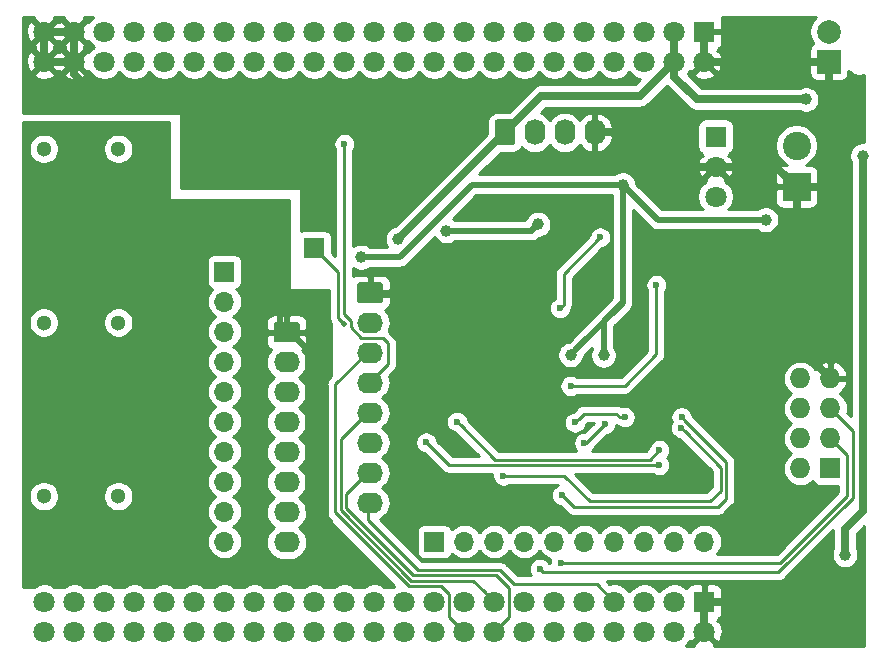
<source format=gbr>
G04 #@! TF.GenerationSoftware,KiCad,Pcbnew,(5.1.2-1)-1*
G04 #@! TF.CreationDate,2019-05-23T14:32:33+02:00*
G04 #@! TF.ProjectId,wearable_cape,77656172-6162-46c6-955f-636170652e6b,v02*
G04 #@! TF.SameCoordinates,Original*
G04 #@! TF.FileFunction,Copper,L2,Bot*
G04 #@! TF.FilePolarity,Positive*
%FSLAX46Y46*%
G04 Gerber Fmt 4.6, Leading zero omitted, Abs format (unit mm)*
G04 Created by KiCad (PCBNEW (5.1.2-1)-1) date 2019-05-23 14:32:33*
%MOMM*%
%LPD*%
G04 APERTURE LIST*
%ADD10C,2.000000*%
%ADD11R,2.000000X2.000000*%
%ADD12C,1.300000*%
%ADD13C,1.800000*%
%ADD14R,1.800000X1.800000*%
%ADD15O,1.700000X1.700000*%
%ADD16R,1.700000X1.700000*%
%ADD17O,1.727200X1.727200*%
%ADD18R,1.727200X1.727200*%
%ADD19C,2.400000*%
%ADD20R,2.400000X2.400000*%
%ADD21O,2.200000X1.740000*%
%ADD22C,0.100000*%
%ADD23C,1.740000*%
%ADD24O,1.740000X2.200000*%
%ADD25C,0.600000*%
%ADD26C,1.000000*%
%ADD27C,1.200000*%
%ADD28C,0.500000*%
%ADD29C,0.250000*%
%ADD30C,0.500000*%
%ADD31C,0.700000*%
%ADD32C,0.254000*%
G04 APERTURE END LIST*
D10*
X100711000Y-20320000D03*
D11*
X100711000Y-22860000D03*
D12*
X40550000Y-30250000D03*
X34250000Y-30250000D03*
D13*
X34290000Y-71120000D03*
X34290000Y-68580000D03*
X36830000Y-71120000D03*
X36830000Y-68580000D03*
X39370000Y-71120000D03*
X39370000Y-68580000D03*
X41910000Y-71120000D03*
X41910000Y-68580000D03*
X44450000Y-71120000D03*
X44450000Y-68580000D03*
X46990000Y-71120000D03*
X46990000Y-68580000D03*
X49530000Y-71120000D03*
X49530000Y-68580000D03*
X52070000Y-71120000D03*
X52070000Y-68580000D03*
X54610000Y-71120000D03*
X54610000Y-68580000D03*
X57150000Y-71120000D03*
X57150000Y-68580000D03*
X59690000Y-71120000D03*
X59690000Y-68580000D03*
X62230000Y-71120000D03*
X62230000Y-68580000D03*
X64770000Y-71120000D03*
X64770000Y-68580000D03*
X67310000Y-71120000D03*
X67310000Y-68580000D03*
X69850000Y-71120000D03*
X69850000Y-68580000D03*
X72390000Y-71120000D03*
X72390000Y-68580000D03*
X74930000Y-71120000D03*
X74930000Y-68580000D03*
X77470000Y-71120000D03*
X77470000Y-68580000D03*
X80010000Y-71120000D03*
X80010000Y-68580000D03*
X82550000Y-71120000D03*
X82550000Y-68580000D03*
X85090000Y-71120000D03*
X85090000Y-68580000D03*
X87630000Y-71120000D03*
X87630000Y-68580000D03*
X90170000Y-71120000D03*
D14*
X90170000Y-68580000D03*
D13*
X34290000Y-22860000D03*
X34290000Y-20320000D03*
X36830000Y-22860000D03*
X36830000Y-20320000D03*
X39370000Y-22860000D03*
X39370000Y-20320000D03*
X41910000Y-22860000D03*
X41910000Y-20320000D03*
X44450000Y-22860000D03*
X44450000Y-20320000D03*
X46990000Y-22860000D03*
X46990000Y-20320000D03*
X49530000Y-22860000D03*
X49530000Y-20320000D03*
X52070000Y-22860000D03*
X52070000Y-20320000D03*
X54610000Y-22860000D03*
X54610000Y-20320000D03*
X57150000Y-22860000D03*
X57150000Y-20320000D03*
X59690000Y-22860000D03*
X59690000Y-20320000D03*
X62230000Y-22860000D03*
X62230000Y-20320000D03*
X64770000Y-22860000D03*
X64770000Y-20320000D03*
X67310000Y-22860000D03*
X67310000Y-20320000D03*
X69850000Y-22860000D03*
X69850000Y-20320000D03*
X72390000Y-22860000D03*
X72390000Y-20320000D03*
X74930000Y-22860000D03*
X74930000Y-20320000D03*
X77470000Y-22860000D03*
X77470000Y-20320000D03*
X80010000Y-22860000D03*
X80010000Y-20320000D03*
X82550000Y-22860000D03*
X82550000Y-20320000D03*
X85090000Y-22860000D03*
X85090000Y-20320000D03*
X87630000Y-22860000D03*
X87630000Y-20320000D03*
X90170000Y-22860000D03*
D14*
X90170000Y-20320000D03*
D12*
X40550000Y-44950000D03*
X34250000Y-44950000D03*
X40550000Y-59650000D03*
X34250000Y-59650000D03*
D15*
X49530000Y-63500000D03*
X49530000Y-60960000D03*
X49530000Y-58420000D03*
X49530000Y-55880000D03*
X49530000Y-53340000D03*
X49530000Y-50800000D03*
X49530000Y-48260000D03*
X49530000Y-45720000D03*
X49530000Y-43180000D03*
D16*
X49530000Y-40640000D03*
D17*
X98298000Y-49682400D03*
X100838000Y-49682400D03*
X98298000Y-52222400D03*
X100838000Y-52222400D03*
X98298000Y-54762400D03*
X100838000Y-54762400D03*
X98298000Y-57302400D03*
D18*
X100838000Y-57302400D03*
D19*
X97980500Y-29964500D03*
D20*
X97980500Y-33464500D03*
D15*
X90170000Y-63500000D03*
X87630000Y-63500000D03*
X85090000Y-63500000D03*
X82550000Y-63500000D03*
X80010000Y-63500000D03*
X77470000Y-63500000D03*
X74930000Y-63500000D03*
X72390000Y-63500000D03*
X69850000Y-63500000D03*
D16*
X67310000Y-63500000D03*
D21*
X61874400Y-60198000D03*
X61874400Y-57658000D03*
X61874400Y-55118000D03*
X61874400Y-52578000D03*
X61874400Y-50038000D03*
X61874400Y-47498000D03*
X61874400Y-44958000D03*
D22*
G36*
X62748905Y-41549204D02*
G01*
X62773173Y-41552804D01*
X62796972Y-41558765D01*
X62820071Y-41567030D01*
X62842250Y-41577520D01*
X62863293Y-41590132D01*
X62882999Y-41604747D01*
X62901177Y-41621223D01*
X62917653Y-41639401D01*
X62932268Y-41659107D01*
X62944880Y-41680150D01*
X62955370Y-41702329D01*
X62963635Y-41725428D01*
X62969596Y-41749227D01*
X62973196Y-41773495D01*
X62974400Y-41797999D01*
X62974400Y-43038001D01*
X62973196Y-43062505D01*
X62969596Y-43086773D01*
X62963635Y-43110572D01*
X62955370Y-43133671D01*
X62944880Y-43155850D01*
X62932268Y-43176893D01*
X62917653Y-43196599D01*
X62901177Y-43214777D01*
X62882999Y-43231253D01*
X62863293Y-43245868D01*
X62842250Y-43258480D01*
X62820071Y-43268970D01*
X62796972Y-43277235D01*
X62773173Y-43283196D01*
X62748905Y-43286796D01*
X62724401Y-43288000D01*
X61024399Y-43288000D01*
X60999895Y-43286796D01*
X60975627Y-43283196D01*
X60951828Y-43277235D01*
X60928729Y-43268970D01*
X60906550Y-43258480D01*
X60885507Y-43245868D01*
X60865801Y-43231253D01*
X60847623Y-43214777D01*
X60831147Y-43196599D01*
X60816532Y-43176893D01*
X60803920Y-43155850D01*
X60793430Y-43133671D01*
X60785165Y-43110572D01*
X60779204Y-43086773D01*
X60775604Y-43062505D01*
X60774400Y-43038001D01*
X60774400Y-41797999D01*
X60775604Y-41773495D01*
X60779204Y-41749227D01*
X60785165Y-41725428D01*
X60793430Y-41702329D01*
X60803920Y-41680150D01*
X60816532Y-41659107D01*
X60831147Y-41639401D01*
X60847623Y-41621223D01*
X60865801Y-41604747D01*
X60885507Y-41590132D01*
X60906550Y-41577520D01*
X60928729Y-41567030D01*
X60951828Y-41558765D01*
X60975627Y-41552804D01*
X60999895Y-41549204D01*
X61024399Y-41548000D01*
X62724401Y-41548000D01*
X62748905Y-41549204D01*
X62748905Y-41549204D01*
G37*
D23*
X61874400Y-42418000D03*
D21*
X54813200Y-63550800D03*
X54813200Y-61010800D03*
X54813200Y-58470800D03*
X54813200Y-55930800D03*
X54813200Y-53390800D03*
X54813200Y-50850800D03*
X54813200Y-48310800D03*
D22*
G36*
X55687705Y-44902004D02*
G01*
X55711973Y-44905604D01*
X55735772Y-44911565D01*
X55758871Y-44919830D01*
X55781050Y-44930320D01*
X55802093Y-44942932D01*
X55821799Y-44957547D01*
X55839977Y-44974023D01*
X55856453Y-44992201D01*
X55871068Y-45011907D01*
X55883680Y-45032950D01*
X55894170Y-45055129D01*
X55902435Y-45078228D01*
X55908396Y-45102027D01*
X55911996Y-45126295D01*
X55913200Y-45150799D01*
X55913200Y-46390801D01*
X55911996Y-46415305D01*
X55908396Y-46439573D01*
X55902435Y-46463372D01*
X55894170Y-46486471D01*
X55883680Y-46508650D01*
X55871068Y-46529693D01*
X55856453Y-46549399D01*
X55839977Y-46567577D01*
X55821799Y-46584053D01*
X55802093Y-46598668D01*
X55781050Y-46611280D01*
X55758871Y-46621770D01*
X55735772Y-46630035D01*
X55711973Y-46635996D01*
X55687705Y-46639596D01*
X55663201Y-46640800D01*
X53963199Y-46640800D01*
X53938695Y-46639596D01*
X53914427Y-46635996D01*
X53890628Y-46630035D01*
X53867529Y-46621770D01*
X53845350Y-46611280D01*
X53824307Y-46598668D01*
X53804601Y-46584053D01*
X53786423Y-46567577D01*
X53769947Y-46549399D01*
X53755332Y-46529693D01*
X53742720Y-46508650D01*
X53732230Y-46486471D01*
X53723965Y-46463372D01*
X53718004Y-46439573D01*
X53714404Y-46415305D01*
X53713200Y-46390801D01*
X53713200Y-45150799D01*
X53714404Y-45126295D01*
X53718004Y-45102027D01*
X53723965Y-45078228D01*
X53732230Y-45055129D01*
X53742720Y-45032950D01*
X53755332Y-45011907D01*
X53769947Y-44992201D01*
X53786423Y-44974023D01*
X53804601Y-44957547D01*
X53824307Y-44942932D01*
X53845350Y-44930320D01*
X53867529Y-44919830D01*
X53890628Y-44911565D01*
X53914427Y-44905604D01*
X53938695Y-44902004D01*
X53963199Y-44900800D01*
X55663201Y-44900800D01*
X55687705Y-44902004D01*
X55687705Y-44902004D01*
G37*
D23*
X54813200Y-45770800D03*
D24*
X80899000Y-28854400D03*
X78359000Y-28854400D03*
X75819000Y-28854400D03*
D22*
G36*
X73923505Y-27755604D02*
G01*
X73947773Y-27759204D01*
X73971572Y-27765165D01*
X73994671Y-27773430D01*
X74016850Y-27783920D01*
X74037893Y-27796532D01*
X74057599Y-27811147D01*
X74075777Y-27827623D01*
X74092253Y-27845801D01*
X74106868Y-27865507D01*
X74119480Y-27886550D01*
X74129970Y-27908729D01*
X74138235Y-27931828D01*
X74144196Y-27955627D01*
X74147796Y-27979895D01*
X74149000Y-28004399D01*
X74149000Y-29704401D01*
X74147796Y-29728905D01*
X74144196Y-29753173D01*
X74138235Y-29776972D01*
X74129970Y-29800071D01*
X74119480Y-29822250D01*
X74106868Y-29843293D01*
X74092253Y-29862999D01*
X74075777Y-29881177D01*
X74057599Y-29897653D01*
X74037893Y-29912268D01*
X74016850Y-29924880D01*
X73994671Y-29935370D01*
X73971572Y-29943635D01*
X73947773Y-29949596D01*
X73923505Y-29953196D01*
X73899001Y-29954400D01*
X72658999Y-29954400D01*
X72634495Y-29953196D01*
X72610227Y-29949596D01*
X72586428Y-29943635D01*
X72563329Y-29935370D01*
X72541150Y-29924880D01*
X72520107Y-29912268D01*
X72500401Y-29897653D01*
X72482223Y-29881177D01*
X72465747Y-29862999D01*
X72451132Y-29843293D01*
X72438520Y-29822250D01*
X72428030Y-29800071D01*
X72419765Y-29776972D01*
X72413804Y-29753173D01*
X72410204Y-29728905D01*
X72409000Y-29704401D01*
X72409000Y-28004399D01*
X72410204Y-27979895D01*
X72413804Y-27955627D01*
X72419765Y-27931828D01*
X72428030Y-27908729D01*
X72438520Y-27886550D01*
X72451132Y-27865507D01*
X72465747Y-27845801D01*
X72482223Y-27827623D01*
X72500401Y-27811147D01*
X72520107Y-27796532D01*
X72541150Y-27783920D01*
X72563329Y-27773430D01*
X72586428Y-27765165D01*
X72610227Y-27759204D01*
X72634495Y-27755604D01*
X72658999Y-27754400D01*
X73899001Y-27754400D01*
X73923505Y-27755604D01*
X73923505Y-27755604D01*
G37*
D23*
X73279000Y-28854400D03*
D16*
X57150000Y-38620700D03*
D13*
X91122500Y-34290000D03*
X91122500Y-31750000D03*
D14*
X91122500Y-29210000D03*
D25*
X86106000Y-41783000D03*
X78841600Y-50317402D03*
D26*
X68326000Y-37185600D03*
X76085700Y-36639500D03*
D25*
X77952600Y-43738800D03*
X81356200Y-37744400D03*
X83439000Y-52959000D03*
X79222600Y-53416200D03*
D27*
X68165980Y-45940980D03*
X92506800Y-46710600D03*
X67589400Y-32588200D03*
X79646990Y-43611800D03*
X100660200Y-42164000D03*
X99771200Y-64947800D03*
X97518696Y-62695296D03*
D25*
X56642000Y-35687000D03*
X46228000Y-32385000D03*
X55880000Y-32893000D03*
X46990000Y-28067000D03*
X52070000Y-28321000D03*
X60446836Y-26294164D03*
X75692000Y-40005000D03*
X73406000Y-49403000D03*
X71374000Y-51689000D03*
X74168000Y-52197000D03*
X73152000Y-53975000D03*
X65278000Y-56769000D03*
X64262000Y-56769000D03*
X72644000Y-60071000D03*
X74422000Y-65405000D03*
X83312000Y-54991000D03*
X68834000Y-48895000D03*
X77216000Y-27051000D03*
X66802000Y-38989000D03*
X83820000Y-58039000D03*
D27*
X83159600Y-51569410D03*
X91668600Y-40208200D03*
D25*
X97104200Y-59639200D03*
X61023010Y-35687000D03*
X86360000Y-57023000D03*
X66624198Y-55092600D03*
X86360000Y-55753000D03*
X69228992Y-53340000D03*
X78105000Y-59563000D03*
X88239600Y-52971700D03*
X81762600Y-53543200D03*
X79994590Y-55143400D03*
X73152000Y-57912000D03*
X88201500Y-53873400D03*
D26*
X83261200Y-33299400D03*
X81635600Y-47726600D03*
X95364300Y-36258502D03*
X61123010Y-39420800D03*
X78846544Y-47695638D03*
X64262000Y-37871400D03*
X98780600Y-26060400D03*
X103581200Y-30828402D03*
X102082600Y-64617600D03*
D25*
X78003400Y-65316100D03*
X76225400Y-65811400D03*
D26*
X38550850Y-36493450D03*
D25*
X56591200Y-51993800D03*
X56591200Y-50723800D03*
X56591200Y-49453800D03*
X51562000Y-52197000D03*
X51562000Y-54737000D03*
X51562000Y-57277000D03*
X51562000Y-59817000D03*
X51562000Y-62103000D03*
X46990000Y-57785000D03*
X46990000Y-61087000D03*
X59182000Y-63881000D03*
X57404000Y-63881000D03*
X44196000Y-65659000D03*
X38862000Y-65659000D03*
X53187501Y-41427499D03*
X52070000Y-43053000D03*
D26*
X61125100Y-65366900D03*
D28*
X59690000Y-45085000D03*
D25*
X59690000Y-29845000D03*
D29*
X83438998Y-50317402D02*
X79265864Y-50317402D01*
X86106000Y-47650400D02*
X83438998Y-50317402D01*
X79265864Y-50317402D02*
X78841600Y-50317402D01*
X86106000Y-41783000D02*
X86106000Y-47650400D01*
D30*
X75585701Y-37139499D02*
X76085700Y-36639500D01*
X75539600Y-37185600D02*
X75585701Y-37139499D01*
X68326000Y-37185600D02*
X75539600Y-37185600D01*
D29*
X78252599Y-43438801D02*
X78252599Y-40848001D01*
X77952600Y-43738800D02*
X78252599Y-43438801D01*
X78252599Y-40848001D02*
X81356200Y-37744400D01*
X79522599Y-53116201D02*
X79222600Y-53416200D01*
X79969788Y-52669012D02*
X79522599Y-53116201D01*
X83439000Y-52959000D02*
X83014736Y-52959000D01*
X83014736Y-52959000D02*
X82724748Y-52669012D01*
X82724748Y-52669012D02*
X79969788Y-52669012D01*
D31*
X90170000Y-22860000D02*
X90106500Y-22860000D01*
X90360500Y-23050500D02*
X90170000Y-22860000D01*
X90170000Y-68580000D02*
X90170000Y-71120000D01*
X61734700Y-42532300D02*
X61722000Y-42545000D01*
X90170000Y-20320000D02*
X90170000Y-22860000D01*
X98611000Y-22860000D02*
X90170000Y-22860000D01*
X100711000Y-22860000D02*
X98611000Y-22860000D01*
X34290000Y-20320000D02*
X36830000Y-20320000D01*
X36830000Y-22860000D02*
X34290000Y-22860000D01*
X34290000Y-22860000D02*
X34290000Y-20320000D01*
X36830000Y-22860000D02*
X36830000Y-20320000D01*
X91630500Y-32258000D02*
X91122500Y-31750000D01*
X100711000Y-24960000D02*
X100711000Y-22860000D01*
X100711000Y-32934000D02*
X100711000Y-24960000D01*
X100180500Y-33464500D02*
X100711000Y-32934000D01*
X97980500Y-33464500D02*
X100180500Y-33464500D01*
X96266000Y-31750000D02*
X91122500Y-31750000D01*
X97980500Y-33464500D02*
X96266000Y-31750000D01*
X79646990Y-44460328D02*
X79646990Y-43611800D01*
X78166338Y-45940980D02*
X79646990Y-44460328D01*
X72737980Y-45940980D02*
X78166338Y-45940980D01*
X68165980Y-45940980D02*
X72737980Y-45940980D01*
X89849708Y-31750000D02*
X91122500Y-31750000D01*
X85664600Y-31750000D02*
X89849708Y-31750000D01*
X82769000Y-28854400D02*
X85664600Y-31750000D01*
X80899000Y-28854400D02*
X82769000Y-28854400D01*
X100838000Y-49682400D02*
X97980500Y-46824900D01*
X97980500Y-46037500D02*
X97980500Y-47561500D01*
X97980500Y-46824900D02*
X97980500Y-46037500D01*
X97866200Y-46710600D02*
X97980500Y-46824900D01*
X64770000Y-42545000D02*
X61722000Y-42545000D01*
X68165980Y-45940980D02*
X64770000Y-42545000D01*
X100060201Y-42789399D02*
X97980500Y-44869100D01*
X100060201Y-42763999D02*
X100060201Y-42789399D01*
X100660200Y-42164000D02*
X100060201Y-42763999D01*
X97980500Y-44869100D02*
X97980500Y-46037500D01*
X97980500Y-33464500D02*
X97980500Y-44869100D01*
X90170000Y-68580000D02*
X96139000Y-68580000D01*
X96139000Y-68580000D02*
X99771200Y-64947800D01*
X95250000Y-59578072D02*
X95250000Y-46710600D01*
X97518696Y-62695296D02*
X97518696Y-61846768D01*
X95250000Y-46710600D02*
X97866200Y-46710600D01*
X97518696Y-61846768D02*
X95250000Y-59578072D01*
X92506800Y-46710600D02*
X95250000Y-46710600D01*
X66740872Y-32588200D02*
X67589400Y-32588200D01*
X60187672Y-26035000D02*
X60446836Y-26294164D01*
X38989000Y-26035000D02*
X60187672Y-26035000D01*
X36830000Y-23876000D02*
X38989000Y-26035000D01*
X36830000Y-22860000D02*
X36830000Y-23876000D01*
X60446836Y-26294164D02*
X66740872Y-32588200D01*
X87647990Y-51569410D02*
X84008128Y-51569410D01*
X84008128Y-51569410D02*
X83159600Y-51569410D01*
X92506800Y-46710600D02*
X87647990Y-51569410D01*
X72737980Y-45940980D02*
X72737980Y-46116782D01*
X72737980Y-46116782D02*
X78252899Y-51631701D01*
X82248781Y-51631701D02*
X82311072Y-51569410D01*
X78252899Y-51631701D02*
X82248781Y-51631701D01*
X82311072Y-51569410D02*
X83159600Y-51569410D01*
X91668600Y-40208200D02*
X91668600Y-45872400D01*
X91668600Y-45872400D02*
X92506800Y-46710600D01*
D29*
X86360000Y-57023000D02*
X68554598Y-57023000D01*
X68554598Y-57023000D02*
X66924197Y-55392599D01*
X66924197Y-55392599D02*
X66624198Y-55092600D01*
X72454792Y-56565800D02*
X69528991Y-53639999D01*
X85547200Y-56565800D02*
X72454792Y-56565800D01*
X69528991Y-53639999D02*
X69228992Y-53340000D01*
X86360000Y-55753000D02*
X85547200Y-56565800D01*
X88539599Y-53271699D02*
X88239600Y-52971700D01*
X92024200Y-59867800D02*
X92024200Y-56756300D01*
X92024200Y-56756300D02*
X88539599Y-53271699D01*
X91313000Y-60579000D02*
X92024200Y-59867800D01*
X79121000Y-60579000D02*
X91313000Y-60579000D01*
X78105000Y-59563000D02*
X79121000Y-60579000D01*
X81762600Y-53543200D02*
X80162400Y-55143400D01*
X80162400Y-55143400D02*
X79994590Y-55143400D01*
X88501499Y-54173399D02*
X88201500Y-53873400D01*
X91567000Y-57238900D02*
X88501499Y-54173399D01*
X91567000Y-59182000D02*
X91567000Y-57238900D01*
X80452402Y-60096400D02*
X90652600Y-60096400D01*
X78268002Y-57912000D02*
X80452402Y-60096400D01*
X90652600Y-60096400D02*
X91567000Y-59182000D01*
X73152000Y-57912000D02*
X78268002Y-57912000D01*
D30*
X82550000Y-20320000D02*
X82550000Y-20447000D01*
X83261200Y-33299400D02*
X83261200Y-42011600D01*
X83261200Y-43230800D02*
X83261200Y-42011600D01*
X81635600Y-44856400D02*
X83261200Y-43230800D01*
X81635600Y-47726600D02*
X81635600Y-44856400D01*
X86220302Y-36258502D02*
X94657194Y-36258502D01*
X83261200Y-33299400D02*
X86220302Y-36258502D01*
X94657194Y-36258502D02*
X95364300Y-36258502D01*
X64388798Y-39420800D02*
X61830116Y-39420800D01*
X61830116Y-39420800D02*
X61123010Y-39420800D01*
X83261200Y-33299400D02*
X70510198Y-33299400D01*
X70510198Y-33299400D02*
X64388798Y-39420800D01*
X83261200Y-43280982D02*
X79346543Y-47195639D01*
X83261200Y-42011600D02*
X83261200Y-43280982D01*
X79346543Y-47195639D02*
X78846544Y-47695638D01*
D29*
X61722000Y-61658500D02*
X61722000Y-60325000D01*
X65959967Y-65896467D02*
X61722000Y-61658500D01*
X68438700Y-65896467D02*
X65959967Y-65896467D01*
X82550000Y-68580000D02*
X81089500Y-67119500D01*
X72834500Y-65900300D02*
X68442533Y-65900300D01*
X81089500Y-67119500D02*
X74053700Y-67119500D01*
X68442533Y-65900300D02*
X68438700Y-65896467D01*
X74053700Y-67119500D02*
X72834500Y-65900300D01*
D31*
X73279000Y-28854400D02*
X64262000Y-37871400D01*
X87630000Y-20320000D02*
X87630000Y-22860000D01*
X87630000Y-24132792D02*
X89557608Y-26060400D01*
X87630000Y-22860000D02*
X87630000Y-24132792D01*
X89557608Y-26060400D02*
X98780600Y-26060400D01*
X102082600Y-62407800D02*
X102082600Y-64617600D01*
X103581200Y-60909200D02*
X102082600Y-62407800D01*
X103581200Y-30828402D02*
X103581200Y-60909200D01*
X76365100Y-25768300D02*
X73279000Y-28854400D01*
X84721700Y-25768300D02*
X76365100Y-25768300D01*
X87630000Y-22860000D02*
X84721700Y-25768300D01*
D29*
X61952000Y-57785000D02*
X61722000Y-57785000D01*
X73660000Y-67462400D02*
X73660000Y-69850000D01*
X72547912Y-66350312D02*
X73660000Y-67462400D01*
X68256135Y-66350312D02*
X72547912Y-66350312D01*
X65533678Y-66346478D02*
X68252301Y-66346478D01*
X59842400Y-59434600D02*
X59842400Y-60655200D01*
X61492000Y-57785000D02*
X59842400Y-59434600D01*
X73660000Y-69850000D02*
X72390000Y-71120000D01*
X59842400Y-60655200D02*
X65533678Y-66346478D01*
X61722000Y-57785000D02*
X61492000Y-57785000D01*
X68252301Y-66346478D02*
X68256135Y-66350312D01*
X61492000Y-47625000D02*
X61722000Y-47625000D01*
X58942378Y-50174622D02*
X61492000Y-47625000D01*
X58942378Y-61028000D02*
X58942378Y-50174622D01*
X69850000Y-71120000D02*
X68580000Y-69850000D01*
X65160878Y-67246500D02*
X58942378Y-61028000D01*
X68580000Y-67947000D02*
X67879500Y-67246500D01*
X68580000Y-69850000D02*
X68580000Y-67947000D01*
X67879500Y-67246500D02*
X65160878Y-67246500D01*
X61952000Y-52705000D02*
X61722000Y-52705000D01*
X71490001Y-67680001D02*
X72390000Y-68580000D01*
X65347278Y-66796489D02*
X68065900Y-66796489D01*
X68065900Y-66796489D02*
X68069735Y-66800323D01*
X59392389Y-54804611D02*
X59392389Y-60841600D01*
X61492000Y-52705000D02*
X59392389Y-54804611D01*
X70610323Y-66800323D02*
X71490001Y-67680001D01*
X59392389Y-60841600D02*
X65347278Y-66796489D01*
X68069735Y-66800323D02*
X70610323Y-66800323D01*
X61722000Y-52705000D02*
X61492000Y-52705000D01*
D30*
X44450000Y-71120000D02*
X44450000Y-70942200D01*
D29*
X102269679Y-59655321D02*
X96608900Y-65316100D01*
X96608900Y-65316100D02*
X78427664Y-65316100D01*
X102269679Y-56194079D02*
X102269679Y-59655321D01*
X100838000Y-54762400D02*
X102269679Y-56194079D01*
X78427664Y-65316100D02*
X78003400Y-65316100D01*
D30*
X44450000Y-68072000D02*
X44450000Y-68580000D01*
D29*
X102719690Y-54104090D02*
X102719690Y-59841721D01*
X76525399Y-66111399D02*
X76225400Y-65811400D01*
X96450012Y-66111399D02*
X76525399Y-66111399D01*
X100838000Y-52222400D02*
X102719690Y-54104090D01*
X102719690Y-59841721D02*
X96450012Y-66111399D01*
D30*
X54871300Y-45700000D02*
X54229000Y-45700000D01*
X54229000Y-42468998D02*
X53187501Y-41427499D01*
X54229000Y-45700000D02*
X54229000Y-42468998D01*
X49428202Y-37668200D02*
X39725600Y-37668200D01*
X39725600Y-37668200D02*
X38550850Y-36493450D01*
X56591200Y-47294800D02*
X56591200Y-49453800D01*
X54996400Y-45700000D02*
X56591200Y-47294800D01*
X54229000Y-45700000D02*
X54996400Y-45700000D01*
X56591200Y-50723800D02*
X56591200Y-51993800D01*
X56591200Y-49453800D02*
X56591200Y-50723800D01*
X53187501Y-41427499D02*
X49428202Y-37668200D01*
X60625101Y-64866901D02*
X61125100Y-65366900D01*
X56591200Y-51993800D02*
X56591200Y-60833000D01*
X56591200Y-60833000D02*
X60625101Y-64866901D01*
D29*
X59440001Y-44835001D02*
X59690000Y-45085000D01*
X59182000Y-40652700D02*
X59182000Y-44577000D01*
X57150000Y-38620700D02*
X59182000Y-40652700D01*
X59182000Y-44577000D02*
X59440001Y-44835001D01*
X63398400Y-48488600D02*
X63398400Y-46705520D01*
X62928500Y-46235620D02*
X61139620Y-46235620D01*
X63398400Y-46705520D02*
X62928500Y-46235620D01*
X61722000Y-50165000D02*
X63398400Y-48488600D01*
X60265001Y-44808999D02*
X59690000Y-44233998D01*
X61139620Y-46235620D02*
X60265001Y-45361001D01*
X60265001Y-45361001D02*
X60265001Y-44808999D01*
X59690000Y-44233998D02*
X59690000Y-30269264D01*
X59690000Y-30269264D02*
X59690000Y-29845000D01*
D32*
G36*
X103684001Y-72315000D02*
G01*
X91011373Y-72315000D01*
X91054475Y-72184080D01*
X90170000Y-71299605D01*
X89285525Y-72184080D01*
X89328627Y-72315000D01*
X88604482Y-72315000D01*
X88608505Y-72312312D01*
X88822312Y-72098505D01*
X88924951Y-71944895D01*
X89105920Y-72004475D01*
X89990395Y-71120000D01*
X89976253Y-71105858D01*
X90155858Y-70926253D01*
X90170000Y-70940395D01*
X90184143Y-70926253D01*
X90363748Y-71105858D01*
X90349605Y-71120000D01*
X91234080Y-72004475D01*
X91488261Y-71920792D01*
X91619158Y-71648225D01*
X91694365Y-71355358D01*
X91710991Y-71053447D01*
X91668397Y-70754093D01*
X91568222Y-70468801D01*
X91488261Y-70319208D01*
X91234082Y-70235526D01*
X91350030Y-70119578D01*
X91303265Y-70072813D01*
X91314180Y-70069502D01*
X91424494Y-70010537D01*
X91521185Y-69931185D01*
X91600537Y-69834494D01*
X91659502Y-69724180D01*
X91695812Y-69604482D01*
X91708072Y-69480000D01*
X91705000Y-68865750D01*
X91546250Y-68707000D01*
X90297000Y-68707000D01*
X90297000Y-68727000D01*
X90043000Y-68727000D01*
X90043000Y-68707000D01*
X90023000Y-68707000D01*
X90023000Y-68453000D01*
X90043000Y-68453000D01*
X90043000Y-67203750D01*
X90297000Y-67203750D01*
X90297000Y-68453000D01*
X91546250Y-68453000D01*
X91705000Y-68294250D01*
X91708072Y-67680000D01*
X91695812Y-67555518D01*
X91659502Y-67435820D01*
X91600537Y-67325506D01*
X91521185Y-67228815D01*
X91424494Y-67149463D01*
X91314180Y-67090498D01*
X91194482Y-67054188D01*
X91070000Y-67041928D01*
X90455750Y-67045000D01*
X90297000Y-67203750D01*
X90043000Y-67203750D01*
X89884250Y-67045000D01*
X89270000Y-67041928D01*
X89145518Y-67054188D01*
X89025820Y-67090498D01*
X88915506Y-67149463D01*
X88818815Y-67228815D01*
X88739463Y-67325506D01*
X88680498Y-67435820D01*
X88674944Y-67454127D01*
X88608505Y-67387688D01*
X88357095Y-67219701D01*
X88077743Y-67103989D01*
X87781184Y-67045000D01*
X87478816Y-67045000D01*
X87182257Y-67103989D01*
X86902905Y-67219701D01*
X86651495Y-67387688D01*
X86437688Y-67601495D01*
X86360000Y-67717763D01*
X86282312Y-67601495D01*
X86068505Y-67387688D01*
X85817095Y-67219701D01*
X85537743Y-67103989D01*
X85241184Y-67045000D01*
X84938816Y-67045000D01*
X84642257Y-67103989D01*
X84362905Y-67219701D01*
X84111495Y-67387688D01*
X83897688Y-67601495D01*
X83820000Y-67717763D01*
X83742312Y-67601495D01*
X83528505Y-67387688D01*
X83277095Y-67219701D01*
X82997743Y-67103989D01*
X82701184Y-67045000D01*
X82398816Y-67045000D01*
X82141070Y-67096269D01*
X81916200Y-66871399D01*
X96412690Y-66871399D01*
X96450012Y-66875075D01*
X96487334Y-66871399D01*
X96487345Y-66871399D01*
X96598998Y-66860402D01*
X96742259Y-66816945D01*
X96874288Y-66746373D01*
X96990013Y-66651400D01*
X97013816Y-66622396D01*
X101097600Y-62538613D01*
X101097601Y-64048810D01*
X101076776Y-64079976D01*
X100991217Y-64286533D01*
X100947600Y-64505812D01*
X100947600Y-64729388D01*
X100991217Y-64948667D01*
X101076776Y-65155224D01*
X101200988Y-65341120D01*
X101359080Y-65499212D01*
X101544976Y-65623424D01*
X101751533Y-65708983D01*
X101970812Y-65752600D01*
X102194388Y-65752600D01*
X102413667Y-65708983D01*
X102620224Y-65623424D01*
X102806120Y-65499212D01*
X102964212Y-65341120D01*
X103088424Y-65155224D01*
X103173983Y-64948667D01*
X103217600Y-64729388D01*
X103217600Y-64505812D01*
X103173983Y-64286533D01*
X103088424Y-64079976D01*
X103067600Y-64048811D01*
X103067600Y-62815800D01*
X103684001Y-62199399D01*
X103684001Y-72315000D01*
X103684001Y-72315000D01*
G37*
X103684001Y-72315000D02*
X91011373Y-72315000D01*
X91054475Y-72184080D01*
X90170000Y-71299605D01*
X89285525Y-72184080D01*
X89328627Y-72315000D01*
X88604482Y-72315000D01*
X88608505Y-72312312D01*
X88822312Y-72098505D01*
X88924951Y-71944895D01*
X89105920Y-72004475D01*
X89990395Y-71120000D01*
X89976253Y-71105858D01*
X90155858Y-70926253D01*
X90170000Y-70940395D01*
X90184143Y-70926253D01*
X90363748Y-71105858D01*
X90349605Y-71120000D01*
X91234080Y-72004475D01*
X91488261Y-71920792D01*
X91619158Y-71648225D01*
X91694365Y-71355358D01*
X91710991Y-71053447D01*
X91668397Y-70754093D01*
X91568222Y-70468801D01*
X91488261Y-70319208D01*
X91234082Y-70235526D01*
X91350030Y-70119578D01*
X91303265Y-70072813D01*
X91314180Y-70069502D01*
X91424494Y-70010537D01*
X91521185Y-69931185D01*
X91600537Y-69834494D01*
X91659502Y-69724180D01*
X91695812Y-69604482D01*
X91708072Y-69480000D01*
X91705000Y-68865750D01*
X91546250Y-68707000D01*
X90297000Y-68707000D01*
X90297000Y-68727000D01*
X90043000Y-68727000D01*
X90043000Y-68707000D01*
X90023000Y-68707000D01*
X90023000Y-68453000D01*
X90043000Y-68453000D01*
X90043000Y-67203750D01*
X90297000Y-67203750D01*
X90297000Y-68453000D01*
X91546250Y-68453000D01*
X91705000Y-68294250D01*
X91708072Y-67680000D01*
X91695812Y-67555518D01*
X91659502Y-67435820D01*
X91600537Y-67325506D01*
X91521185Y-67228815D01*
X91424494Y-67149463D01*
X91314180Y-67090498D01*
X91194482Y-67054188D01*
X91070000Y-67041928D01*
X90455750Y-67045000D01*
X90297000Y-67203750D01*
X90043000Y-67203750D01*
X89884250Y-67045000D01*
X89270000Y-67041928D01*
X89145518Y-67054188D01*
X89025820Y-67090498D01*
X88915506Y-67149463D01*
X88818815Y-67228815D01*
X88739463Y-67325506D01*
X88680498Y-67435820D01*
X88674944Y-67454127D01*
X88608505Y-67387688D01*
X88357095Y-67219701D01*
X88077743Y-67103989D01*
X87781184Y-67045000D01*
X87478816Y-67045000D01*
X87182257Y-67103989D01*
X86902905Y-67219701D01*
X86651495Y-67387688D01*
X86437688Y-67601495D01*
X86360000Y-67717763D01*
X86282312Y-67601495D01*
X86068505Y-67387688D01*
X85817095Y-67219701D01*
X85537743Y-67103989D01*
X85241184Y-67045000D01*
X84938816Y-67045000D01*
X84642257Y-67103989D01*
X84362905Y-67219701D01*
X84111495Y-67387688D01*
X83897688Y-67601495D01*
X83820000Y-67717763D01*
X83742312Y-67601495D01*
X83528505Y-67387688D01*
X83277095Y-67219701D01*
X82997743Y-67103989D01*
X82701184Y-67045000D01*
X82398816Y-67045000D01*
X82141070Y-67096269D01*
X81916200Y-66871399D01*
X96412690Y-66871399D01*
X96450012Y-66875075D01*
X96487334Y-66871399D01*
X96487345Y-66871399D01*
X96598998Y-66860402D01*
X96742259Y-66816945D01*
X96874288Y-66746373D01*
X96990013Y-66651400D01*
X97013816Y-66622396D01*
X101097600Y-62538613D01*
X101097601Y-64048810D01*
X101076776Y-64079976D01*
X100991217Y-64286533D01*
X100947600Y-64505812D01*
X100947600Y-64729388D01*
X100991217Y-64948667D01*
X101076776Y-65155224D01*
X101200988Y-65341120D01*
X101359080Y-65499212D01*
X101544976Y-65623424D01*
X101751533Y-65708983D01*
X101970812Y-65752600D01*
X102194388Y-65752600D01*
X102413667Y-65708983D01*
X102620224Y-65623424D01*
X102806120Y-65499212D01*
X102964212Y-65341120D01*
X103088424Y-65155224D01*
X103173983Y-64948667D01*
X103217600Y-64729388D01*
X103217600Y-64505812D01*
X103173983Y-64286533D01*
X103088424Y-64079976D01*
X103067600Y-64048811D01*
X103067600Y-62815800D01*
X103684001Y-62199399D01*
X103684001Y-72315000D01*
G36*
X99441013Y-19277748D02*
G01*
X99262082Y-19545537D01*
X99138832Y-19843088D01*
X99076000Y-20158967D01*
X99076000Y-20481033D01*
X99138832Y-20796912D01*
X99262082Y-21094463D01*
X99402630Y-21304809D01*
X99356506Y-21329463D01*
X99259815Y-21408815D01*
X99180463Y-21505506D01*
X99121498Y-21615820D01*
X99085188Y-21735518D01*
X99072928Y-21860000D01*
X99076000Y-22574250D01*
X99234750Y-22733000D01*
X100584000Y-22733000D01*
X100584000Y-22713000D01*
X100838000Y-22713000D01*
X100838000Y-22733000D01*
X100858000Y-22733000D01*
X100858000Y-22987000D01*
X100838000Y-22987000D01*
X100838000Y-24336250D01*
X100996750Y-24495000D01*
X101711000Y-24498072D01*
X101835482Y-24485812D01*
X101955180Y-24449502D01*
X102065494Y-24390537D01*
X102162185Y-24311185D01*
X102241537Y-24214494D01*
X102300502Y-24104180D01*
X102336812Y-23984482D01*
X102349072Y-23860000D01*
X102348095Y-23632939D01*
X102495606Y-23780450D01*
X102689692Y-23910134D01*
X102905348Y-23999461D01*
X103134288Y-24045000D01*
X103367712Y-24045000D01*
X103596652Y-23999461D01*
X103684000Y-23963280D01*
X103684000Y-29693402D01*
X103469412Y-29693402D01*
X103250133Y-29737019D01*
X103043576Y-29822578D01*
X102857680Y-29946790D01*
X102699588Y-30104882D01*
X102575376Y-30290778D01*
X102489817Y-30497335D01*
X102446200Y-30716614D01*
X102446200Y-30940190D01*
X102489817Y-31159469D01*
X102575376Y-31366026D01*
X102596200Y-31397191D01*
X102596201Y-52905799D01*
X102289701Y-52599300D01*
X102314916Y-52516177D01*
X102343851Y-52222400D01*
X102314916Y-51928623D01*
X102229225Y-51646136D01*
X102090069Y-51385794D01*
X101902797Y-51157603D01*
X101674606Y-50970331D01*
X101630090Y-50946537D01*
X101726488Y-50889217D01*
X101944854Y-50692693D01*
X102120684Y-50457344D01*
X102247222Y-50192214D01*
X102292958Y-50041426D01*
X102171817Y-49809400D01*
X100965000Y-49809400D01*
X100965000Y-49829400D01*
X100711000Y-49829400D01*
X100711000Y-49809400D01*
X100691000Y-49809400D01*
X100691000Y-49555400D01*
X100711000Y-49555400D01*
X100711000Y-48347936D01*
X100965000Y-48347936D01*
X100965000Y-49555400D01*
X102171817Y-49555400D01*
X102292958Y-49323374D01*
X102247222Y-49172586D01*
X102120684Y-48907456D01*
X101944854Y-48672107D01*
X101726488Y-48475583D01*
X101473978Y-48325436D01*
X101197027Y-48227437D01*
X100965000Y-48347936D01*
X100711000Y-48347936D01*
X100478973Y-48227437D01*
X100202022Y-48325436D01*
X99949512Y-48475583D01*
X99731146Y-48672107D01*
X99571470Y-48885833D01*
X99550069Y-48845794D01*
X99362797Y-48617603D01*
X99134606Y-48430331D01*
X98874264Y-48291175D01*
X98591777Y-48205484D01*
X98371619Y-48183800D01*
X98224381Y-48183800D01*
X98004223Y-48205484D01*
X97721736Y-48291175D01*
X97461394Y-48430331D01*
X97233203Y-48617603D01*
X97045931Y-48845794D01*
X96906775Y-49106136D01*
X96821084Y-49388623D01*
X96792149Y-49682400D01*
X96821084Y-49976177D01*
X96906775Y-50258664D01*
X97045931Y-50519006D01*
X97233203Y-50747197D01*
X97461394Y-50934469D01*
X97494940Y-50952400D01*
X97461394Y-50970331D01*
X97233203Y-51157603D01*
X97045931Y-51385794D01*
X96906775Y-51646136D01*
X96821084Y-51928623D01*
X96792149Y-52222400D01*
X96821084Y-52516177D01*
X96906775Y-52798664D01*
X97045931Y-53059006D01*
X97233203Y-53287197D01*
X97461394Y-53474469D01*
X97494940Y-53492400D01*
X97461394Y-53510331D01*
X97233203Y-53697603D01*
X97045931Y-53925794D01*
X96906775Y-54186136D01*
X96821084Y-54468623D01*
X96792149Y-54762400D01*
X96821084Y-55056177D01*
X96906775Y-55338664D01*
X97045931Y-55599006D01*
X97233203Y-55827197D01*
X97461394Y-56014469D01*
X97494940Y-56032400D01*
X97461394Y-56050331D01*
X97233203Y-56237603D01*
X97045931Y-56465794D01*
X96906775Y-56726136D01*
X96821084Y-57008623D01*
X96792149Y-57302400D01*
X96821084Y-57596177D01*
X96906775Y-57878664D01*
X97045931Y-58139006D01*
X97233203Y-58367197D01*
X97461394Y-58554469D01*
X97721736Y-58693625D01*
X98004223Y-58779316D01*
X98224381Y-58801000D01*
X98371619Y-58801000D01*
X98591777Y-58779316D01*
X98874264Y-58693625D01*
X99134606Y-58554469D01*
X99362797Y-58367197D01*
X99369414Y-58359135D01*
X99384898Y-58410180D01*
X99443863Y-58520494D01*
X99523215Y-58617185D01*
X99619906Y-58696537D01*
X99730220Y-58755502D01*
X99849918Y-58791812D01*
X99974400Y-58804072D01*
X101509680Y-58804072D01*
X101509680Y-59340517D01*
X96294099Y-64556100D01*
X91223957Y-64556100D01*
X91225134Y-64555134D01*
X91410706Y-64329014D01*
X91548599Y-64071034D01*
X91633513Y-63791111D01*
X91662185Y-63500000D01*
X91633513Y-63208889D01*
X91548599Y-62928966D01*
X91410706Y-62670986D01*
X91225134Y-62444866D01*
X90999014Y-62259294D01*
X90741034Y-62121401D01*
X90461111Y-62036487D01*
X90242950Y-62015000D01*
X90097050Y-62015000D01*
X89878889Y-62036487D01*
X89598966Y-62121401D01*
X89340986Y-62259294D01*
X89114866Y-62444866D01*
X88929294Y-62670986D01*
X88900000Y-62725791D01*
X88870706Y-62670986D01*
X88685134Y-62444866D01*
X88459014Y-62259294D01*
X88201034Y-62121401D01*
X87921111Y-62036487D01*
X87702950Y-62015000D01*
X87557050Y-62015000D01*
X87338889Y-62036487D01*
X87058966Y-62121401D01*
X86800986Y-62259294D01*
X86574866Y-62444866D01*
X86389294Y-62670986D01*
X86360000Y-62725791D01*
X86330706Y-62670986D01*
X86145134Y-62444866D01*
X85919014Y-62259294D01*
X85661034Y-62121401D01*
X85381111Y-62036487D01*
X85162950Y-62015000D01*
X85017050Y-62015000D01*
X84798889Y-62036487D01*
X84518966Y-62121401D01*
X84260986Y-62259294D01*
X84034866Y-62444866D01*
X83849294Y-62670986D01*
X83820000Y-62725791D01*
X83790706Y-62670986D01*
X83605134Y-62444866D01*
X83379014Y-62259294D01*
X83121034Y-62121401D01*
X82841111Y-62036487D01*
X82622950Y-62015000D01*
X82477050Y-62015000D01*
X82258889Y-62036487D01*
X81978966Y-62121401D01*
X81720986Y-62259294D01*
X81494866Y-62444866D01*
X81309294Y-62670986D01*
X81280000Y-62725791D01*
X81250706Y-62670986D01*
X81065134Y-62444866D01*
X80839014Y-62259294D01*
X80581034Y-62121401D01*
X80301111Y-62036487D01*
X80082950Y-62015000D01*
X79937050Y-62015000D01*
X79718889Y-62036487D01*
X79438966Y-62121401D01*
X79180986Y-62259294D01*
X78954866Y-62444866D01*
X78769294Y-62670986D01*
X78740000Y-62725791D01*
X78710706Y-62670986D01*
X78525134Y-62444866D01*
X78299014Y-62259294D01*
X78041034Y-62121401D01*
X77761111Y-62036487D01*
X77542950Y-62015000D01*
X77397050Y-62015000D01*
X77178889Y-62036487D01*
X76898966Y-62121401D01*
X76640986Y-62259294D01*
X76414866Y-62444866D01*
X76229294Y-62670986D01*
X76200000Y-62725791D01*
X76170706Y-62670986D01*
X75985134Y-62444866D01*
X75759014Y-62259294D01*
X75501034Y-62121401D01*
X75221111Y-62036487D01*
X75002950Y-62015000D01*
X74857050Y-62015000D01*
X74638889Y-62036487D01*
X74358966Y-62121401D01*
X74100986Y-62259294D01*
X73874866Y-62444866D01*
X73689294Y-62670986D01*
X73660000Y-62725791D01*
X73630706Y-62670986D01*
X73445134Y-62444866D01*
X73219014Y-62259294D01*
X72961034Y-62121401D01*
X72681111Y-62036487D01*
X72462950Y-62015000D01*
X72317050Y-62015000D01*
X72098889Y-62036487D01*
X71818966Y-62121401D01*
X71560986Y-62259294D01*
X71334866Y-62444866D01*
X71149294Y-62670986D01*
X71120000Y-62725791D01*
X71090706Y-62670986D01*
X70905134Y-62444866D01*
X70679014Y-62259294D01*
X70421034Y-62121401D01*
X70141111Y-62036487D01*
X69922950Y-62015000D01*
X69777050Y-62015000D01*
X69558889Y-62036487D01*
X69278966Y-62121401D01*
X69020986Y-62259294D01*
X68794866Y-62444866D01*
X68770393Y-62474687D01*
X68749502Y-62405820D01*
X68690537Y-62295506D01*
X68611185Y-62198815D01*
X68514494Y-62119463D01*
X68404180Y-62060498D01*
X68284482Y-62024188D01*
X68160000Y-62011928D01*
X66460000Y-62011928D01*
X66335518Y-62024188D01*
X66215820Y-62060498D01*
X66105506Y-62119463D01*
X66008815Y-62198815D01*
X65929463Y-62295506D01*
X65870498Y-62405820D01*
X65834188Y-62525518D01*
X65821928Y-62650000D01*
X65821928Y-64350000D01*
X65834188Y-64474482D01*
X65870498Y-64594180D01*
X65929463Y-64704494D01*
X66008815Y-64801185D01*
X66105506Y-64880537D01*
X66215820Y-64939502D01*
X66335518Y-64975812D01*
X66460000Y-64988072D01*
X68160000Y-64988072D01*
X68284482Y-64975812D01*
X68404180Y-64939502D01*
X68514494Y-64880537D01*
X68611185Y-64801185D01*
X68690537Y-64704494D01*
X68749502Y-64594180D01*
X68770393Y-64525313D01*
X68794866Y-64555134D01*
X69020986Y-64740706D01*
X69278966Y-64878599D01*
X69558889Y-64963513D01*
X69777050Y-64985000D01*
X69922950Y-64985000D01*
X70141111Y-64963513D01*
X70421034Y-64878599D01*
X70679014Y-64740706D01*
X70905134Y-64555134D01*
X71090706Y-64329014D01*
X71120000Y-64274209D01*
X71149294Y-64329014D01*
X71334866Y-64555134D01*
X71560986Y-64740706D01*
X71818966Y-64878599D01*
X72098889Y-64963513D01*
X72317050Y-64985000D01*
X72462950Y-64985000D01*
X72681111Y-64963513D01*
X72961034Y-64878599D01*
X73219014Y-64740706D01*
X73445134Y-64555134D01*
X73630706Y-64329014D01*
X73660000Y-64274209D01*
X73689294Y-64329014D01*
X73874866Y-64555134D01*
X74100986Y-64740706D01*
X74358966Y-64878599D01*
X74638889Y-64963513D01*
X74857050Y-64985000D01*
X75002950Y-64985000D01*
X75221111Y-64963513D01*
X75501034Y-64878599D01*
X75759014Y-64740706D01*
X75985134Y-64555134D01*
X76170706Y-64329014D01*
X76200000Y-64274209D01*
X76229294Y-64329014D01*
X76414866Y-64555134D01*
X76640986Y-64740706D01*
X76898966Y-64878599D01*
X77142040Y-64952335D01*
X77104332Y-65043371D01*
X77068400Y-65224011D01*
X77068400Y-65351399D01*
X77042552Y-65351399D01*
X76951662Y-65215372D01*
X76821428Y-65085138D01*
X76668289Y-64982814D01*
X76498129Y-64912332D01*
X76317489Y-64876400D01*
X76133311Y-64876400D01*
X75952671Y-64912332D01*
X75782511Y-64982814D01*
X75629372Y-65085138D01*
X75499138Y-65215372D01*
X75396814Y-65368511D01*
X75326332Y-65538671D01*
X75290400Y-65719311D01*
X75290400Y-65903489D01*
X75326332Y-66084129D01*
X75396814Y-66254289D01*
X75467114Y-66359500D01*
X74368502Y-66359500D01*
X73398304Y-65389303D01*
X73374501Y-65360299D01*
X73258776Y-65265326D01*
X73126747Y-65194754D01*
X72983486Y-65151297D01*
X72871833Y-65140300D01*
X72871822Y-65140300D01*
X72834500Y-65136624D01*
X72797178Y-65140300D01*
X68514950Y-65140300D01*
X68476033Y-65136467D01*
X68476022Y-65136467D01*
X68438700Y-65132791D01*
X68401378Y-65136467D01*
X66274770Y-65136467D01*
X62715932Y-61577631D01*
X62944579Y-61455417D01*
X63173745Y-61267345D01*
X63361817Y-61038179D01*
X63501566Y-60776725D01*
X63587624Y-60493032D01*
X63616682Y-60198000D01*
X63587624Y-59902968D01*
X63501566Y-59619275D01*
X63361817Y-59357821D01*
X63173745Y-59128655D01*
X62944579Y-58940583D01*
X62921038Y-58928000D01*
X62944579Y-58915417D01*
X63173745Y-58727345D01*
X63361817Y-58498179D01*
X63501566Y-58236725D01*
X63587624Y-57953032D01*
X63616682Y-57658000D01*
X63587624Y-57362968D01*
X63501566Y-57079275D01*
X63361817Y-56817821D01*
X63173745Y-56588655D01*
X62944579Y-56400583D01*
X62921038Y-56388000D01*
X62944579Y-56375417D01*
X63173745Y-56187345D01*
X63361817Y-55958179D01*
X63501566Y-55696725D01*
X63587624Y-55413032D01*
X63616682Y-55118000D01*
X63605111Y-55000511D01*
X65689198Y-55000511D01*
X65689198Y-55184689D01*
X65725130Y-55365329D01*
X65795612Y-55535489D01*
X65897936Y-55688628D01*
X66028170Y-55818862D01*
X66181309Y-55921186D01*
X66351469Y-55991668D01*
X66472550Y-56015753D01*
X67990799Y-57534003D01*
X68014597Y-57563001D01*
X68130322Y-57657974D01*
X68262351Y-57728546D01*
X68405612Y-57772003D01*
X68517265Y-57783000D01*
X68517274Y-57783000D01*
X68554597Y-57786676D01*
X68591920Y-57783000D01*
X72224342Y-57783000D01*
X72217000Y-57819911D01*
X72217000Y-58004089D01*
X72252932Y-58184729D01*
X72323414Y-58354889D01*
X72425738Y-58508028D01*
X72555972Y-58638262D01*
X72709111Y-58740586D01*
X72879271Y-58811068D01*
X73059911Y-58847000D01*
X73244089Y-58847000D01*
X73424729Y-58811068D01*
X73594889Y-58740586D01*
X73697535Y-58672000D01*
X77812793Y-58672000D01*
X77662111Y-58734414D01*
X77508972Y-58836738D01*
X77378738Y-58966972D01*
X77276414Y-59120111D01*
X77205932Y-59290271D01*
X77170000Y-59470911D01*
X77170000Y-59655089D01*
X77205932Y-59835729D01*
X77276414Y-60005889D01*
X77378738Y-60159028D01*
X77508972Y-60289262D01*
X77662111Y-60391586D01*
X77832271Y-60462068D01*
X77953351Y-60486153D01*
X78557201Y-61090003D01*
X78580999Y-61119001D01*
X78609997Y-61142799D01*
X78696723Y-61213974D01*
X78828753Y-61284546D01*
X78972014Y-61328003D01*
X79083667Y-61339000D01*
X79083677Y-61339000D01*
X79121000Y-61342676D01*
X79158322Y-61339000D01*
X91275678Y-61339000D01*
X91313000Y-61342676D01*
X91350322Y-61339000D01*
X91350333Y-61339000D01*
X91461986Y-61328003D01*
X91605247Y-61284546D01*
X91737276Y-61213974D01*
X91853001Y-61119001D01*
X91876803Y-61089998D01*
X92535204Y-60431598D01*
X92564201Y-60407801D01*
X92659174Y-60292076D01*
X92729746Y-60160047D01*
X92773203Y-60016786D01*
X92784200Y-59905133D01*
X92784200Y-59905125D01*
X92787876Y-59867800D01*
X92784200Y-59830475D01*
X92784200Y-56793622D01*
X92787876Y-56756300D01*
X92784200Y-56718977D01*
X92784200Y-56718967D01*
X92773203Y-56607314D01*
X92729746Y-56464053D01*
X92709926Y-56426972D01*
X92659174Y-56332023D01*
X92587999Y-56245297D01*
X92564201Y-56216299D01*
X92535203Y-56192501D01*
X89162753Y-52820052D01*
X89138668Y-52698971D01*
X89068186Y-52528811D01*
X88965862Y-52375672D01*
X88835628Y-52245438D01*
X88682489Y-52143114D01*
X88512329Y-52072632D01*
X88331689Y-52036700D01*
X88147511Y-52036700D01*
X87966871Y-52072632D01*
X87796711Y-52143114D01*
X87643572Y-52245438D01*
X87513338Y-52375672D01*
X87411014Y-52528811D01*
X87340532Y-52698971D01*
X87304600Y-52879611D01*
X87304600Y-53063789D01*
X87340532Y-53244429D01*
X87400505Y-53389218D01*
X87372914Y-53430511D01*
X87302432Y-53600671D01*
X87266500Y-53781311D01*
X87266500Y-53965489D01*
X87302432Y-54146129D01*
X87372914Y-54316289D01*
X87475238Y-54469428D01*
X87605472Y-54599662D01*
X87758611Y-54701986D01*
X87928771Y-54772468D01*
X88049852Y-54796553D01*
X90807001Y-57553703D01*
X90807000Y-58867198D01*
X90337799Y-59336400D01*
X80767204Y-59336400D01*
X79213803Y-57783000D01*
X85814465Y-57783000D01*
X85917111Y-57851586D01*
X86087271Y-57922068D01*
X86267911Y-57958000D01*
X86452089Y-57958000D01*
X86632729Y-57922068D01*
X86802889Y-57851586D01*
X86956028Y-57749262D01*
X87086262Y-57619028D01*
X87188586Y-57465889D01*
X87259068Y-57295729D01*
X87295000Y-57115089D01*
X87295000Y-56930911D01*
X87259068Y-56750271D01*
X87188586Y-56580111D01*
X87086262Y-56426972D01*
X87047290Y-56388000D01*
X87086262Y-56349028D01*
X87188586Y-56195889D01*
X87259068Y-56025729D01*
X87295000Y-55845089D01*
X87295000Y-55660911D01*
X87259068Y-55480271D01*
X87188586Y-55310111D01*
X87086262Y-55156972D01*
X86956028Y-55026738D01*
X86802889Y-54924414D01*
X86632729Y-54853932D01*
X86452089Y-54818000D01*
X86267911Y-54818000D01*
X86087271Y-54853932D01*
X85917111Y-54924414D01*
X85763972Y-55026738D01*
X85633738Y-55156972D01*
X85531414Y-55310111D01*
X85460932Y-55480271D01*
X85436847Y-55601351D01*
X85232399Y-55805800D01*
X80654480Y-55805800D01*
X80720852Y-55739428D01*
X80823176Y-55586289D01*
X80843586Y-55537016D01*
X81914249Y-54466353D01*
X82035329Y-54442268D01*
X82205489Y-54371786D01*
X82358628Y-54269462D01*
X82488862Y-54139228D01*
X82591186Y-53986089D01*
X82661668Y-53815929D01*
X82694732Y-53649709D01*
X82722489Y-53664546D01*
X82865750Y-53708003D01*
X82878952Y-53709303D01*
X82996111Y-53787586D01*
X83166271Y-53858068D01*
X83346911Y-53894000D01*
X83531089Y-53894000D01*
X83711729Y-53858068D01*
X83881889Y-53787586D01*
X84035028Y-53685262D01*
X84165262Y-53555028D01*
X84267586Y-53401889D01*
X84338068Y-53231729D01*
X84374000Y-53051089D01*
X84374000Y-52866911D01*
X84338068Y-52686271D01*
X84267586Y-52516111D01*
X84165262Y-52362972D01*
X84035028Y-52232738D01*
X83881889Y-52130414D01*
X83711729Y-52059932D01*
X83531089Y-52024000D01*
X83346911Y-52024000D01*
X83177785Y-52057642D01*
X83149024Y-52034038D01*
X83016995Y-51963466D01*
X82873734Y-51920009D01*
X82762081Y-51909012D01*
X82762070Y-51909012D01*
X82724748Y-51905336D01*
X82687426Y-51909012D01*
X80007113Y-51909012D01*
X79969788Y-51905336D01*
X79932463Y-51909012D01*
X79932455Y-51909012D01*
X79820802Y-51920009D01*
X79677541Y-51963466D01*
X79545512Y-52034038D01*
X79429787Y-52129011D01*
X79405984Y-52158015D01*
X79070952Y-52493047D01*
X78949871Y-52517132D01*
X78779711Y-52587614D01*
X78626572Y-52689938D01*
X78496338Y-52820172D01*
X78394014Y-52973311D01*
X78323532Y-53143471D01*
X78287600Y-53324111D01*
X78287600Y-53508289D01*
X78323532Y-53688929D01*
X78394014Y-53859089D01*
X78496338Y-54012228D01*
X78626572Y-54142462D01*
X78779711Y-54244786D01*
X78949871Y-54315268D01*
X79130511Y-54351200D01*
X79314689Y-54351200D01*
X79495329Y-54315268D01*
X79665489Y-54244786D01*
X79818628Y-54142462D01*
X79948862Y-54012228D01*
X80051186Y-53859089D01*
X80121668Y-53688929D01*
X80145753Y-53567848D01*
X80284589Y-53429012D01*
X80801986Y-53429012D01*
X80022599Y-54208400D01*
X79902501Y-54208400D01*
X79721861Y-54244332D01*
X79551701Y-54314814D01*
X79398562Y-54417138D01*
X79268328Y-54547372D01*
X79166004Y-54700511D01*
X79095522Y-54870671D01*
X79059590Y-55051311D01*
X79059590Y-55235489D01*
X79095522Y-55416129D01*
X79166004Y-55586289D01*
X79268328Y-55739428D01*
X79334700Y-55805800D01*
X72769595Y-55805800D01*
X70152145Y-53188352D01*
X70128060Y-53067271D01*
X70057578Y-52897111D01*
X69955254Y-52743972D01*
X69825020Y-52613738D01*
X69671881Y-52511414D01*
X69501721Y-52440932D01*
X69321081Y-52405000D01*
X69136903Y-52405000D01*
X68956263Y-52440932D01*
X68786103Y-52511414D01*
X68632964Y-52613738D01*
X68502730Y-52743972D01*
X68400406Y-52897111D01*
X68329924Y-53067271D01*
X68293992Y-53247911D01*
X68293992Y-53432089D01*
X68329924Y-53612729D01*
X68400406Y-53782889D01*
X68502730Y-53936028D01*
X68632964Y-54066262D01*
X68786103Y-54168586D01*
X68956263Y-54239068D01*
X69077344Y-54263153D01*
X71077190Y-56263000D01*
X68869400Y-56263000D01*
X67547351Y-54940952D01*
X67523266Y-54819871D01*
X67452784Y-54649711D01*
X67350460Y-54496572D01*
X67220226Y-54366338D01*
X67067087Y-54264014D01*
X66896927Y-54193532D01*
X66716287Y-54157600D01*
X66532109Y-54157600D01*
X66351469Y-54193532D01*
X66181309Y-54264014D01*
X66028170Y-54366338D01*
X65897936Y-54496572D01*
X65795612Y-54649711D01*
X65725130Y-54819871D01*
X65689198Y-55000511D01*
X63605111Y-55000511D01*
X63587624Y-54822968D01*
X63501566Y-54539275D01*
X63361817Y-54277821D01*
X63173745Y-54048655D01*
X62944579Y-53860583D01*
X62921038Y-53848000D01*
X62944579Y-53835417D01*
X63173745Y-53647345D01*
X63361817Y-53418179D01*
X63501566Y-53156725D01*
X63587624Y-52873032D01*
X63616682Y-52578000D01*
X63587624Y-52282968D01*
X63501566Y-51999275D01*
X63361817Y-51737821D01*
X63173745Y-51508655D01*
X62944579Y-51320583D01*
X62921038Y-51308000D01*
X62944579Y-51295417D01*
X63173745Y-51107345D01*
X63361817Y-50878179D01*
X63501566Y-50616725D01*
X63587624Y-50333032D01*
X63598233Y-50225313D01*
X77906600Y-50225313D01*
X77906600Y-50409491D01*
X77942532Y-50590131D01*
X78013014Y-50760291D01*
X78115338Y-50913430D01*
X78245572Y-51043664D01*
X78398711Y-51145988D01*
X78568871Y-51216470D01*
X78749511Y-51252402D01*
X78933689Y-51252402D01*
X79114329Y-51216470D01*
X79284489Y-51145988D01*
X79387135Y-51077402D01*
X83401676Y-51077402D01*
X83438998Y-51081078D01*
X83476320Y-51077402D01*
X83476331Y-51077402D01*
X83587984Y-51066405D01*
X83731245Y-51022948D01*
X83863274Y-50952376D01*
X83978999Y-50857403D01*
X84002802Y-50828399D01*
X86617008Y-48214195D01*
X86646001Y-48190401D01*
X86669795Y-48161408D01*
X86669799Y-48161404D01*
X86740973Y-48074677D01*
X86746507Y-48064324D01*
X86811546Y-47942647D01*
X86855003Y-47799386D01*
X86866000Y-47687733D01*
X86866000Y-47687724D01*
X86869676Y-47650401D01*
X86866000Y-47613078D01*
X86866000Y-42328535D01*
X86934586Y-42225889D01*
X87005068Y-42055729D01*
X87041000Y-41875089D01*
X87041000Y-41690911D01*
X87005068Y-41510271D01*
X86934586Y-41340111D01*
X86832262Y-41186972D01*
X86702028Y-41056738D01*
X86548889Y-40954414D01*
X86378729Y-40883932D01*
X86198089Y-40848000D01*
X86013911Y-40848000D01*
X85833271Y-40883932D01*
X85663111Y-40954414D01*
X85509972Y-41056738D01*
X85379738Y-41186972D01*
X85277414Y-41340111D01*
X85206932Y-41510271D01*
X85171000Y-41690911D01*
X85171000Y-41875089D01*
X85206932Y-42055729D01*
X85277414Y-42225889D01*
X85346000Y-42328536D01*
X85346001Y-47335596D01*
X83124197Y-49557402D01*
X79387135Y-49557402D01*
X79284489Y-49488816D01*
X79114329Y-49418334D01*
X78933689Y-49382402D01*
X78749511Y-49382402D01*
X78568871Y-49418334D01*
X78398711Y-49488816D01*
X78245572Y-49591140D01*
X78115338Y-49721374D01*
X78013014Y-49874513D01*
X77942532Y-50044673D01*
X77906600Y-50225313D01*
X63598233Y-50225313D01*
X63616682Y-50038000D01*
X63587624Y-49742968D01*
X63501790Y-49460012D01*
X63909404Y-49052398D01*
X63938401Y-49028601D01*
X64033374Y-48912876D01*
X64103946Y-48780847D01*
X64147403Y-48637586D01*
X64158400Y-48525933D01*
X64158400Y-48525932D01*
X64162077Y-48488600D01*
X64158400Y-48451267D01*
X64158400Y-46742843D01*
X64162076Y-46705520D01*
X64158400Y-46668197D01*
X64158400Y-46668187D01*
X64147403Y-46556534D01*
X64103946Y-46413273D01*
X64088623Y-46384606D01*
X64033374Y-46281243D01*
X63995931Y-46235620D01*
X63938401Y-46165519D01*
X63909397Y-46141716D01*
X63492304Y-45724623D01*
X63468501Y-45695619D01*
X63432450Y-45666033D01*
X63501566Y-45536725D01*
X63587624Y-45253032D01*
X63616682Y-44958000D01*
X63587624Y-44662968D01*
X63501566Y-44379275D01*
X63361817Y-44117821D01*
X63175353Y-43890615D01*
X63218580Y-43877502D01*
X63328894Y-43818537D01*
X63425585Y-43739185D01*
X63501476Y-43646711D01*
X77017600Y-43646711D01*
X77017600Y-43830889D01*
X77053532Y-44011529D01*
X77124014Y-44181689D01*
X77226338Y-44334828D01*
X77356572Y-44465062D01*
X77509711Y-44567386D01*
X77679871Y-44637868D01*
X77860511Y-44673800D01*
X78044689Y-44673800D01*
X78225329Y-44637868D01*
X78395489Y-44567386D01*
X78548628Y-44465062D01*
X78678862Y-44334828D01*
X78781186Y-44181689D01*
X78851668Y-44011529D01*
X78879158Y-43873331D01*
X78887573Y-43863077D01*
X78958145Y-43731048D01*
X79001602Y-43587787D01*
X79012599Y-43476134D01*
X79012599Y-43476126D01*
X79016275Y-43438801D01*
X79012599Y-43401476D01*
X79012599Y-41162802D01*
X81507849Y-38667553D01*
X81628929Y-38643468D01*
X81799089Y-38572986D01*
X81952228Y-38470662D01*
X82082462Y-38340428D01*
X82184786Y-38187289D01*
X82255268Y-38017129D01*
X82291200Y-37836489D01*
X82291200Y-37652311D01*
X82255268Y-37471671D01*
X82184786Y-37301511D01*
X82082462Y-37148372D01*
X81952228Y-37018138D01*
X81799089Y-36915814D01*
X81628929Y-36845332D01*
X81448289Y-36809400D01*
X81264111Y-36809400D01*
X81083471Y-36845332D01*
X80913311Y-36915814D01*
X80760172Y-37018138D01*
X80629938Y-37148372D01*
X80527614Y-37301511D01*
X80457132Y-37471671D01*
X80433047Y-37592751D01*
X77741597Y-40284202D01*
X77712599Y-40308000D01*
X77688801Y-40336998D01*
X77688800Y-40336999D01*
X77617625Y-40423725D01*
X77547053Y-40555755D01*
X77517646Y-40652700D01*
X77506912Y-40688089D01*
X77503597Y-40699016D01*
X77488923Y-40848001D01*
X77492600Y-40885333D01*
X77492599Y-42921648D01*
X77356572Y-43012538D01*
X77226338Y-43142772D01*
X77124014Y-43295911D01*
X77053532Y-43466071D01*
X77017600Y-43646711D01*
X63501476Y-43646711D01*
X63504937Y-43642494D01*
X63563902Y-43532180D01*
X63600212Y-43412482D01*
X63612472Y-43288000D01*
X63609400Y-42703750D01*
X63450650Y-42545000D01*
X62001400Y-42545000D01*
X62001400Y-42565000D01*
X61747400Y-42565000D01*
X61747400Y-42545000D01*
X61727400Y-42545000D01*
X61727400Y-42291000D01*
X61747400Y-42291000D01*
X61747400Y-41071750D01*
X62001400Y-41071750D01*
X62001400Y-42291000D01*
X63450650Y-42291000D01*
X63609400Y-42132250D01*
X63612472Y-41548000D01*
X63600212Y-41423518D01*
X63563902Y-41303820D01*
X63504937Y-41193506D01*
X63425585Y-41096815D01*
X63328894Y-41017463D01*
X63218580Y-40958498D01*
X63098882Y-40922188D01*
X62974400Y-40909928D01*
X62160150Y-40913000D01*
X62001400Y-41071750D01*
X61747400Y-41071750D01*
X61588650Y-40913000D01*
X60774400Y-40909928D01*
X60649918Y-40922188D01*
X60530220Y-40958498D01*
X60450000Y-41001377D01*
X60450000Y-40336162D01*
X60585386Y-40426624D01*
X60791943Y-40512183D01*
X61011222Y-40555800D01*
X61234798Y-40555800D01*
X61454077Y-40512183D01*
X61660634Y-40426624D01*
X61841460Y-40305800D01*
X64345329Y-40305800D01*
X64388798Y-40310081D01*
X64432267Y-40305800D01*
X64432275Y-40305800D01*
X64562288Y-40292995D01*
X64729111Y-40242389D01*
X64882857Y-40160211D01*
X65017615Y-40049617D01*
X65045332Y-40015844D01*
X67327296Y-37733880D01*
X67444388Y-37909120D01*
X67602480Y-38067212D01*
X67788376Y-38191424D01*
X67994933Y-38276983D01*
X68214212Y-38320600D01*
X68437788Y-38320600D01*
X68657067Y-38276983D01*
X68863624Y-38191424D01*
X69044450Y-38070600D01*
X75496131Y-38070600D01*
X75539600Y-38074881D01*
X75583069Y-38070600D01*
X75583077Y-38070600D01*
X75713090Y-38057795D01*
X75879913Y-38007189D01*
X76033659Y-37925011D01*
X76168417Y-37814417D01*
X76196134Y-37780644D01*
X76203467Y-37773311D01*
X76416767Y-37730883D01*
X76623324Y-37645324D01*
X76809220Y-37521112D01*
X76967312Y-37363020D01*
X77091524Y-37177124D01*
X77177083Y-36970567D01*
X77220700Y-36751288D01*
X77220700Y-36527712D01*
X77177083Y-36308433D01*
X77091524Y-36101876D01*
X76967312Y-35915980D01*
X76809220Y-35757888D01*
X76623324Y-35633676D01*
X76416767Y-35548117D01*
X76197488Y-35504500D01*
X75973912Y-35504500D01*
X75754633Y-35548117D01*
X75548076Y-35633676D01*
X75362180Y-35757888D01*
X75204088Y-35915980D01*
X75079876Y-36101876D01*
X74997562Y-36300600D01*
X69044450Y-36300600D01*
X68874280Y-36186896D01*
X70876777Y-34184400D01*
X82376200Y-34184400D01*
X82376201Y-41968114D01*
X82376200Y-41968124D01*
X82376200Y-42864221D01*
X81040551Y-44199871D01*
X81006784Y-44227583D01*
X80979071Y-44261351D01*
X80979068Y-44261354D01*
X80896190Y-44362341D01*
X80859363Y-44431241D01*
X78728777Y-46561827D01*
X78515477Y-46604255D01*
X78308920Y-46689814D01*
X78123024Y-46814026D01*
X77964932Y-46972118D01*
X77840720Y-47158014D01*
X77755161Y-47364571D01*
X77711544Y-47583850D01*
X77711544Y-47807426D01*
X77755161Y-48026705D01*
X77840720Y-48233262D01*
X77964932Y-48419158D01*
X78123024Y-48577250D01*
X78308920Y-48701462D01*
X78515477Y-48787021D01*
X78734756Y-48830638D01*
X78958332Y-48830638D01*
X79177611Y-48787021D01*
X79384168Y-48701462D01*
X79570064Y-48577250D01*
X79728156Y-48419158D01*
X79852368Y-48233262D01*
X79937927Y-48026705D01*
X79980355Y-47813405D01*
X80003075Y-47790685D01*
X80680102Y-47113659D01*
X80629776Y-47188976D01*
X80544217Y-47395533D01*
X80500600Y-47614812D01*
X80500600Y-47838388D01*
X80544217Y-48057667D01*
X80629776Y-48264224D01*
X80753988Y-48450120D01*
X80912080Y-48608212D01*
X81097976Y-48732424D01*
X81304533Y-48817983D01*
X81523812Y-48861600D01*
X81747388Y-48861600D01*
X81966667Y-48817983D01*
X82173224Y-48732424D01*
X82359120Y-48608212D01*
X82517212Y-48450120D01*
X82641424Y-48264224D01*
X82726983Y-48057667D01*
X82770600Y-47838388D01*
X82770600Y-47614812D01*
X82726983Y-47395533D01*
X82641424Y-47188976D01*
X82520600Y-47008150D01*
X82520600Y-45273161D01*
X83856249Y-43937512D01*
X83890017Y-43909799D01*
X83921487Y-43871454D01*
X84000610Y-43775042D01*
X84000611Y-43775041D01*
X84082789Y-43621295D01*
X84133395Y-43454472D01*
X84146200Y-43324459D01*
X84146200Y-43324449D01*
X84150481Y-43280983D01*
X84148010Y-43255892D01*
X84150481Y-43230800D01*
X84146200Y-43187331D01*
X84146200Y-35435979D01*
X85563772Y-36853551D01*
X85591485Y-36887319D01*
X85625253Y-36915032D01*
X85625255Y-36915034D01*
X85642017Y-36928790D01*
X85726243Y-36997913D01*
X85879989Y-37080091D01*
X86046812Y-37130697D01*
X86176825Y-37143502D01*
X86176835Y-37143502D01*
X86220301Y-37147783D01*
X86263767Y-37143502D01*
X94645850Y-37143502D01*
X94826676Y-37264326D01*
X95033233Y-37349885D01*
X95252512Y-37393502D01*
X95476088Y-37393502D01*
X95695367Y-37349885D01*
X95901924Y-37264326D01*
X96087820Y-37140114D01*
X96245912Y-36982022D01*
X96370124Y-36796126D01*
X96455683Y-36589569D01*
X96499300Y-36370290D01*
X96499300Y-36146714D01*
X96455683Y-35927435D01*
X96370124Y-35720878D01*
X96245912Y-35534982D01*
X96087820Y-35376890D01*
X95901924Y-35252678D01*
X95695367Y-35167119D01*
X95476088Y-35123502D01*
X95252512Y-35123502D01*
X95033233Y-35167119D01*
X94826676Y-35252678D01*
X94645850Y-35373502D01*
X92209815Y-35373502D01*
X92314812Y-35268505D01*
X92482799Y-35017095D01*
X92598511Y-34737743D01*
X92613079Y-34664500D01*
X96142428Y-34664500D01*
X96154688Y-34788982D01*
X96190998Y-34908680D01*
X96249963Y-35018994D01*
X96329315Y-35115685D01*
X96426006Y-35195037D01*
X96536320Y-35254002D01*
X96656018Y-35290312D01*
X96780500Y-35302572D01*
X97694750Y-35299500D01*
X97853500Y-35140750D01*
X97853500Y-33591500D01*
X98107500Y-33591500D01*
X98107500Y-35140750D01*
X98266250Y-35299500D01*
X99180500Y-35302572D01*
X99304982Y-35290312D01*
X99424680Y-35254002D01*
X99534994Y-35195037D01*
X99631685Y-35115685D01*
X99711037Y-35018994D01*
X99770002Y-34908680D01*
X99806312Y-34788982D01*
X99818572Y-34664500D01*
X99815500Y-33750250D01*
X99656750Y-33591500D01*
X98107500Y-33591500D01*
X97853500Y-33591500D01*
X96304250Y-33591500D01*
X96145500Y-33750250D01*
X96142428Y-34664500D01*
X92613079Y-34664500D01*
X92657500Y-34441184D01*
X92657500Y-34138816D01*
X92598511Y-33842257D01*
X92482799Y-33562905D01*
X92314812Y-33311495D01*
X92101005Y-33097688D01*
X91947395Y-32995049D01*
X92006975Y-32814080D01*
X91122500Y-31929605D01*
X90238025Y-32814080D01*
X90297605Y-32995049D01*
X90143995Y-33097688D01*
X89930188Y-33311495D01*
X89762201Y-33562905D01*
X89646489Y-33842257D01*
X89587500Y-34138816D01*
X89587500Y-34441184D01*
X89646489Y-34737743D01*
X89762201Y-35017095D01*
X89930188Y-35268505D01*
X90035185Y-35373502D01*
X86586881Y-35373502D01*
X84395011Y-33181632D01*
X84352583Y-32968333D01*
X84267024Y-32761776D01*
X84142812Y-32575880D01*
X83984720Y-32417788D01*
X83798824Y-32293576D01*
X83592267Y-32208017D01*
X83372988Y-32164400D01*
X83149412Y-32164400D01*
X82930133Y-32208017D01*
X82723576Y-32293576D01*
X82542750Y-32414400D01*
X71112001Y-32414400D01*
X71709848Y-31816553D01*
X89581509Y-31816553D01*
X89624103Y-32115907D01*
X89724278Y-32401199D01*
X89804239Y-32550792D01*
X90058420Y-32634475D01*
X90942895Y-31750000D01*
X90928753Y-31735858D01*
X91108358Y-31556253D01*
X91122500Y-31570395D01*
X91136643Y-31556253D01*
X91316248Y-31735858D01*
X91302105Y-31750000D01*
X92186580Y-32634475D01*
X92440761Y-32550792D01*
X92571658Y-32278225D01*
X92575182Y-32264500D01*
X96142428Y-32264500D01*
X96145500Y-33178750D01*
X96304250Y-33337500D01*
X97853500Y-33337500D01*
X97853500Y-33317500D01*
X98107500Y-33317500D01*
X98107500Y-33337500D01*
X99656750Y-33337500D01*
X99815500Y-33178750D01*
X99818572Y-32264500D01*
X99806312Y-32140018D01*
X99770002Y-32020320D01*
X99711037Y-31910006D01*
X99631685Y-31813315D01*
X99534994Y-31733963D01*
X99424680Y-31674998D01*
X99304982Y-31638688D01*
X99180500Y-31626428D01*
X98759926Y-31627841D01*
X98849699Y-31590656D01*
X99150244Y-31389838D01*
X99405838Y-31134244D01*
X99606656Y-30833699D01*
X99744982Y-30499750D01*
X99815500Y-30145232D01*
X99815500Y-29783768D01*
X99744982Y-29429250D01*
X99606656Y-29095301D01*
X99405838Y-28794756D01*
X99150244Y-28539162D01*
X98849699Y-28338344D01*
X98515750Y-28200018D01*
X98161232Y-28129500D01*
X97799768Y-28129500D01*
X97445250Y-28200018D01*
X97111301Y-28338344D01*
X96810756Y-28539162D01*
X96555162Y-28794756D01*
X96354344Y-29095301D01*
X96216018Y-29429250D01*
X96145500Y-29783768D01*
X96145500Y-30145232D01*
X96216018Y-30499750D01*
X96354344Y-30833699D01*
X96555162Y-31134244D01*
X96810756Y-31389838D01*
X97111301Y-31590656D01*
X97201074Y-31627841D01*
X96780500Y-31626428D01*
X96656018Y-31638688D01*
X96536320Y-31674998D01*
X96426006Y-31733963D01*
X96329315Y-31813315D01*
X96249963Y-31910006D01*
X96190998Y-32020320D01*
X96154688Y-32140018D01*
X96142428Y-32264500D01*
X92575182Y-32264500D01*
X92646865Y-31985358D01*
X92663491Y-31683447D01*
X92620897Y-31384093D01*
X92520722Y-31098801D01*
X92440761Y-30949208D01*
X92186582Y-30865526D01*
X92302530Y-30749578D01*
X92255765Y-30702813D01*
X92266680Y-30699502D01*
X92376994Y-30640537D01*
X92473685Y-30561185D01*
X92553037Y-30464494D01*
X92612002Y-30354180D01*
X92648312Y-30234482D01*
X92660572Y-30110000D01*
X92660572Y-28310000D01*
X92648312Y-28185518D01*
X92612002Y-28065820D01*
X92553037Y-27955506D01*
X92473685Y-27858815D01*
X92376994Y-27779463D01*
X92266680Y-27720498D01*
X92146982Y-27684188D01*
X92022500Y-27671928D01*
X90222500Y-27671928D01*
X90098018Y-27684188D01*
X89978320Y-27720498D01*
X89868006Y-27779463D01*
X89771315Y-27858815D01*
X89691963Y-27955506D01*
X89632998Y-28065820D01*
X89596688Y-28185518D01*
X89584428Y-28310000D01*
X89584428Y-30110000D01*
X89596688Y-30234482D01*
X89632998Y-30354180D01*
X89691963Y-30464494D01*
X89771315Y-30561185D01*
X89868006Y-30640537D01*
X89978320Y-30699502D01*
X89989235Y-30702813D01*
X89942470Y-30749578D01*
X90058418Y-30865526D01*
X89804239Y-30949208D01*
X89673342Y-31221775D01*
X89598135Y-31514642D01*
X89581509Y-31816553D01*
X71709848Y-31816553D01*
X72933929Y-30592472D01*
X73899001Y-30592472D01*
X74072255Y-30575408D01*
X74238851Y-30524872D01*
X74392387Y-30442805D01*
X74526962Y-30332362D01*
X74637405Y-30197787D01*
X74695934Y-30088286D01*
X74749655Y-30153745D01*
X74978822Y-30341817D01*
X75240276Y-30481566D01*
X75523969Y-30567624D01*
X75819000Y-30596682D01*
X76114032Y-30567624D01*
X76397725Y-30481566D01*
X76659179Y-30341817D01*
X76888345Y-30153745D01*
X77076417Y-29924579D01*
X77089000Y-29901038D01*
X77101583Y-29924579D01*
X77289655Y-30153745D01*
X77518822Y-30341817D01*
X77780276Y-30481566D01*
X78063969Y-30567624D01*
X78359000Y-30596682D01*
X78654032Y-30567624D01*
X78937725Y-30481566D01*
X79199179Y-30341817D01*
X79428345Y-30153745D01*
X79616417Y-29924579D01*
X79631302Y-29896731D01*
X79720744Y-30033303D01*
X79928506Y-30244936D01*
X80173563Y-30411971D01*
X80446498Y-30527988D01*
X80538969Y-30545702D01*
X80772000Y-30424646D01*
X80772000Y-28981400D01*
X81026000Y-28981400D01*
X81026000Y-30424646D01*
X81259031Y-30545702D01*
X81351502Y-30527988D01*
X81624437Y-30411971D01*
X81869494Y-30244936D01*
X82077256Y-30033303D01*
X82239738Y-29785204D01*
X82350696Y-29510173D01*
X82405866Y-29218780D01*
X82249586Y-28981400D01*
X81026000Y-28981400D01*
X80772000Y-28981400D01*
X80752000Y-28981400D01*
X80752000Y-28727400D01*
X80772000Y-28727400D01*
X80772000Y-27284154D01*
X81026000Y-27284154D01*
X81026000Y-28727400D01*
X82249586Y-28727400D01*
X82405866Y-28490020D01*
X82350696Y-28198627D01*
X82239738Y-27923596D01*
X82077256Y-27675497D01*
X81869494Y-27463864D01*
X81624437Y-27296829D01*
X81351502Y-27180812D01*
X81259031Y-27163098D01*
X81026000Y-27284154D01*
X80772000Y-27284154D01*
X80538969Y-27163098D01*
X80446498Y-27180812D01*
X80173563Y-27296829D01*
X79928506Y-27463864D01*
X79720744Y-27675497D01*
X79631302Y-27812069D01*
X79616417Y-27784221D01*
X79428345Y-27555055D01*
X79199178Y-27366983D01*
X78937724Y-27227234D01*
X78654031Y-27141176D01*
X78359000Y-27112118D01*
X78063968Y-27141176D01*
X77780275Y-27227234D01*
X77518821Y-27366983D01*
X77289655Y-27555055D01*
X77101583Y-27784222D01*
X77089000Y-27807763D01*
X77076417Y-27784221D01*
X76888345Y-27555055D01*
X76659178Y-27366983D01*
X76397724Y-27227234D01*
X76322105Y-27204295D01*
X76773100Y-26753300D01*
X84673320Y-26753300D01*
X84721700Y-26758065D01*
X84770080Y-26753300D01*
X84914794Y-26739047D01*
X85100467Y-26682724D01*
X85271584Y-26591260D01*
X85421570Y-26468170D01*
X85452416Y-26430584D01*
X86993604Y-24889396D01*
X88826892Y-26722684D01*
X88857738Y-26760270D01*
X89007724Y-26883360D01*
X89178841Y-26974824D01*
X89321299Y-27018038D01*
X89364513Y-27031147D01*
X89557607Y-27050165D01*
X89605987Y-27045400D01*
X98211811Y-27045400D01*
X98242976Y-27066224D01*
X98449533Y-27151783D01*
X98668812Y-27195400D01*
X98892388Y-27195400D01*
X99111667Y-27151783D01*
X99318224Y-27066224D01*
X99504120Y-26942012D01*
X99662212Y-26783920D01*
X99786424Y-26598024D01*
X99871983Y-26391467D01*
X99915600Y-26172188D01*
X99915600Y-25948612D01*
X99871983Y-25729333D01*
X99786424Y-25522776D01*
X99662212Y-25336880D01*
X99504120Y-25178788D01*
X99318224Y-25054576D01*
X99111667Y-24969017D01*
X98892388Y-24925400D01*
X98668812Y-24925400D01*
X98449533Y-24969017D01*
X98242976Y-25054576D01*
X98211811Y-25075400D01*
X89965608Y-25075400D01*
X88814288Y-23924080D01*
X89285525Y-23924080D01*
X89369208Y-24178261D01*
X89641775Y-24309158D01*
X89934642Y-24384365D01*
X90236553Y-24400991D01*
X90535907Y-24358397D01*
X90821199Y-24258222D01*
X90970792Y-24178261D01*
X91054475Y-23924080D01*
X90990395Y-23860000D01*
X99072928Y-23860000D01*
X99085188Y-23984482D01*
X99121498Y-24104180D01*
X99180463Y-24214494D01*
X99259815Y-24311185D01*
X99356506Y-24390537D01*
X99466820Y-24449502D01*
X99586518Y-24485812D01*
X99711000Y-24498072D01*
X100425250Y-24495000D01*
X100584000Y-24336250D01*
X100584000Y-22987000D01*
X99234750Y-22987000D01*
X99076000Y-23145750D01*
X99072928Y-23860000D01*
X90990395Y-23860000D01*
X90170000Y-23039605D01*
X89285525Y-23924080D01*
X88814288Y-23924080D01*
X88775513Y-23885305D01*
X88822312Y-23838505D01*
X88924951Y-23684895D01*
X89105920Y-23744475D01*
X89990395Y-22860000D01*
X89976253Y-22845858D01*
X90155858Y-22666253D01*
X90170000Y-22680395D01*
X90184143Y-22666253D01*
X90363748Y-22845858D01*
X90349605Y-22860000D01*
X91234080Y-23744475D01*
X91488261Y-23660792D01*
X91619158Y-23388225D01*
X91694365Y-23095358D01*
X91710991Y-22793447D01*
X91668397Y-22494093D01*
X91568222Y-22208801D01*
X91488261Y-22059208D01*
X91234082Y-21975526D01*
X91350030Y-21859578D01*
X91303265Y-21812813D01*
X91314180Y-21809502D01*
X91424494Y-21750537D01*
X91521185Y-21671185D01*
X91600537Y-21574494D01*
X91659502Y-21464180D01*
X91695812Y-21344482D01*
X91708072Y-21220000D01*
X91705000Y-20605750D01*
X91546250Y-20447000D01*
X90297000Y-20447000D01*
X90297000Y-20467000D01*
X90043000Y-20467000D01*
X90043000Y-20447000D01*
X90023000Y-20447000D01*
X90023000Y-20193000D01*
X90043000Y-20193000D01*
X90043000Y-20173000D01*
X90297000Y-20173000D01*
X90297000Y-20193000D01*
X91546250Y-20193000D01*
X91705000Y-20034250D01*
X91708072Y-19420000D01*
X91695812Y-19295518D01*
X91659502Y-19175820D01*
X91632338Y-19125000D01*
X99593761Y-19125000D01*
X99441013Y-19277748D01*
X99441013Y-19277748D01*
G37*
X99441013Y-19277748D02*
X99262082Y-19545537D01*
X99138832Y-19843088D01*
X99076000Y-20158967D01*
X99076000Y-20481033D01*
X99138832Y-20796912D01*
X99262082Y-21094463D01*
X99402630Y-21304809D01*
X99356506Y-21329463D01*
X99259815Y-21408815D01*
X99180463Y-21505506D01*
X99121498Y-21615820D01*
X99085188Y-21735518D01*
X99072928Y-21860000D01*
X99076000Y-22574250D01*
X99234750Y-22733000D01*
X100584000Y-22733000D01*
X100584000Y-22713000D01*
X100838000Y-22713000D01*
X100838000Y-22733000D01*
X100858000Y-22733000D01*
X100858000Y-22987000D01*
X100838000Y-22987000D01*
X100838000Y-24336250D01*
X100996750Y-24495000D01*
X101711000Y-24498072D01*
X101835482Y-24485812D01*
X101955180Y-24449502D01*
X102065494Y-24390537D01*
X102162185Y-24311185D01*
X102241537Y-24214494D01*
X102300502Y-24104180D01*
X102336812Y-23984482D01*
X102349072Y-23860000D01*
X102348095Y-23632939D01*
X102495606Y-23780450D01*
X102689692Y-23910134D01*
X102905348Y-23999461D01*
X103134288Y-24045000D01*
X103367712Y-24045000D01*
X103596652Y-23999461D01*
X103684000Y-23963280D01*
X103684000Y-29693402D01*
X103469412Y-29693402D01*
X103250133Y-29737019D01*
X103043576Y-29822578D01*
X102857680Y-29946790D01*
X102699588Y-30104882D01*
X102575376Y-30290778D01*
X102489817Y-30497335D01*
X102446200Y-30716614D01*
X102446200Y-30940190D01*
X102489817Y-31159469D01*
X102575376Y-31366026D01*
X102596200Y-31397191D01*
X102596201Y-52905799D01*
X102289701Y-52599300D01*
X102314916Y-52516177D01*
X102343851Y-52222400D01*
X102314916Y-51928623D01*
X102229225Y-51646136D01*
X102090069Y-51385794D01*
X101902797Y-51157603D01*
X101674606Y-50970331D01*
X101630090Y-50946537D01*
X101726488Y-50889217D01*
X101944854Y-50692693D01*
X102120684Y-50457344D01*
X102247222Y-50192214D01*
X102292958Y-50041426D01*
X102171817Y-49809400D01*
X100965000Y-49809400D01*
X100965000Y-49829400D01*
X100711000Y-49829400D01*
X100711000Y-49809400D01*
X100691000Y-49809400D01*
X100691000Y-49555400D01*
X100711000Y-49555400D01*
X100711000Y-48347936D01*
X100965000Y-48347936D01*
X100965000Y-49555400D01*
X102171817Y-49555400D01*
X102292958Y-49323374D01*
X102247222Y-49172586D01*
X102120684Y-48907456D01*
X101944854Y-48672107D01*
X101726488Y-48475583D01*
X101473978Y-48325436D01*
X101197027Y-48227437D01*
X100965000Y-48347936D01*
X100711000Y-48347936D01*
X100478973Y-48227437D01*
X100202022Y-48325436D01*
X99949512Y-48475583D01*
X99731146Y-48672107D01*
X99571470Y-48885833D01*
X99550069Y-48845794D01*
X99362797Y-48617603D01*
X99134606Y-48430331D01*
X98874264Y-48291175D01*
X98591777Y-48205484D01*
X98371619Y-48183800D01*
X98224381Y-48183800D01*
X98004223Y-48205484D01*
X97721736Y-48291175D01*
X97461394Y-48430331D01*
X97233203Y-48617603D01*
X97045931Y-48845794D01*
X96906775Y-49106136D01*
X96821084Y-49388623D01*
X96792149Y-49682400D01*
X96821084Y-49976177D01*
X96906775Y-50258664D01*
X97045931Y-50519006D01*
X97233203Y-50747197D01*
X97461394Y-50934469D01*
X97494940Y-50952400D01*
X97461394Y-50970331D01*
X97233203Y-51157603D01*
X97045931Y-51385794D01*
X96906775Y-51646136D01*
X96821084Y-51928623D01*
X96792149Y-52222400D01*
X96821084Y-52516177D01*
X96906775Y-52798664D01*
X97045931Y-53059006D01*
X97233203Y-53287197D01*
X97461394Y-53474469D01*
X97494940Y-53492400D01*
X97461394Y-53510331D01*
X97233203Y-53697603D01*
X97045931Y-53925794D01*
X96906775Y-54186136D01*
X96821084Y-54468623D01*
X96792149Y-54762400D01*
X96821084Y-55056177D01*
X96906775Y-55338664D01*
X97045931Y-55599006D01*
X97233203Y-55827197D01*
X97461394Y-56014469D01*
X97494940Y-56032400D01*
X97461394Y-56050331D01*
X97233203Y-56237603D01*
X97045931Y-56465794D01*
X96906775Y-56726136D01*
X96821084Y-57008623D01*
X96792149Y-57302400D01*
X96821084Y-57596177D01*
X96906775Y-57878664D01*
X97045931Y-58139006D01*
X97233203Y-58367197D01*
X97461394Y-58554469D01*
X97721736Y-58693625D01*
X98004223Y-58779316D01*
X98224381Y-58801000D01*
X98371619Y-58801000D01*
X98591777Y-58779316D01*
X98874264Y-58693625D01*
X99134606Y-58554469D01*
X99362797Y-58367197D01*
X99369414Y-58359135D01*
X99384898Y-58410180D01*
X99443863Y-58520494D01*
X99523215Y-58617185D01*
X99619906Y-58696537D01*
X99730220Y-58755502D01*
X99849918Y-58791812D01*
X99974400Y-58804072D01*
X101509680Y-58804072D01*
X101509680Y-59340517D01*
X96294099Y-64556100D01*
X91223957Y-64556100D01*
X91225134Y-64555134D01*
X91410706Y-64329014D01*
X91548599Y-64071034D01*
X91633513Y-63791111D01*
X91662185Y-63500000D01*
X91633513Y-63208889D01*
X91548599Y-62928966D01*
X91410706Y-62670986D01*
X91225134Y-62444866D01*
X90999014Y-62259294D01*
X90741034Y-62121401D01*
X90461111Y-62036487D01*
X90242950Y-62015000D01*
X90097050Y-62015000D01*
X89878889Y-62036487D01*
X89598966Y-62121401D01*
X89340986Y-62259294D01*
X89114866Y-62444866D01*
X88929294Y-62670986D01*
X88900000Y-62725791D01*
X88870706Y-62670986D01*
X88685134Y-62444866D01*
X88459014Y-62259294D01*
X88201034Y-62121401D01*
X87921111Y-62036487D01*
X87702950Y-62015000D01*
X87557050Y-62015000D01*
X87338889Y-62036487D01*
X87058966Y-62121401D01*
X86800986Y-62259294D01*
X86574866Y-62444866D01*
X86389294Y-62670986D01*
X86360000Y-62725791D01*
X86330706Y-62670986D01*
X86145134Y-62444866D01*
X85919014Y-62259294D01*
X85661034Y-62121401D01*
X85381111Y-62036487D01*
X85162950Y-62015000D01*
X85017050Y-62015000D01*
X84798889Y-62036487D01*
X84518966Y-62121401D01*
X84260986Y-62259294D01*
X84034866Y-62444866D01*
X83849294Y-62670986D01*
X83820000Y-62725791D01*
X83790706Y-62670986D01*
X83605134Y-62444866D01*
X83379014Y-62259294D01*
X83121034Y-62121401D01*
X82841111Y-62036487D01*
X82622950Y-62015000D01*
X82477050Y-62015000D01*
X82258889Y-62036487D01*
X81978966Y-62121401D01*
X81720986Y-62259294D01*
X81494866Y-62444866D01*
X81309294Y-62670986D01*
X81280000Y-62725791D01*
X81250706Y-62670986D01*
X81065134Y-62444866D01*
X80839014Y-62259294D01*
X80581034Y-62121401D01*
X80301111Y-62036487D01*
X80082950Y-62015000D01*
X79937050Y-62015000D01*
X79718889Y-62036487D01*
X79438966Y-62121401D01*
X79180986Y-62259294D01*
X78954866Y-62444866D01*
X78769294Y-62670986D01*
X78740000Y-62725791D01*
X78710706Y-62670986D01*
X78525134Y-62444866D01*
X78299014Y-62259294D01*
X78041034Y-62121401D01*
X77761111Y-62036487D01*
X77542950Y-62015000D01*
X77397050Y-62015000D01*
X77178889Y-62036487D01*
X76898966Y-62121401D01*
X76640986Y-62259294D01*
X76414866Y-62444866D01*
X76229294Y-62670986D01*
X76200000Y-62725791D01*
X76170706Y-62670986D01*
X75985134Y-62444866D01*
X75759014Y-62259294D01*
X75501034Y-62121401D01*
X75221111Y-62036487D01*
X75002950Y-62015000D01*
X74857050Y-62015000D01*
X74638889Y-62036487D01*
X74358966Y-62121401D01*
X74100986Y-62259294D01*
X73874866Y-62444866D01*
X73689294Y-62670986D01*
X73660000Y-62725791D01*
X73630706Y-62670986D01*
X73445134Y-62444866D01*
X73219014Y-62259294D01*
X72961034Y-62121401D01*
X72681111Y-62036487D01*
X72462950Y-62015000D01*
X72317050Y-62015000D01*
X72098889Y-62036487D01*
X71818966Y-62121401D01*
X71560986Y-62259294D01*
X71334866Y-62444866D01*
X71149294Y-62670986D01*
X71120000Y-62725791D01*
X71090706Y-62670986D01*
X70905134Y-62444866D01*
X70679014Y-62259294D01*
X70421034Y-62121401D01*
X70141111Y-62036487D01*
X69922950Y-62015000D01*
X69777050Y-62015000D01*
X69558889Y-62036487D01*
X69278966Y-62121401D01*
X69020986Y-62259294D01*
X68794866Y-62444866D01*
X68770393Y-62474687D01*
X68749502Y-62405820D01*
X68690537Y-62295506D01*
X68611185Y-62198815D01*
X68514494Y-62119463D01*
X68404180Y-62060498D01*
X68284482Y-62024188D01*
X68160000Y-62011928D01*
X66460000Y-62011928D01*
X66335518Y-62024188D01*
X66215820Y-62060498D01*
X66105506Y-62119463D01*
X66008815Y-62198815D01*
X65929463Y-62295506D01*
X65870498Y-62405820D01*
X65834188Y-62525518D01*
X65821928Y-62650000D01*
X65821928Y-64350000D01*
X65834188Y-64474482D01*
X65870498Y-64594180D01*
X65929463Y-64704494D01*
X66008815Y-64801185D01*
X66105506Y-64880537D01*
X66215820Y-64939502D01*
X66335518Y-64975812D01*
X66460000Y-64988072D01*
X68160000Y-64988072D01*
X68284482Y-64975812D01*
X68404180Y-64939502D01*
X68514494Y-64880537D01*
X68611185Y-64801185D01*
X68690537Y-64704494D01*
X68749502Y-64594180D01*
X68770393Y-64525313D01*
X68794866Y-64555134D01*
X69020986Y-64740706D01*
X69278966Y-64878599D01*
X69558889Y-64963513D01*
X69777050Y-64985000D01*
X69922950Y-64985000D01*
X70141111Y-64963513D01*
X70421034Y-64878599D01*
X70679014Y-64740706D01*
X70905134Y-64555134D01*
X71090706Y-64329014D01*
X71120000Y-64274209D01*
X71149294Y-64329014D01*
X71334866Y-64555134D01*
X71560986Y-64740706D01*
X71818966Y-64878599D01*
X72098889Y-64963513D01*
X72317050Y-64985000D01*
X72462950Y-64985000D01*
X72681111Y-64963513D01*
X72961034Y-64878599D01*
X73219014Y-64740706D01*
X73445134Y-64555134D01*
X73630706Y-64329014D01*
X73660000Y-64274209D01*
X73689294Y-64329014D01*
X73874866Y-64555134D01*
X74100986Y-64740706D01*
X74358966Y-64878599D01*
X74638889Y-64963513D01*
X74857050Y-64985000D01*
X75002950Y-64985000D01*
X75221111Y-64963513D01*
X75501034Y-64878599D01*
X75759014Y-64740706D01*
X75985134Y-64555134D01*
X76170706Y-64329014D01*
X76200000Y-64274209D01*
X76229294Y-64329014D01*
X76414866Y-64555134D01*
X76640986Y-64740706D01*
X76898966Y-64878599D01*
X77142040Y-64952335D01*
X77104332Y-65043371D01*
X77068400Y-65224011D01*
X77068400Y-65351399D01*
X77042552Y-65351399D01*
X76951662Y-65215372D01*
X76821428Y-65085138D01*
X76668289Y-64982814D01*
X76498129Y-64912332D01*
X76317489Y-64876400D01*
X76133311Y-64876400D01*
X75952671Y-64912332D01*
X75782511Y-64982814D01*
X75629372Y-65085138D01*
X75499138Y-65215372D01*
X75396814Y-65368511D01*
X75326332Y-65538671D01*
X75290400Y-65719311D01*
X75290400Y-65903489D01*
X75326332Y-66084129D01*
X75396814Y-66254289D01*
X75467114Y-66359500D01*
X74368502Y-66359500D01*
X73398304Y-65389303D01*
X73374501Y-65360299D01*
X73258776Y-65265326D01*
X73126747Y-65194754D01*
X72983486Y-65151297D01*
X72871833Y-65140300D01*
X72871822Y-65140300D01*
X72834500Y-65136624D01*
X72797178Y-65140300D01*
X68514950Y-65140300D01*
X68476033Y-65136467D01*
X68476022Y-65136467D01*
X68438700Y-65132791D01*
X68401378Y-65136467D01*
X66274770Y-65136467D01*
X62715932Y-61577631D01*
X62944579Y-61455417D01*
X63173745Y-61267345D01*
X63361817Y-61038179D01*
X63501566Y-60776725D01*
X63587624Y-60493032D01*
X63616682Y-60198000D01*
X63587624Y-59902968D01*
X63501566Y-59619275D01*
X63361817Y-59357821D01*
X63173745Y-59128655D01*
X62944579Y-58940583D01*
X62921038Y-58928000D01*
X62944579Y-58915417D01*
X63173745Y-58727345D01*
X63361817Y-58498179D01*
X63501566Y-58236725D01*
X63587624Y-57953032D01*
X63616682Y-57658000D01*
X63587624Y-57362968D01*
X63501566Y-57079275D01*
X63361817Y-56817821D01*
X63173745Y-56588655D01*
X62944579Y-56400583D01*
X62921038Y-56388000D01*
X62944579Y-56375417D01*
X63173745Y-56187345D01*
X63361817Y-55958179D01*
X63501566Y-55696725D01*
X63587624Y-55413032D01*
X63616682Y-55118000D01*
X63605111Y-55000511D01*
X65689198Y-55000511D01*
X65689198Y-55184689D01*
X65725130Y-55365329D01*
X65795612Y-55535489D01*
X65897936Y-55688628D01*
X66028170Y-55818862D01*
X66181309Y-55921186D01*
X66351469Y-55991668D01*
X66472550Y-56015753D01*
X67990799Y-57534003D01*
X68014597Y-57563001D01*
X68130322Y-57657974D01*
X68262351Y-57728546D01*
X68405612Y-57772003D01*
X68517265Y-57783000D01*
X68517274Y-57783000D01*
X68554597Y-57786676D01*
X68591920Y-57783000D01*
X72224342Y-57783000D01*
X72217000Y-57819911D01*
X72217000Y-58004089D01*
X72252932Y-58184729D01*
X72323414Y-58354889D01*
X72425738Y-58508028D01*
X72555972Y-58638262D01*
X72709111Y-58740586D01*
X72879271Y-58811068D01*
X73059911Y-58847000D01*
X73244089Y-58847000D01*
X73424729Y-58811068D01*
X73594889Y-58740586D01*
X73697535Y-58672000D01*
X77812793Y-58672000D01*
X77662111Y-58734414D01*
X77508972Y-58836738D01*
X77378738Y-58966972D01*
X77276414Y-59120111D01*
X77205932Y-59290271D01*
X77170000Y-59470911D01*
X77170000Y-59655089D01*
X77205932Y-59835729D01*
X77276414Y-60005889D01*
X77378738Y-60159028D01*
X77508972Y-60289262D01*
X77662111Y-60391586D01*
X77832271Y-60462068D01*
X77953351Y-60486153D01*
X78557201Y-61090003D01*
X78580999Y-61119001D01*
X78609997Y-61142799D01*
X78696723Y-61213974D01*
X78828753Y-61284546D01*
X78972014Y-61328003D01*
X79083667Y-61339000D01*
X79083677Y-61339000D01*
X79121000Y-61342676D01*
X79158322Y-61339000D01*
X91275678Y-61339000D01*
X91313000Y-61342676D01*
X91350322Y-61339000D01*
X91350333Y-61339000D01*
X91461986Y-61328003D01*
X91605247Y-61284546D01*
X91737276Y-61213974D01*
X91853001Y-61119001D01*
X91876803Y-61089998D01*
X92535204Y-60431598D01*
X92564201Y-60407801D01*
X92659174Y-60292076D01*
X92729746Y-60160047D01*
X92773203Y-60016786D01*
X92784200Y-59905133D01*
X92784200Y-59905125D01*
X92787876Y-59867800D01*
X92784200Y-59830475D01*
X92784200Y-56793622D01*
X92787876Y-56756300D01*
X92784200Y-56718977D01*
X92784200Y-56718967D01*
X92773203Y-56607314D01*
X92729746Y-56464053D01*
X92709926Y-56426972D01*
X92659174Y-56332023D01*
X92587999Y-56245297D01*
X92564201Y-56216299D01*
X92535203Y-56192501D01*
X89162753Y-52820052D01*
X89138668Y-52698971D01*
X89068186Y-52528811D01*
X88965862Y-52375672D01*
X88835628Y-52245438D01*
X88682489Y-52143114D01*
X88512329Y-52072632D01*
X88331689Y-52036700D01*
X88147511Y-52036700D01*
X87966871Y-52072632D01*
X87796711Y-52143114D01*
X87643572Y-52245438D01*
X87513338Y-52375672D01*
X87411014Y-52528811D01*
X87340532Y-52698971D01*
X87304600Y-52879611D01*
X87304600Y-53063789D01*
X87340532Y-53244429D01*
X87400505Y-53389218D01*
X87372914Y-53430511D01*
X87302432Y-53600671D01*
X87266500Y-53781311D01*
X87266500Y-53965489D01*
X87302432Y-54146129D01*
X87372914Y-54316289D01*
X87475238Y-54469428D01*
X87605472Y-54599662D01*
X87758611Y-54701986D01*
X87928771Y-54772468D01*
X88049852Y-54796553D01*
X90807001Y-57553703D01*
X90807000Y-58867198D01*
X90337799Y-59336400D01*
X80767204Y-59336400D01*
X79213803Y-57783000D01*
X85814465Y-57783000D01*
X85917111Y-57851586D01*
X86087271Y-57922068D01*
X86267911Y-57958000D01*
X86452089Y-57958000D01*
X86632729Y-57922068D01*
X86802889Y-57851586D01*
X86956028Y-57749262D01*
X87086262Y-57619028D01*
X87188586Y-57465889D01*
X87259068Y-57295729D01*
X87295000Y-57115089D01*
X87295000Y-56930911D01*
X87259068Y-56750271D01*
X87188586Y-56580111D01*
X87086262Y-56426972D01*
X87047290Y-56388000D01*
X87086262Y-56349028D01*
X87188586Y-56195889D01*
X87259068Y-56025729D01*
X87295000Y-55845089D01*
X87295000Y-55660911D01*
X87259068Y-55480271D01*
X87188586Y-55310111D01*
X87086262Y-55156972D01*
X86956028Y-55026738D01*
X86802889Y-54924414D01*
X86632729Y-54853932D01*
X86452089Y-54818000D01*
X86267911Y-54818000D01*
X86087271Y-54853932D01*
X85917111Y-54924414D01*
X85763972Y-55026738D01*
X85633738Y-55156972D01*
X85531414Y-55310111D01*
X85460932Y-55480271D01*
X85436847Y-55601351D01*
X85232399Y-55805800D01*
X80654480Y-55805800D01*
X80720852Y-55739428D01*
X80823176Y-55586289D01*
X80843586Y-55537016D01*
X81914249Y-54466353D01*
X82035329Y-54442268D01*
X82205489Y-54371786D01*
X82358628Y-54269462D01*
X82488862Y-54139228D01*
X82591186Y-53986089D01*
X82661668Y-53815929D01*
X82694732Y-53649709D01*
X82722489Y-53664546D01*
X82865750Y-53708003D01*
X82878952Y-53709303D01*
X82996111Y-53787586D01*
X83166271Y-53858068D01*
X83346911Y-53894000D01*
X83531089Y-53894000D01*
X83711729Y-53858068D01*
X83881889Y-53787586D01*
X84035028Y-53685262D01*
X84165262Y-53555028D01*
X84267586Y-53401889D01*
X84338068Y-53231729D01*
X84374000Y-53051089D01*
X84374000Y-52866911D01*
X84338068Y-52686271D01*
X84267586Y-52516111D01*
X84165262Y-52362972D01*
X84035028Y-52232738D01*
X83881889Y-52130414D01*
X83711729Y-52059932D01*
X83531089Y-52024000D01*
X83346911Y-52024000D01*
X83177785Y-52057642D01*
X83149024Y-52034038D01*
X83016995Y-51963466D01*
X82873734Y-51920009D01*
X82762081Y-51909012D01*
X82762070Y-51909012D01*
X82724748Y-51905336D01*
X82687426Y-51909012D01*
X80007113Y-51909012D01*
X79969788Y-51905336D01*
X79932463Y-51909012D01*
X79932455Y-51909012D01*
X79820802Y-51920009D01*
X79677541Y-51963466D01*
X79545512Y-52034038D01*
X79429787Y-52129011D01*
X79405984Y-52158015D01*
X79070952Y-52493047D01*
X78949871Y-52517132D01*
X78779711Y-52587614D01*
X78626572Y-52689938D01*
X78496338Y-52820172D01*
X78394014Y-52973311D01*
X78323532Y-53143471D01*
X78287600Y-53324111D01*
X78287600Y-53508289D01*
X78323532Y-53688929D01*
X78394014Y-53859089D01*
X78496338Y-54012228D01*
X78626572Y-54142462D01*
X78779711Y-54244786D01*
X78949871Y-54315268D01*
X79130511Y-54351200D01*
X79314689Y-54351200D01*
X79495329Y-54315268D01*
X79665489Y-54244786D01*
X79818628Y-54142462D01*
X79948862Y-54012228D01*
X80051186Y-53859089D01*
X80121668Y-53688929D01*
X80145753Y-53567848D01*
X80284589Y-53429012D01*
X80801986Y-53429012D01*
X80022599Y-54208400D01*
X79902501Y-54208400D01*
X79721861Y-54244332D01*
X79551701Y-54314814D01*
X79398562Y-54417138D01*
X79268328Y-54547372D01*
X79166004Y-54700511D01*
X79095522Y-54870671D01*
X79059590Y-55051311D01*
X79059590Y-55235489D01*
X79095522Y-55416129D01*
X79166004Y-55586289D01*
X79268328Y-55739428D01*
X79334700Y-55805800D01*
X72769595Y-55805800D01*
X70152145Y-53188352D01*
X70128060Y-53067271D01*
X70057578Y-52897111D01*
X69955254Y-52743972D01*
X69825020Y-52613738D01*
X69671881Y-52511414D01*
X69501721Y-52440932D01*
X69321081Y-52405000D01*
X69136903Y-52405000D01*
X68956263Y-52440932D01*
X68786103Y-52511414D01*
X68632964Y-52613738D01*
X68502730Y-52743972D01*
X68400406Y-52897111D01*
X68329924Y-53067271D01*
X68293992Y-53247911D01*
X68293992Y-53432089D01*
X68329924Y-53612729D01*
X68400406Y-53782889D01*
X68502730Y-53936028D01*
X68632964Y-54066262D01*
X68786103Y-54168586D01*
X68956263Y-54239068D01*
X69077344Y-54263153D01*
X71077190Y-56263000D01*
X68869400Y-56263000D01*
X67547351Y-54940952D01*
X67523266Y-54819871D01*
X67452784Y-54649711D01*
X67350460Y-54496572D01*
X67220226Y-54366338D01*
X67067087Y-54264014D01*
X66896927Y-54193532D01*
X66716287Y-54157600D01*
X66532109Y-54157600D01*
X66351469Y-54193532D01*
X66181309Y-54264014D01*
X66028170Y-54366338D01*
X65897936Y-54496572D01*
X65795612Y-54649711D01*
X65725130Y-54819871D01*
X65689198Y-55000511D01*
X63605111Y-55000511D01*
X63587624Y-54822968D01*
X63501566Y-54539275D01*
X63361817Y-54277821D01*
X63173745Y-54048655D01*
X62944579Y-53860583D01*
X62921038Y-53848000D01*
X62944579Y-53835417D01*
X63173745Y-53647345D01*
X63361817Y-53418179D01*
X63501566Y-53156725D01*
X63587624Y-52873032D01*
X63616682Y-52578000D01*
X63587624Y-52282968D01*
X63501566Y-51999275D01*
X63361817Y-51737821D01*
X63173745Y-51508655D01*
X62944579Y-51320583D01*
X62921038Y-51308000D01*
X62944579Y-51295417D01*
X63173745Y-51107345D01*
X63361817Y-50878179D01*
X63501566Y-50616725D01*
X63587624Y-50333032D01*
X63598233Y-50225313D01*
X77906600Y-50225313D01*
X77906600Y-50409491D01*
X77942532Y-50590131D01*
X78013014Y-50760291D01*
X78115338Y-50913430D01*
X78245572Y-51043664D01*
X78398711Y-51145988D01*
X78568871Y-51216470D01*
X78749511Y-51252402D01*
X78933689Y-51252402D01*
X79114329Y-51216470D01*
X79284489Y-51145988D01*
X79387135Y-51077402D01*
X83401676Y-51077402D01*
X83438998Y-51081078D01*
X83476320Y-51077402D01*
X83476331Y-51077402D01*
X83587984Y-51066405D01*
X83731245Y-51022948D01*
X83863274Y-50952376D01*
X83978999Y-50857403D01*
X84002802Y-50828399D01*
X86617008Y-48214195D01*
X86646001Y-48190401D01*
X86669795Y-48161408D01*
X86669799Y-48161404D01*
X86740973Y-48074677D01*
X86746507Y-48064324D01*
X86811546Y-47942647D01*
X86855003Y-47799386D01*
X86866000Y-47687733D01*
X86866000Y-47687724D01*
X86869676Y-47650401D01*
X86866000Y-47613078D01*
X86866000Y-42328535D01*
X86934586Y-42225889D01*
X87005068Y-42055729D01*
X87041000Y-41875089D01*
X87041000Y-41690911D01*
X87005068Y-41510271D01*
X86934586Y-41340111D01*
X86832262Y-41186972D01*
X86702028Y-41056738D01*
X86548889Y-40954414D01*
X86378729Y-40883932D01*
X86198089Y-40848000D01*
X86013911Y-40848000D01*
X85833271Y-40883932D01*
X85663111Y-40954414D01*
X85509972Y-41056738D01*
X85379738Y-41186972D01*
X85277414Y-41340111D01*
X85206932Y-41510271D01*
X85171000Y-41690911D01*
X85171000Y-41875089D01*
X85206932Y-42055729D01*
X85277414Y-42225889D01*
X85346000Y-42328536D01*
X85346001Y-47335596D01*
X83124197Y-49557402D01*
X79387135Y-49557402D01*
X79284489Y-49488816D01*
X79114329Y-49418334D01*
X78933689Y-49382402D01*
X78749511Y-49382402D01*
X78568871Y-49418334D01*
X78398711Y-49488816D01*
X78245572Y-49591140D01*
X78115338Y-49721374D01*
X78013014Y-49874513D01*
X77942532Y-50044673D01*
X77906600Y-50225313D01*
X63598233Y-50225313D01*
X63616682Y-50038000D01*
X63587624Y-49742968D01*
X63501790Y-49460012D01*
X63909404Y-49052398D01*
X63938401Y-49028601D01*
X64033374Y-48912876D01*
X64103946Y-48780847D01*
X64147403Y-48637586D01*
X64158400Y-48525933D01*
X64158400Y-48525932D01*
X64162077Y-48488600D01*
X64158400Y-48451267D01*
X64158400Y-46742843D01*
X64162076Y-46705520D01*
X64158400Y-46668197D01*
X64158400Y-46668187D01*
X64147403Y-46556534D01*
X64103946Y-46413273D01*
X64088623Y-46384606D01*
X64033374Y-46281243D01*
X63995931Y-46235620D01*
X63938401Y-46165519D01*
X63909397Y-46141716D01*
X63492304Y-45724623D01*
X63468501Y-45695619D01*
X63432450Y-45666033D01*
X63501566Y-45536725D01*
X63587624Y-45253032D01*
X63616682Y-44958000D01*
X63587624Y-44662968D01*
X63501566Y-44379275D01*
X63361817Y-44117821D01*
X63175353Y-43890615D01*
X63218580Y-43877502D01*
X63328894Y-43818537D01*
X63425585Y-43739185D01*
X63501476Y-43646711D01*
X77017600Y-43646711D01*
X77017600Y-43830889D01*
X77053532Y-44011529D01*
X77124014Y-44181689D01*
X77226338Y-44334828D01*
X77356572Y-44465062D01*
X77509711Y-44567386D01*
X77679871Y-44637868D01*
X77860511Y-44673800D01*
X78044689Y-44673800D01*
X78225329Y-44637868D01*
X78395489Y-44567386D01*
X78548628Y-44465062D01*
X78678862Y-44334828D01*
X78781186Y-44181689D01*
X78851668Y-44011529D01*
X78879158Y-43873331D01*
X78887573Y-43863077D01*
X78958145Y-43731048D01*
X79001602Y-43587787D01*
X79012599Y-43476134D01*
X79012599Y-43476126D01*
X79016275Y-43438801D01*
X79012599Y-43401476D01*
X79012599Y-41162802D01*
X81507849Y-38667553D01*
X81628929Y-38643468D01*
X81799089Y-38572986D01*
X81952228Y-38470662D01*
X82082462Y-38340428D01*
X82184786Y-38187289D01*
X82255268Y-38017129D01*
X82291200Y-37836489D01*
X82291200Y-37652311D01*
X82255268Y-37471671D01*
X82184786Y-37301511D01*
X82082462Y-37148372D01*
X81952228Y-37018138D01*
X81799089Y-36915814D01*
X81628929Y-36845332D01*
X81448289Y-36809400D01*
X81264111Y-36809400D01*
X81083471Y-36845332D01*
X80913311Y-36915814D01*
X80760172Y-37018138D01*
X80629938Y-37148372D01*
X80527614Y-37301511D01*
X80457132Y-37471671D01*
X80433047Y-37592751D01*
X77741597Y-40284202D01*
X77712599Y-40308000D01*
X77688801Y-40336998D01*
X77688800Y-40336999D01*
X77617625Y-40423725D01*
X77547053Y-40555755D01*
X77517646Y-40652700D01*
X77506912Y-40688089D01*
X77503597Y-40699016D01*
X77488923Y-40848001D01*
X77492600Y-40885333D01*
X77492599Y-42921648D01*
X77356572Y-43012538D01*
X77226338Y-43142772D01*
X77124014Y-43295911D01*
X77053532Y-43466071D01*
X77017600Y-43646711D01*
X63501476Y-43646711D01*
X63504937Y-43642494D01*
X63563902Y-43532180D01*
X63600212Y-43412482D01*
X63612472Y-43288000D01*
X63609400Y-42703750D01*
X63450650Y-42545000D01*
X62001400Y-42545000D01*
X62001400Y-42565000D01*
X61747400Y-42565000D01*
X61747400Y-42545000D01*
X61727400Y-42545000D01*
X61727400Y-42291000D01*
X61747400Y-42291000D01*
X61747400Y-41071750D01*
X62001400Y-41071750D01*
X62001400Y-42291000D01*
X63450650Y-42291000D01*
X63609400Y-42132250D01*
X63612472Y-41548000D01*
X63600212Y-41423518D01*
X63563902Y-41303820D01*
X63504937Y-41193506D01*
X63425585Y-41096815D01*
X63328894Y-41017463D01*
X63218580Y-40958498D01*
X63098882Y-40922188D01*
X62974400Y-40909928D01*
X62160150Y-40913000D01*
X62001400Y-41071750D01*
X61747400Y-41071750D01*
X61588650Y-40913000D01*
X60774400Y-40909928D01*
X60649918Y-40922188D01*
X60530220Y-40958498D01*
X60450000Y-41001377D01*
X60450000Y-40336162D01*
X60585386Y-40426624D01*
X60791943Y-40512183D01*
X61011222Y-40555800D01*
X61234798Y-40555800D01*
X61454077Y-40512183D01*
X61660634Y-40426624D01*
X61841460Y-40305800D01*
X64345329Y-40305800D01*
X64388798Y-40310081D01*
X64432267Y-40305800D01*
X64432275Y-40305800D01*
X64562288Y-40292995D01*
X64729111Y-40242389D01*
X64882857Y-40160211D01*
X65017615Y-40049617D01*
X65045332Y-40015844D01*
X67327296Y-37733880D01*
X67444388Y-37909120D01*
X67602480Y-38067212D01*
X67788376Y-38191424D01*
X67994933Y-38276983D01*
X68214212Y-38320600D01*
X68437788Y-38320600D01*
X68657067Y-38276983D01*
X68863624Y-38191424D01*
X69044450Y-38070600D01*
X75496131Y-38070600D01*
X75539600Y-38074881D01*
X75583069Y-38070600D01*
X75583077Y-38070600D01*
X75713090Y-38057795D01*
X75879913Y-38007189D01*
X76033659Y-37925011D01*
X76168417Y-37814417D01*
X76196134Y-37780644D01*
X76203467Y-37773311D01*
X76416767Y-37730883D01*
X76623324Y-37645324D01*
X76809220Y-37521112D01*
X76967312Y-37363020D01*
X77091524Y-37177124D01*
X77177083Y-36970567D01*
X77220700Y-36751288D01*
X77220700Y-36527712D01*
X77177083Y-36308433D01*
X77091524Y-36101876D01*
X76967312Y-35915980D01*
X76809220Y-35757888D01*
X76623324Y-35633676D01*
X76416767Y-35548117D01*
X76197488Y-35504500D01*
X75973912Y-35504500D01*
X75754633Y-35548117D01*
X75548076Y-35633676D01*
X75362180Y-35757888D01*
X75204088Y-35915980D01*
X75079876Y-36101876D01*
X74997562Y-36300600D01*
X69044450Y-36300600D01*
X68874280Y-36186896D01*
X70876777Y-34184400D01*
X82376200Y-34184400D01*
X82376201Y-41968114D01*
X82376200Y-41968124D01*
X82376200Y-42864221D01*
X81040551Y-44199871D01*
X81006784Y-44227583D01*
X80979071Y-44261351D01*
X80979068Y-44261354D01*
X80896190Y-44362341D01*
X80859363Y-44431241D01*
X78728777Y-46561827D01*
X78515477Y-46604255D01*
X78308920Y-46689814D01*
X78123024Y-46814026D01*
X77964932Y-46972118D01*
X77840720Y-47158014D01*
X77755161Y-47364571D01*
X77711544Y-47583850D01*
X77711544Y-47807426D01*
X77755161Y-48026705D01*
X77840720Y-48233262D01*
X77964932Y-48419158D01*
X78123024Y-48577250D01*
X78308920Y-48701462D01*
X78515477Y-48787021D01*
X78734756Y-48830638D01*
X78958332Y-48830638D01*
X79177611Y-48787021D01*
X79384168Y-48701462D01*
X79570064Y-48577250D01*
X79728156Y-48419158D01*
X79852368Y-48233262D01*
X79937927Y-48026705D01*
X79980355Y-47813405D01*
X80003075Y-47790685D01*
X80680102Y-47113659D01*
X80629776Y-47188976D01*
X80544217Y-47395533D01*
X80500600Y-47614812D01*
X80500600Y-47838388D01*
X80544217Y-48057667D01*
X80629776Y-48264224D01*
X80753988Y-48450120D01*
X80912080Y-48608212D01*
X81097976Y-48732424D01*
X81304533Y-48817983D01*
X81523812Y-48861600D01*
X81747388Y-48861600D01*
X81966667Y-48817983D01*
X82173224Y-48732424D01*
X82359120Y-48608212D01*
X82517212Y-48450120D01*
X82641424Y-48264224D01*
X82726983Y-48057667D01*
X82770600Y-47838388D01*
X82770600Y-47614812D01*
X82726983Y-47395533D01*
X82641424Y-47188976D01*
X82520600Y-47008150D01*
X82520600Y-45273161D01*
X83856249Y-43937512D01*
X83890017Y-43909799D01*
X83921487Y-43871454D01*
X84000610Y-43775042D01*
X84000611Y-43775041D01*
X84082789Y-43621295D01*
X84133395Y-43454472D01*
X84146200Y-43324459D01*
X84146200Y-43324449D01*
X84150481Y-43280983D01*
X84148010Y-43255892D01*
X84150481Y-43230800D01*
X84146200Y-43187331D01*
X84146200Y-35435979D01*
X85563772Y-36853551D01*
X85591485Y-36887319D01*
X85625253Y-36915032D01*
X85625255Y-36915034D01*
X85642017Y-36928790D01*
X85726243Y-36997913D01*
X85879989Y-37080091D01*
X86046812Y-37130697D01*
X86176825Y-37143502D01*
X86176835Y-37143502D01*
X86220301Y-37147783D01*
X86263767Y-37143502D01*
X94645850Y-37143502D01*
X94826676Y-37264326D01*
X95033233Y-37349885D01*
X95252512Y-37393502D01*
X95476088Y-37393502D01*
X95695367Y-37349885D01*
X95901924Y-37264326D01*
X96087820Y-37140114D01*
X96245912Y-36982022D01*
X96370124Y-36796126D01*
X96455683Y-36589569D01*
X96499300Y-36370290D01*
X96499300Y-36146714D01*
X96455683Y-35927435D01*
X96370124Y-35720878D01*
X96245912Y-35534982D01*
X96087820Y-35376890D01*
X95901924Y-35252678D01*
X95695367Y-35167119D01*
X95476088Y-35123502D01*
X95252512Y-35123502D01*
X95033233Y-35167119D01*
X94826676Y-35252678D01*
X94645850Y-35373502D01*
X92209815Y-35373502D01*
X92314812Y-35268505D01*
X92482799Y-35017095D01*
X92598511Y-34737743D01*
X92613079Y-34664500D01*
X96142428Y-34664500D01*
X96154688Y-34788982D01*
X96190998Y-34908680D01*
X96249963Y-35018994D01*
X96329315Y-35115685D01*
X96426006Y-35195037D01*
X96536320Y-35254002D01*
X96656018Y-35290312D01*
X96780500Y-35302572D01*
X97694750Y-35299500D01*
X97853500Y-35140750D01*
X97853500Y-33591500D01*
X98107500Y-33591500D01*
X98107500Y-35140750D01*
X98266250Y-35299500D01*
X99180500Y-35302572D01*
X99304982Y-35290312D01*
X99424680Y-35254002D01*
X99534994Y-35195037D01*
X99631685Y-35115685D01*
X99711037Y-35018994D01*
X99770002Y-34908680D01*
X99806312Y-34788982D01*
X99818572Y-34664500D01*
X99815500Y-33750250D01*
X99656750Y-33591500D01*
X98107500Y-33591500D01*
X97853500Y-33591500D01*
X96304250Y-33591500D01*
X96145500Y-33750250D01*
X96142428Y-34664500D01*
X92613079Y-34664500D01*
X92657500Y-34441184D01*
X92657500Y-34138816D01*
X92598511Y-33842257D01*
X92482799Y-33562905D01*
X92314812Y-33311495D01*
X92101005Y-33097688D01*
X91947395Y-32995049D01*
X92006975Y-32814080D01*
X91122500Y-31929605D01*
X90238025Y-32814080D01*
X90297605Y-32995049D01*
X90143995Y-33097688D01*
X89930188Y-33311495D01*
X89762201Y-33562905D01*
X89646489Y-33842257D01*
X89587500Y-34138816D01*
X89587500Y-34441184D01*
X89646489Y-34737743D01*
X89762201Y-35017095D01*
X89930188Y-35268505D01*
X90035185Y-35373502D01*
X86586881Y-35373502D01*
X84395011Y-33181632D01*
X84352583Y-32968333D01*
X84267024Y-32761776D01*
X84142812Y-32575880D01*
X83984720Y-32417788D01*
X83798824Y-32293576D01*
X83592267Y-32208017D01*
X83372988Y-32164400D01*
X83149412Y-32164400D01*
X82930133Y-32208017D01*
X82723576Y-32293576D01*
X82542750Y-32414400D01*
X71112001Y-32414400D01*
X71709848Y-31816553D01*
X89581509Y-31816553D01*
X89624103Y-32115907D01*
X89724278Y-32401199D01*
X89804239Y-32550792D01*
X90058420Y-32634475D01*
X90942895Y-31750000D01*
X90928753Y-31735858D01*
X91108358Y-31556253D01*
X91122500Y-31570395D01*
X91136643Y-31556253D01*
X91316248Y-31735858D01*
X91302105Y-31750000D01*
X92186580Y-32634475D01*
X92440761Y-32550792D01*
X92571658Y-32278225D01*
X92575182Y-32264500D01*
X96142428Y-32264500D01*
X96145500Y-33178750D01*
X96304250Y-33337500D01*
X97853500Y-33337500D01*
X97853500Y-33317500D01*
X98107500Y-33317500D01*
X98107500Y-33337500D01*
X99656750Y-33337500D01*
X99815500Y-33178750D01*
X99818572Y-32264500D01*
X99806312Y-32140018D01*
X99770002Y-32020320D01*
X99711037Y-31910006D01*
X99631685Y-31813315D01*
X99534994Y-31733963D01*
X99424680Y-31674998D01*
X99304982Y-31638688D01*
X99180500Y-31626428D01*
X98759926Y-31627841D01*
X98849699Y-31590656D01*
X99150244Y-31389838D01*
X99405838Y-31134244D01*
X99606656Y-30833699D01*
X99744982Y-30499750D01*
X99815500Y-30145232D01*
X99815500Y-29783768D01*
X99744982Y-29429250D01*
X99606656Y-29095301D01*
X99405838Y-28794756D01*
X99150244Y-28539162D01*
X98849699Y-28338344D01*
X98515750Y-28200018D01*
X98161232Y-28129500D01*
X97799768Y-28129500D01*
X97445250Y-28200018D01*
X97111301Y-28338344D01*
X96810756Y-28539162D01*
X96555162Y-28794756D01*
X96354344Y-29095301D01*
X96216018Y-29429250D01*
X96145500Y-29783768D01*
X96145500Y-30145232D01*
X96216018Y-30499750D01*
X96354344Y-30833699D01*
X96555162Y-31134244D01*
X96810756Y-31389838D01*
X97111301Y-31590656D01*
X97201074Y-31627841D01*
X96780500Y-31626428D01*
X96656018Y-31638688D01*
X96536320Y-31674998D01*
X96426006Y-31733963D01*
X96329315Y-31813315D01*
X96249963Y-31910006D01*
X96190998Y-32020320D01*
X96154688Y-32140018D01*
X96142428Y-32264500D01*
X92575182Y-32264500D01*
X92646865Y-31985358D01*
X92663491Y-31683447D01*
X92620897Y-31384093D01*
X92520722Y-31098801D01*
X92440761Y-30949208D01*
X92186582Y-30865526D01*
X92302530Y-30749578D01*
X92255765Y-30702813D01*
X92266680Y-30699502D01*
X92376994Y-30640537D01*
X92473685Y-30561185D01*
X92553037Y-30464494D01*
X92612002Y-30354180D01*
X92648312Y-30234482D01*
X92660572Y-30110000D01*
X92660572Y-28310000D01*
X92648312Y-28185518D01*
X92612002Y-28065820D01*
X92553037Y-27955506D01*
X92473685Y-27858815D01*
X92376994Y-27779463D01*
X92266680Y-27720498D01*
X92146982Y-27684188D01*
X92022500Y-27671928D01*
X90222500Y-27671928D01*
X90098018Y-27684188D01*
X89978320Y-27720498D01*
X89868006Y-27779463D01*
X89771315Y-27858815D01*
X89691963Y-27955506D01*
X89632998Y-28065820D01*
X89596688Y-28185518D01*
X89584428Y-28310000D01*
X89584428Y-30110000D01*
X89596688Y-30234482D01*
X89632998Y-30354180D01*
X89691963Y-30464494D01*
X89771315Y-30561185D01*
X89868006Y-30640537D01*
X89978320Y-30699502D01*
X89989235Y-30702813D01*
X89942470Y-30749578D01*
X90058418Y-30865526D01*
X89804239Y-30949208D01*
X89673342Y-31221775D01*
X89598135Y-31514642D01*
X89581509Y-31816553D01*
X71709848Y-31816553D01*
X72933929Y-30592472D01*
X73899001Y-30592472D01*
X74072255Y-30575408D01*
X74238851Y-30524872D01*
X74392387Y-30442805D01*
X74526962Y-30332362D01*
X74637405Y-30197787D01*
X74695934Y-30088286D01*
X74749655Y-30153745D01*
X74978822Y-30341817D01*
X75240276Y-30481566D01*
X75523969Y-30567624D01*
X75819000Y-30596682D01*
X76114032Y-30567624D01*
X76397725Y-30481566D01*
X76659179Y-30341817D01*
X76888345Y-30153745D01*
X77076417Y-29924579D01*
X77089000Y-29901038D01*
X77101583Y-29924579D01*
X77289655Y-30153745D01*
X77518822Y-30341817D01*
X77780276Y-30481566D01*
X78063969Y-30567624D01*
X78359000Y-30596682D01*
X78654032Y-30567624D01*
X78937725Y-30481566D01*
X79199179Y-30341817D01*
X79428345Y-30153745D01*
X79616417Y-29924579D01*
X79631302Y-29896731D01*
X79720744Y-30033303D01*
X79928506Y-30244936D01*
X80173563Y-30411971D01*
X80446498Y-30527988D01*
X80538969Y-30545702D01*
X80772000Y-30424646D01*
X80772000Y-28981400D01*
X81026000Y-28981400D01*
X81026000Y-30424646D01*
X81259031Y-30545702D01*
X81351502Y-30527988D01*
X81624437Y-30411971D01*
X81869494Y-30244936D01*
X82077256Y-30033303D01*
X82239738Y-29785204D01*
X82350696Y-29510173D01*
X82405866Y-29218780D01*
X82249586Y-28981400D01*
X81026000Y-28981400D01*
X80772000Y-28981400D01*
X80752000Y-28981400D01*
X80752000Y-28727400D01*
X80772000Y-28727400D01*
X80772000Y-27284154D01*
X81026000Y-27284154D01*
X81026000Y-28727400D01*
X82249586Y-28727400D01*
X82405866Y-28490020D01*
X82350696Y-28198627D01*
X82239738Y-27923596D01*
X82077256Y-27675497D01*
X81869494Y-27463864D01*
X81624437Y-27296829D01*
X81351502Y-27180812D01*
X81259031Y-27163098D01*
X81026000Y-27284154D01*
X80772000Y-27284154D01*
X80538969Y-27163098D01*
X80446498Y-27180812D01*
X80173563Y-27296829D01*
X79928506Y-27463864D01*
X79720744Y-27675497D01*
X79631302Y-27812069D01*
X79616417Y-27784221D01*
X79428345Y-27555055D01*
X79199178Y-27366983D01*
X78937724Y-27227234D01*
X78654031Y-27141176D01*
X78359000Y-27112118D01*
X78063968Y-27141176D01*
X77780275Y-27227234D01*
X77518821Y-27366983D01*
X77289655Y-27555055D01*
X77101583Y-27784222D01*
X77089000Y-27807763D01*
X77076417Y-27784221D01*
X76888345Y-27555055D01*
X76659178Y-27366983D01*
X76397724Y-27227234D01*
X76322105Y-27204295D01*
X76773100Y-26753300D01*
X84673320Y-26753300D01*
X84721700Y-26758065D01*
X84770080Y-26753300D01*
X84914794Y-26739047D01*
X85100467Y-26682724D01*
X85271584Y-26591260D01*
X85421570Y-26468170D01*
X85452416Y-26430584D01*
X86993604Y-24889396D01*
X88826892Y-26722684D01*
X88857738Y-26760270D01*
X89007724Y-26883360D01*
X89178841Y-26974824D01*
X89321299Y-27018038D01*
X89364513Y-27031147D01*
X89557607Y-27050165D01*
X89605987Y-27045400D01*
X98211811Y-27045400D01*
X98242976Y-27066224D01*
X98449533Y-27151783D01*
X98668812Y-27195400D01*
X98892388Y-27195400D01*
X99111667Y-27151783D01*
X99318224Y-27066224D01*
X99504120Y-26942012D01*
X99662212Y-26783920D01*
X99786424Y-26598024D01*
X99871983Y-26391467D01*
X99915600Y-26172188D01*
X99915600Y-25948612D01*
X99871983Y-25729333D01*
X99786424Y-25522776D01*
X99662212Y-25336880D01*
X99504120Y-25178788D01*
X99318224Y-25054576D01*
X99111667Y-24969017D01*
X98892388Y-24925400D01*
X98668812Y-24925400D01*
X98449533Y-24969017D01*
X98242976Y-25054576D01*
X98211811Y-25075400D01*
X89965608Y-25075400D01*
X88814288Y-23924080D01*
X89285525Y-23924080D01*
X89369208Y-24178261D01*
X89641775Y-24309158D01*
X89934642Y-24384365D01*
X90236553Y-24400991D01*
X90535907Y-24358397D01*
X90821199Y-24258222D01*
X90970792Y-24178261D01*
X91054475Y-23924080D01*
X90990395Y-23860000D01*
X99072928Y-23860000D01*
X99085188Y-23984482D01*
X99121498Y-24104180D01*
X99180463Y-24214494D01*
X99259815Y-24311185D01*
X99356506Y-24390537D01*
X99466820Y-24449502D01*
X99586518Y-24485812D01*
X99711000Y-24498072D01*
X100425250Y-24495000D01*
X100584000Y-24336250D01*
X100584000Y-22987000D01*
X99234750Y-22987000D01*
X99076000Y-23145750D01*
X99072928Y-23860000D01*
X90990395Y-23860000D01*
X90170000Y-23039605D01*
X89285525Y-23924080D01*
X88814288Y-23924080D01*
X88775513Y-23885305D01*
X88822312Y-23838505D01*
X88924951Y-23684895D01*
X89105920Y-23744475D01*
X89990395Y-22860000D01*
X89976253Y-22845858D01*
X90155858Y-22666253D01*
X90170000Y-22680395D01*
X90184143Y-22666253D01*
X90363748Y-22845858D01*
X90349605Y-22860000D01*
X91234080Y-23744475D01*
X91488261Y-23660792D01*
X91619158Y-23388225D01*
X91694365Y-23095358D01*
X91710991Y-22793447D01*
X91668397Y-22494093D01*
X91568222Y-22208801D01*
X91488261Y-22059208D01*
X91234082Y-21975526D01*
X91350030Y-21859578D01*
X91303265Y-21812813D01*
X91314180Y-21809502D01*
X91424494Y-21750537D01*
X91521185Y-21671185D01*
X91600537Y-21574494D01*
X91659502Y-21464180D01*
X91695812Y-21344482D01*
X91708072Y-21220000D01*
X91705000Y-20605750D01*
X91546250Y-20447000D01*
X90297000Y-20447000D01*
X90297000Y-20467000D01*
X90043000Y-20467000D01*
X90043000Y-20447000D01*
X90023000Y-20447000D01*
X90023000Y-20193000D01*
X90043000Y-20193000D01*
X90043000Y-20173000D01*
X90297000Y-20173000D01*
X90297000Y-20193000D01*
X91546250Y-20193000D01*
X91705000Y-20034250D01*
X91708072Y-19420000D01*
X91695812Y-19295518D01*
X91659502Y-19175820D01*
X91632338Y-19125000D01*
X99593761Y-19125000D01*
X99441013Y-19277748D01*
G36*
X33405525Y-19255920D02*
G01*
X34290000Y-20140395D01*
X35174475Y-19255920D01*
X35131373Y-19125000D01*
X35988627Y-19125000D01*
X35945525Y-19255920D01*
X36830000Y-20140395D01*
X37714475Y-19255920D01*
X37671373Y-19125000D01*
X38395518Y-19125000D01*
X38391495Y-19127688D01*
X38177688Y-19341495D01*
X38075049Y-19495105D01*
X37894080Y-19435525D01*
X37009605Y-20320000D01*
X37894080Y-21204475D01*
X38075049Y-21144895D01*
X38177688Y-21298505D01*
X38391495Y-21512312D01*
X38507763Y-21590000D01*
X38391495Y-21667688D01*
X38177688Y-21881495D01*
X38075049Y-22035105D01*
X37894080Y-21975525D01*
X37009605Y-22860000D01*
X37894080Y-23744475D01*
X38075049Y-23684895D01*
X38177688Y-23838505D01*
X38391495Y-24052312D01*
X38642905Y-24220299D01*
X38922257Y-24336011D01*
X39218816Y-24395000D01*
X39521184Y-24395000D01*
X39817743Y-24336011D01*
X40097095Y-24220299D01*
X40348505Y-24052312D01*
X40562312Y-23838505D01*
X40640000Y-23722237D01*
X40717688Y-23838505D01*
X40931495Y-24052312D01*
X41182905Y-24220299D01*
X41462257Y-24336011D01*
X41758816Y-24395000D01*
X42061184Y-24395000D01*
X42357743Y-24336011D01*
X42637095Y-24220299D01*
X42888505Y-24052312D01*
X43102312Y-23838505D01*
X43180000Y-23722237D01*
X43257688Y-23838505D01*
X43471495Y-24052312D01*
X43722905Y-24220299D01*
X44002257Y-24336011D01*
X44298816Y-24395000D01*
X44601184Y-24395000D01*
X44897743Y-24336011D01*
X45177095Y-24220299D01*
X45428505Y-24052312D01*
X45642312Y-23838505D01*
X45720000Y-23722237D01*
X45797688Y-23838505D01*
X46011495Y-24052312D01*
X46262905Y-24220299D01*
X46542257Y-24336011D01*
X46838816Y-24395000D01*
X47141184Y-24395000D01*
X47437743Y-24336011D01*
X47717095Y-24220299D01*
X47968505Y-24052312D01*
X48182312Y-23838505D01*
X48260000Y-23722237D01*
X48337688Y-23838505D01*
X48551495Y-24052312D01*
X48802905Y-24220299D01*
X49082257Y-24336011D01*
X49378816Y-24395000D01*
X49681184Y-24395000D01*
X49977743Y-24336011D01*
X50257095Y-24220299D01*
X50508505Y-24052312D01*
X50722312Y-23838505D01*
X50800000Y-23722237D01*
X50877688Y-23838505D01*
X51091495Y-24052312D01*
X51342905Y-24220299D01*
X51622257Y-24336011D01*
X51918816Y-24395000D01*
X52221184Y-24395000D01*
X52517743Y-24336011D01*
X52797095Y-24220299D01*
X53048505Y-24052312D01*
X53262312Y-23838505D01*
X53340000Y-23722237D01*
X53417688Y-23838505D01*
X53631495Y-24052312D01*
X53882905Y-24220299D01*
X54162257Y-24336011D01*
X54458816Y-24395000D01*
X54761184Y-24395000D01*
X55057743Y-24336011D01*
X55337095Y-24220299D01*
X55588505Y-24052312D01*
X55802312Y-23838505D01*
X55880000Y-23722237D01*
X55957688Y-23838505D01*
X56171495Y-24052312D01*
X56422905Y-24220299D01*
X56702257Y-24336011D01*
X56998816Y-24395000D01*
X57301184Y-24395000D01*
X57597743Y-24336011D01*
X57877095Y-24220299D01*
X58128505Y-24052312D01*
X58342312Y-23838505D01*
X58420000Y-23722237D01*
X58497688Y-23838505D01*
X58711495Y-24052312D01*
X58962905Y-24220299D01*
X59242257Y-24336011D01*
X59538816Y-24395000D01*
X59841184Y-24395000D01*
X60137743Y-24336011D01*
X60417095Y-24220299D01*
X60668505Y-24052312D01*
X60882312Y-23838505D01*
X60960000Y-23722237D01*
X61037688Y-23838505D01*
X61251495Y-24052312D01*
X61502905Y-24220299D01*
X61782257Y-24336011D01*
X62078816Y-24395000D01*
X62381184Y-24395000D01*
X62677743Y-24336011D01*
X62957095Y-24220299D01*
X63208505Y-24052312D01*
X63422312Y-23838505D01*
X63500000Y-23722237D01*
X63577688Y-23838505D01*
X63791495Y-24052312D01*
X64042905Y-24220299D01*
X64322257Y-24336011D01*
X64618816Y-24395000D01*
X64921184Y-24395000D01*
X65217743Y-24336011D01*
X65497095Y-24220299D01*
X65748505Y-24052312D01*
X65962312Y-23838505D01*
X66040000Y-23722237D01*
X66117688Y-23838505D01*
X66331495Y-24052312D01*
X66582905Y-24220299D01*
X66862257Y-24336011D01*
X67158816Y-24395000D01*
X67461184Y-24395000D01*
X67757743Y-24336011D01*
X68037095Y-24220299D01*
X68288505Y-24052312D01*
X68502312Y-23838505D01*
X68580000Y-23722237D01*
X68657688Y-23838505D01*
X68871495Y-24052312D01*
X69122905Y-24220299D01*
X69402257Y-24336011D01*
X69698816Y-24395000D01*
X70001184Y-24395000D01*
X70297743Y-24336011D01*
X70577095Y-24220299D01*
X70828505Y-24052312D01*
X71042312Y-23838505D01*
X71120000Y-23722237D01*
X71197688Y-23838505D01*
X71411495Y-24052312D01*
X71662905Y-24220299D01*
X71942257Y-24336011D01*
X72238816Y-24395000D01*
X72541184Y-24395000D01*
X72837743Y-24336011D01*
X73117095Y-24220299D01*
X73368505Y-24052312D01*
X73582312Y-23838505D01*
X73660000Y-23722237D01*
X73737688Y-23838505D01*
X73951495Y-24052312D01*
X74202905Y-24220299D01*
X74482257Y-24336011D01*
X74778816Y-24395000D01*
X75081184Y-24395000D01*
X75377743Y-24336011D01*
X75657095Y-24220299D01*
X75908505Y-24052312D01*
X76122312Y-23838505D01*
X76200000Y-23722237D01*
X76277688Y-23838505D01*
X76491495Y-24052312D01*
X76742905Y-24220299D01*
X77022257Y-24336011D01*
X77318816Y-24395000D01*
X77621184Y-24395000D01*
X77917743Y-24336011D01*
X78197095Y-24220299D01*
X78448505Y-24052312D01*
X78662312Y-23838505D01*
X78740000Y-23722237D01*
X78817688Y-23838505D01*
X79031495Y-24052312D01*
X79282905Y-24220299D01*
X79562257Y-24336011D01*
X79858816Y-24395000D01*
X80161184Y-24395000D01*
X80457743Y-24336011D01*
X80737095Y-24220299D01*
X80988505Y-24052312D01*
X81202312Y-23838505D01*
X81280000Y-23722237D01*
X81357688Y-23838505D01*
X81571495Y-24052312D01*
X81822905Y-24220299D01*
X82102257Y-24336011D01*
X82398816Y-24395000D01*
X82701184Y-24395000D01*
X82997743Y-24336011D01*
X83277095Y-24220299D01*
X83528505Y-24052312D01*
X83742312Y-23838505D01*
X83820000Y-23722237D01*
X83897688Y-23838505D01*
X84111495Y-24052312D01*
X84362905Y-24220299D01*
X84642257Y-24336011D01*
X84741290Y-24355710D01*
X84313700Y-24783300D01*
X76413477Y-24783300D01*
X76365099Y-24778535D01*
X76316721Y-24783300D01*
X76316720Y-24783300D01*
X76172006Y-24797553D01*
X75986333Y-24853876D01*
X75815216Y-24945340D01*
X75665230Y-25068430D01*
X75634384Y-25106016D01*
X73624072Y-27116328D01*
X72658999Y-27116328D01*
X72485745Y-27133392D01*
X72319149Y-27183928D01*
X72165613Y-27265995D01*
X72031038Y-27376438D01*
X71920595Y-27511013D01*
X71838528Y-27664549D01*
X71787992Y-27831145D01*
X71770928Y-28004399D01*
X71770928Y-28969471D01*
X63967695Y-36772705D01*
X63930933Y-36780017D01*
X63724376Y-36865576D01*
X63538480Y-36989788D01*
X63380388Y-37147880D01*
X63256176Y-37333776D01*
X63170617Y-37540333D01*
X63127000Y-37759612D01*
X63127000Y-37983188D01*
X63170617Y-38202467D01*
X63256176Y-38409024D01*
X63340885Y-38535800D01*
X61841460Y-38535800D01*
X61660634Y-38414976D01*
X61454077Y-38329417D01*
X61234798Y-38285800D01*
X61011222Y-38285800D01*
X60791943Y-38329417D01*
X60585386Y-38414976D01*
X60450000Y-38505438D01*
X60450000Y-30390535D01*
X60518586Y-30287889D01*
X60589068Y-30117729D01*
X60625000Y-29937089D01*
X60625000Y-29752911D01*
X60589068Y-29572271D01*
X60518586Y-29402111D01*
X60416262Y-29248972D01*
X60286028Y-29118738D01*
X60132889Y-29016414D01*
X59962729Y-28945932D01*
X59782089Y-28910000D01*
X59597911Y-28910000D01*
X59417271Y-28945932D01*
X59247111Y-29016414D01*
X59093972Y-29118738D01*
X58963738Y-29248972D01*
X58861414Y-29402111D01*
X58790932Y-29572271D01*
X58755000Y-29752911D01*
X58755000Y-29937089D01*
X58790932Y-30117729D01*
X58861414Y-30287889D01*
X58930001Y-30390537D01*
X58930000Y-39325899D01*
X58638072Y-39033971D01*
X58638072Y-37770700D01*
X58625812Y-37646218D01*
X58589502Y-37526520D01*
X58530537Y-37416206D01*
X58451185Y-37319515D01*
X58354494Y-37240163D01*
X58244180Y-37181198D01*
X58124482Y-37144888D01*
X58000000Y-37132628D01*
X56300000Y-37132628D01*
X56175518Y-37144888D01*
X56055820Y-37181198D01*
X56007000Y-37207293D01*
X56007000Y-33655000D01*
X56004560Y-33630224D01*
X55997333Y-33606399D01*
X55985597Y-33584443D01*
X55969803Y-33565197D01*
X55950557Y-33549403D01*
X55928601Y-33537667D01*
X55904776Y-33530440D01*
X55880000Y-33528000D01*
X45847000Y-33528000D01*
X45847000Y-27305000D01*
X45844560Y-27280224D01*
X45837333Y-27256399D01*
X45825597Y-27234443D01*
X45809803Y-27215197D01*
X45790557Y-27199403D01*
X45768601Y-27187667D01*
X45744776Y-27180440D01*
X45720000Y-27178000D01*
X32460000Y-27178000D01*
X32460000Y-23924080D01*
X33405525Y-23924080D01*
X33489208Y-24178261D01*
X33761775Y-24309158D01*
X34054642Y-24384365D01*
X34356553Y-24400991D01*
X34655907Y-24358397D01*
X34941199Y-24258222D01*
X35090792Y-24178261D01*
X35174475Y-23924080D01*
X35945525Y-23924080D01*
X36029208Y-24178261D01*
X36301775Y-24309158D01*
X36594642Y-24384365D01*
X36896553Y-24400991D01*
X37195907Y-24358397D01*
X37481199Y-24258222D01*
X37630792Y-24178261D01*
X37714475Y-23924080D01*
X36830000Y-23039605D01*
X35945525Y-23924080D01*
X35174475Y-23924080D01*
X34290000Y-23039605D01*
X33405525Y-23924080D01*
X32460000Y-23924080D01*
X32460000Y-22926553D01*
X32749009Y-22926553D01*
X32791603Y-23225907D01*
X32891778Y-23511199D01*
X32971739Y-23660792D01*
X33225920Y-23744475D01*
X34110395Y-22860000D01*
X34469605Y-22860000D01*
X35354080Y-23744475D01*
X35560000Y-23676681D01*
X35765920Y-23744475D01*
X36650395Y-22860000D01*
X35765920Y-21975525D01*
X35560000Y-22043319D01*
X35354080Y-21975525D01*
X34469605Y-22860000D01*
X34110395Y-22860000D01*
X33225920Y-21975525D01*
X32971739Y-22059208D01*
X32840842Y-22331775D01*
X32765635Y-22624642D01*
X32749009Y-22926553D01*
X32460000Y-22926553D01*
X32460000Y-21384080D01*
X33405525Y-21384080D01*
X33473319Y-21590000D01*
X33405525Y-21795920D01*
X34290000Y-22680395D01*
X35174475Y-21795920D01*
X35106681Y-21590000D01*
X35174475Y-21384080D01*
X35945525Y-21384080D01*
X36013319Y-21590000D01*
X35945525Y-21795920D01*
X36830000Y-22680395D01*
X37714475Y-21795920D01*
X37646681Y-21590000D01*
X37714475Y-21384080D01*
X36830000Y-20499605D01*
X35945525Y-21384080D01*
X35174475Y-21384080D01*
X34290000Y-20499605D01*
X33405525Y-21384080D01*
X32460000Y-21384080D01*
X32460000Y-20386553D01*
X32749009Y-20386553D01*
X32791603Y-20685907D01*
X32891778Y-20971199D01*
X32971739Y-21120792D01*
X33225920Y-21204475D01*
X34110395Y-20320000D01*
X34469605Y-20320000D01*
X35354080Y-21204475D01*
X35560000Y-21136681D01*
X35765920Y-21204475D01*
X36650395Y-20320000D01*
X35765920Y-19435525D01*
X35560000Y-19503319D01*
X35354080Y-19435525D01*
X34469605Y-20320000D01*
X34110395Y-20320000D01*
X33225920Y-19435525D01*
X32971739Y-19519208D01*
X32840842Y-19791775D01*
X32765635Y-20084642D01*
X32749009Y-20386553D01*
X32460000Y-20386553D01*
X32460000Y-19125000D01*
X33448627Y-19125000D01*
X33405525Y-19255920D01*
X33405525Y-19255920D01*
G37*
X33405525Y-19255920D02*
X34290000Y-20140395D01*
X35174475Y-19255920D01*
X35131373Y-19125000D01*
X35988627Y-19125000D01*
X35945525Y-19255920D01*
X36830000Y-20140395D01*
X37714475Y-19255920D01*
X37671373Y-19125000D01*
X38395518Y-19125000D01*
X38391495Y-19127688D01*
X38177688Y-19341495D01*
X38075049Y-19495105D01*
X37894080Y-19435525D01*
X37009605Y-20320000D01*
X37894080Y-21204475D01*
X38075049Y-21144895D01*
X38177688Y-21298505D01*
X38391495Y-21512312D01*
X38507763Y-21590000D01*
X38391495Y-21667688D01*
X38177688Y-21881495D01*
X38075049Y-22035105D01*
X37894080Y-21975525D01*
X37009605Y-22860000D01*
X37894080Y-23744475D01*
X38075049Y-23684895D01*
X38177688Y-23838505D01*
X38391495Y-24052312D01*
X38642905Y-24220299D01*
X38922257Y-24336011D01*
X39218816Y-24395000D01*
X39521184Y-24395000D01*
X39817743Y-24336011D01*
X40097095Y-24220299D01*
X40348505Y-24052312D01*
X40562312Y-23838505D01*
X40640000Y-23722237D01*
X40717688Y-23838505D01*
X40931495Y-24052312D01*
X41182905Y-24220299D01*
X41462257Y-24336011D01*
X41758816Y-24395000D01*
X42061184Y-24395000D01*
X42357743Y-24336011D01*
X42637095Y-24220299D01*
X42888505Y-24052312D01*
X43102312Y-23838505D01*
X43180000Y-23722237D01*
X43257688Y-23838505D01*
X43471495Y-24052312D01*
X43722905Y-24220299D01*
X44002257Y-24336011D01*
X44298816Y-24395000D01*
X44601184Y-24395000D01*
X44897743Y-24336011D01*
X45177095Y-24220299D01*
X45428505Y-24052312D01*
X45642312Y-23838505D01*
X45720000Y-23722237D01*
X45797688Y-23838505D01*
X46011495Y-24052312D01*
X46262905Y-24220299D01*
X46542257Y-24336011D01*
X46838816Y-24395000D01*
X47141184Y-24395000D01*
X47437743Y-24336011D01*
X47717095Y-24220299D01*
X47968505Y-24052312D01*
X48182312Y-23838505D01*
X48260000Y-23722237D01*
X48337688Y-23838505D01*
X48551495Y-24052312D01*
X48802905Y-24220299D01*
X49082257Y-24336011D01*
X49378816Y-24395000D01*
X49681184Y-24395000D01*
X49977743Y-24336011D01*
X50257095Y-24220299D01*
X50508505Y-24052312D01*
X50722312Y-23838505D01*
X50800000Y-23722237D01*
X50877688Y-23838505D01*
X51091495Y-24052312D01*
X51342905Y-24220299D01*
X51622257Y-24336011D01*
X51918816Y-24395000D01*
X52221184Y-24395000D01*
X52517743Y-24336011D01*
X52797095Y-24220299D01*
X53048505Y-24052312D01*
X53262312Y-23838505D01*
X53340000Y-23722237D01*
X53417688Y-23838505D01*
X53631495Y-24052312D01*
X53882905Y-24220299D01*
X54162257Y-24336011D01*
X54458816Y-24395000D01*
X54761184Y-24395000D01*
X55057743Y-24336011D01*
X55337095Y-24220299D01*
X55588505Y-24052312D01*
X55802312Y-23838505D01*
X55880000Y-23722237D01*
X55957688Y-23838505D01*
X56171495Y-24052312D01*
X56422905Y-24220299D01*
X56702257Y-24336011D01*
X56998816Y-24395000D01*
X57301184Y-24395000D01*
X57597743Y-24336011D01*
X57877095Y-24220299D01*
X58128505Y-24052312D01*
X58342312Y-23838505D01*
X58420000Y-23722237D01*
X58497688Y-23838505D01*
X58711495Y-24052312D01*
X58962905Y-24220299D01*
X59242257Y-24336011D01*
X59538816Y-24395000D01*
X59841184Y-24395000D01*
X60137743Y-24336011D01*
X60417095Y-24220299D01*
X60668505Y-24052312D01*
X60882312Y-23838505D01*
X60960000Y-23722237D01*
X61037688Y-23838505D01*
X61251495Y-24052312D01*
X61502905Y-24220299D01*
X61782257Y-24336011D01*
X62078816Y-24395000D01*
X62381184Y-24395000D01*
X62677743Y-24336011D01*
X62957095Y-24220299D01*
X63208505Y-24052312D01*
X63422312Y-23838505D01*
X63500000Y-23722237D01*
X63577688Y-23838505D01*
X63791495Y-24052312D01*
X64042905Y-24220299D01*
X64322257Y-24336011D01*
X64618816Y-24395000D01*
X64921184Y-24395000D01*
X65217743Y-24336011D01*
X65497095Y-24220299D01*
X65748505Y-24052312D01*
X65962312Y-23838505D01*
X66040000Y-23722237D01*
X66117688Y-23838505D01*
X66331495Y-24052312D01*
X66582905Y-24220299D01*
X66862257Y-24336011D01*
X67158816Y-24395000D01*
X67461184Y-24395000D01*
X67757743Y-24336011D01*
X68037095Y-24220299D01*
X68288505Y-24052312D01*
X68502312Y-23838505D01*
X68580000Y-23722237D01*
X68657688Y-23838505D01*
X68871495Y-24052312D01*
X69122905Y-24220299D01*
X69402257Y-24336011D01*
X69698816Y-24395000D01*
X70001184Y-24395000D01*
X70297743Y-24336011D01*
X70577095Y-24220299D01*
X70828505Y-24052312D01*
X71042312Y-23838505D01*
X71120000Y-23722237D01*
X71197688Y-23838505D01*
X71411495Y-24052312D01*
X71662905Y-24220299D01*
X71942257Y-24336011D01*
X72238816Y-24395000D01*
X72541184Y-24395000D01*
X72837743Y-24336011D01*
X73117095Y-24220299D01*
X73368505Y-24052312D01*
X73582312Y-23838505D01*
X73660000Y-23722237D01*
X73737688Y-23838505D01*
X73951495Y-24052312D01*
X74202905Y-24220299D01*
X74482257Y-24336011D01*
X74778816Y-24395000D01*
X75081184Y-24395000D01*
X75377743Y-24336011D01*
X75657095Y-24220299D01*
X75908505Y-24052312D01*
X76122312Y-23838505D01*
X76200000Y-23722237D01*
X76277688Y-23838505D01*
X76491495Y-24052312D01*
X76742905Y-24220299D01*
X77022257Y-24336011D01*
X77318816Y-24395000D01*
X77621184Y-24395000D01*
X77917743Y-24336011D01*
X78197095Y-24220299D01*
X78448505Y-24052312D01*
X78662312Y-23838505D01*
X78740000Y-23722237D01*
X78817688Y-23838505D01*
X79031495Y-24052312D01*
X79282905Y-24220299D01*
X79562257Y-24336011D01*
X79858816Y-24395000D01*
X80161184Y-24395000D01*
X80457743Y-24336011D01*
X80737095Y-24220299D01*
X80988505Y-24052312D01*
X81202312Y-23838505D01*
X81280000Y-23722237D01*
X81357688Y-23838505D01*
X81571495Y-24052312D01*
X81822905Y-24220299D01*
X82102257Y-24336011D01*
X82398816Y-24395000D01*
X82701184Y-24395000D01*
X82997743Y-24336011D01*
X83277095Y-24220299D01*
X83528505Y-24052312D01*
X83742312Y-23838505D01*
X83820000Y-23722237D01*
X83897688Y-23838505D01*
X84111495Y-24052312D01*
X84362905Y-24220299D01*
X84642257Y-24336011D01*
X84741290Y-24355710D01*
X84313700Y-24783300D01*
X76413477Y-24783300D01*
X76365099Y-24778535D01*
X76316721Y-24783300D01*
X76316720Y-24783300D01*
X76172006Y-24797553D01*
X75986333Y-24853876D01*
X75815216Y-24945340D01*
X75665230Y-25068430D01*
X75634384Y-25106016D01*
X73624072Y-27116328D01*
X72658999Y-27116328D01*
X72485745Y-27133392D01*
X72319149Y-27183928D01*
X72165613Y-27265995D01*
X72031038Y-27376438D01*
X71920595Y-27511013D01*
X71838528Y-27664549D01*
X71787992Y-27831145D01*
X71770928Y-28004399D01*
X71770928Y-28969471D01*
X63967695Y-36772705D01*
X63930933Y-36780017D01*
X63724376Y-36865576D01*
X63538480Y-36989788D01*
X63380388Y-37147880D01*
X63256176Y-37333776D01*
X63170617Y-37540333D01*
X63127000Y-37759612D01*
X63127000Y-37983188D01*
X63170617Y-38202467D01*
X63256176Y-38409024D01*
X63340885Y-38535800D01*
X61841460Y-38535800D01*
X61660634Y-38414976D01*
X61454077Y-38329417D01*
X61234798Y-38285800D01*
X61011222Y-38285800D01*
X60791943Y-38329417D01*
X60585386Y-38414976D01*
X60450000Y-38505438D01*
X60450000Y-30390535D01*
X60518586Y-30287889D01*
X60589068Y-30117729D01*
X60625000Y-29937089D01*
X60625000Y-29752911D01*
X60589068Y-29572271D01*
X60518586Y-29402111D01*
X60416262Y-29248972D01*
X60286028Y-29118738D01*
X60132889Y-29016414D01*
X59962729Y-28945932D01*
X59782089Y-28910000D01*
X59597911Y-28910000D01*
X59417271Y-28945932D01*
X59247111Y-29016414D01*
X59093972Y-29118738D01*
X58963738Y-29248972D01*
X58861414Y-29402111D01*
X58790932Y-29572271D01*
X58755000Y-29752911D01*
X58755000Y-29937089D01*
X58790932Y-30117729D01*
X58861414Y-30287889D01*
X58930001Y-30390537D01*
X58930000Y-39325899D01*
X58638072Y-39033971D01*
X58638072Y-37770700D01*
X58625812Y-37646218D01*
X58589502Y-37526520D01*
X58530537Y-37416206D01*
X58451185Y-37319515D01*
X58354494Y-37240163D01*
X58244180Y-37181198D01*
X58124482Y-37144888D01*
X58000000Y-37132628D01*
X56300000Y-37132628D01*
X56175518Y-37144888D01*
X56055820Y-37181198D01*
X56007000Y-37207293D01*
X56007000Y-33655000D01*
X56004560Y-33630224D01*
X55997333Y-33606399D01*
X55985597Y-33584443D01*
X55969803Y-33565197D01*
X55950557Y-33549403D01*
X55928601Y-33537667D01*
X55904776Y-33530440D01*
X55880000Y-33528000D01*
X45847000Y-33528000D01*
X45847000Y-27305000D01*
X45844560Y-27280224D01*
X45837333Y-27256399D01*
X45825597Y-27234443D01*
X45809803Y-27215197D01*
X45790557Y-27199403D01*
X45768601Y-27187667D01*
X45744776Y-27180440D01*
X45720000Y-27178000D01*
X32460000Y-27178000D01*
X32460000Y-23924080D01*
X33405525Y-23924080D01*
X33489208Y-24178261D01*
X33761775Y-24309158D01*
X34054642Y-24384365D01*
X34356553Y-24400991D01*
X34655907Y-24358397D01*
X34941199Y-24258222D01*
X35090792Y-24178261D01*
X35174475Y-23924080D01*
X35945525Y-23924080D01*
X36029208Y-24178261D01*
X36301775Y-24309158D01*
X36594642Y-24384365D01*
X36896553Y-24400991D01*
X37195907Y-24358397D01*
X37481199Y-24258222D01*
X37630792Y-24178261D01*
X37714475Y-23924080D01*
X36830000Y-23039605D01*
X35945525Y-23924080D01*
X35174475Y-23924080D01*
X34290000Y-23039605D01*
X33405525Y-23924080D01*
X32460000Y-23924080D01*
X32460000Y-22926553D01*
X32749009Y-22926553D01*
X32791603Y-23225907D01*
X32891778Y-23511199D01*
X32971739Y-23660792D01*
X33225920Y-23744475D01*
X34110395Y-22860000D01*
X34469605Y-22860000D01*
X35354080Y-23744475D01*
X35560000Y-23676681D01*
X35765920Y-23744475D01*
X36650395Y-22860000D01*
X35765920Y-21975525D01*
X35560000Y-22043319D01*
X35354080Y-21975525D01*
X34469605Y-22860000D01*
X34110395Y-22860000D01*
X33225920Y-21975525D01*
X32971739Y-22059208D01*
X32840842Y-22331775D01*
X32765635Y-22624642D01*
X32749009Y-22926553D01*
X32460000Y-22926553D01*
X32460000Y-21384080D01*
X33405525Y-21384080D01*
X33473319Y-21590000D01*
X33405525Y-21795920D01*
X34290000Y-22680395D01*
X35174475Y-21795920D01*
X35106681Y-21590000D01*
X35174475Y-21384080D01*
X35945525Y-21384080D01*
X36013319Y-21590000D01*
X35945525Y-21795920D01*
X36830000Y-22680395D01*
X37714475Y-21795920D01*
X37646681Y-21590000D01*
X37714475Y-21384080D01*
X36830000Y-20499605D01*
X35945525Y-21384080D01*
X35174475Y-21384080D01*
X34290000Y-20499605D01*
X33405525Y-21384080D01*
X32460000Y-21384080D01*
X32460000Y-20386553D01*
X32749009Y-20386553D01*
X32791603Y-20685907D01*
X32891778Y-20971199D01*
X32971739Y-21120792D01*
X33225920Y-21204475D01*
X34110395Y-20320000D01*
X34469605Y-20320000D01*
X35354080Y-21204475D01*
X35560000Y-21136681D01*
X35765920Y-21204475D01*
X36650395Y-20320000D01*
X35765920Y-19435525D01*
X35560000Y-19503319D01*
X35354080Y-19435525D01*
X34469605Y-20320000D01*
X34110395Y-20320000D01*
X33225920Y-19435525D01*
X32971739Y-19519208D01*
X32840842Y-19791775D01*
X32765635Y-20084642D01*
X32749009Y-20386553D01*
X32460000Y-20386553D01*
X32460000Y-19125000D01*
X33448627Y-19125000D01*
X33405525Y-19255920D01*
G36*
X44831000Y-34417000D02*
G01*
X44833440Y-34441776D01*
X44840667Y-34465601D01*
X44852403Y-34487557D01*
X44868197Y-34506803D01*
X44887443Y-34522597D01*
X44909399Y-34534333D01*
X44933224Y-34541560D01*
X44958000Y-34544000D01*
X54991000Y-34544000D01*
X54991000Y-42037000D01*
X54993440Y-42061776D01*
X55000667Y-42085601D01*
X55012403Y-42107557D01*
X55028197Y-42126803D01*
X55047443Y-42142597D01*
X55069399Y-42154333D01*
X55093224Y-42161560D01*
X55118000Y-42164000D01*
X58422000Y-42164000D01*
X58422001Y-44539668D01*
X58418324Y-44577000D01*
X58422001Y-44614333D01*
X58432998Y-44725986D01*
X58438766Y-44745000D01*
X58476454Y-44869246D01*
X58547000Y-45001227D01*
X58547000Y-49495199D01*
X58431376Y-49610823D01*
X58402378Y-49634621D01*
X58378580Y-49663619D01*
X58378579Y-49663620D01*
X58307404Y-49750346D01*
X58236832Y-49882376D01*
X58209954Y-49970986D01*
X58196295Y-50016015D01*
X58193376Y-50025637D01*
X58178702Y-50174622D01*
X58182379Y-50211954D01*
X58182378Y-60990678D01*
X58178702Y-61028000D01*
X58182378Y-61065322D01*
X58182378Y-61065332D01*
X58193375Y-61176985D01*
X58220785Y-61267345D01*
X58236832Y-61320246D01*
X58307404Y-61452276D01*
X58327345Y-61476574D01*
X58402377Y-61568001D01*
X58431381Y-61591804D01*
X58547000Y-61707423D01*
X58547000Y-61849000D01*
X58549440Y-61873776D01*
X58556667Y-61897601D01*
X58568403Y-61919557D01*
X58584197Y-61938803D01*
X63936316Y-67290922D01*
X63907763Y-67310000D01*
X63092237Y-67310000D01*
X62957095Y-67219701D01*
X62677743Y-67103989D01*
X62381184Y-67045000D01*
X62078816Y-67045000D01*
X61782257Y-67103989D01*
X61502905Y-67219701D01*
X61367763Y-67310000D01*
X60552237Y-67310000D01*
X60417095Y-67219701D01*
X60137743Y-67103989D01*
X59841184Y-67045000D01*
X59538816Y-67045000D01*
X59242257Y-67103989D01*
X58962905Y-67219701D01*
X58827763Y-67310000D01*
X58012237Y-67310000D01*
X57877095Y-67219701D01*
X57597743Y-67103989D01*
X57301184Y-67045000D01*
X56998816Y-67045000D01*
X56702257Y-67103989D01*
X56422905Y-67219701D01*
X56287763Y-67310000D01*
X55472237Y-67310000D01*
X55337095Y-67219701D01*
X55057743Y-67103989D01*
X54761184Y-67045000D01*
X54458816Y-67045000D01*
X54162257Y-67103989D01*
X53882905Y-67219701D01*
X53747763Y-67310000D01*
X52932237Y-67310000D01*
X52797095Y-67219701D01*
X52517743Y-67103989D01*
X52221184Y-67045000D01*
X51918816Y-67045000D01*
X51622257Y-67103989D01*
X51342905Y-67219701D01*
X51207763Y-67310000D01*
X50392237Y-67310000D01*
X50257095Y-67219701D01*
X49977743Y-67103989D01*
X49681184Y-67045000D01*
X49378816Y-67045000D01*
X49082257Y-67103989D01*
X48802905Y-67219701D01*
X48667763Y-67310000D01*
X47852237Y-67310000D01*
X47717095Y-67219701D01*
X47437743Y-67103989D01*
X47141184Y-67045000D01*
X46838816Y-67045000D01*
X46542257Y-67103989D01*
X46262905Y-67219701D01*
X46127763Y-67310000D01*
X45312237Y-67310000D01*
X45177095Y-67219701D01*
X44897743Y-67103989D01*
X44601184Y-67045000D01*
X44298816Y-67045000D01*
X44002257Y-67103989D01*
X43722905Y-67219701D01*
X43587763Y-67310000D01*
X42772237Y-67310000D01*
X42637095Y-67219701D01*
X42357743Y-67103989D01*
X42061184Y-67045000D01*
X41758816Y-67045000D01*
X41462257Y-67103989D01*
X41182905Y-67219701D01*
X41047763Y-67310000D01*
X40232237Y-67310000D01*
X40097095Y-67219701D01*
X39817743Y-67103989D01*
X39521184Y-67045000D01*
X39218816Y-67045000D01*
X38922257Y-67103989D01*
X38642905Y-67219701D01*
X38507763Y-67310000D01*
X37692237Y-67310000D01*
X37557095Y-67219701D01*
X37277743Y-67103989D01*
X36981184Y-67045000D01*
X36678816Y-67045000D01*
X36382257Y-67103989D01*
X36102905Y-67219701D01*
X35967763Y-67310000D01*
X35152237Y-67310000D01*
X35017095Y-67219701D01*
X34737743Y-67103989D01*
X34441184Y-67045000D01*
X34138816Y-67045000D01*
X33842257Y-67103989D01*
X33562905Y-67219701D01*
X33427763Y-67310000D01*
X32460000Y-67310000D01*
X32460000Y-59523439D01*
X32965000Y-59523439D01*
X32965000Y-59776561D01*
X33014381Y-60024821D01*
X33111247Y-60258676D01*
X33251875Y-60469140D01*
X33430860Y-60648125D01*
X33641324Y-60788753D01*
X33875179Y-60885619D01*
X34123439Y-60935000D01*
X34376561Y-60935000D01*
X34624821Y-60885619D01*
X34858676Y-60788753D01*
X35069140Y-60648125D01*
X35248125Y-60469140D01*
X35388753Y-60258676D01*
X35485619Y-60024821D01*
X35535000Y-59776561D01*
X35535000Y-59523439D01*
X39265000Y-59523439D01*
X39265000Y-59776561D01*
X39314381Y-60024821D01*
X39411247Y-60258676D01*
X39551875Y-60469140D01*
X39730860Y-60648125D01*
X39941324Y-60788753D01*
X40175179Y-60885619D01*
X40423439Y-60935000D01*
X40676561Y-60935000D01*
X40924821Y-60885619D01*
X41158676Y-60788753D01*
X41369140Y-60648125D01*
X41548125Y-60469140D01*
X41688753Y-60258676D01*
X41785619Y-60024821D01*
X41835000Y-59776561D01*
X41835000Y-59523439D01*
X41785619Y-59275179D01*
X41688753Y-59041324D01*
X41548125Y-58830860D01*
X41369140Y-58651875D01*
X41158676Y-58511247D01*
X40924821Y-58414381D01*
X40676561Y-58365000D01*
X40423439Y-58365000D01*
X40175179Y-58414381D01*
X39941324Y-58511247D01*
X39730860Y-58651875D01*
X39551875Y-58830860D01*
X39411247Y-59041324D01*
X39314381Y-59275179D01*
X39265000Y-59523439D01*
X35535000Y-59523439D01*
X35485619Y-59275179D01*
X35388753Y-59041324D01*
X35248125Y-58830860D01*
X35069140Y-58651875D01*
X34858676Y-58511247D01*
X34624821Y-58414381D01*
X34376561Y-58365000D01*
X34123439Y-58365000D01*
X33875179Y-58414381D01*
X33641324Y-58511247D01*
X33430860Y-58651875D01*
X33251875Y-58830860D01*
X33111247Y-59041324D01*
X33014381Y-59275179D01*
X32965000Y-59523439D01*
X32460000Y-59523439D01*
X32460000Y-44823439D01*
X32965000Y-44823439D01*
X32965000Y-45076561D01*
X33014381Y-45324821D01*
X33111247Y-45558676D01*
X33251875Y-45769140D01*
X33430860Y-45948125D01*
X33641324Y-46088753D01*
X33875179Y-46185619D01*
X34123439Y-46235000D01*
X34376561Y-46235000D01*
X34624821Y-46185619D01*
X34858676Y-46088753D01*
X35069140Y-45948125D01*
X35248125Y-45769140D01*
X35388753Y-45558676D01*
X35485619Y-45324821D01*
X35535000Y-45076561D01*
X35535000Y-44823439D01*
X39265000Y-44823439D01*
X39265000Y-45076561D01*
X39314381Y-45324821D01*
X39411247Y-45558676D01*
X39551875Y-45769140D01*
X39730860Y-45948125D01*
X39941324Y-46088753D01*
X40175179Y-46185619D01*
X40423439Y-46235000D01*
X40676561Y-46235000D01*
X40924821Y-46185619D01*
X41158676Y-46088753D01*
X41369140Y-45948125D01*
X41548125Y-45769140D01*
X41688753Y-45558676D01*
X41785619Y-45324821D01*
X41835000Y-45076561D01*
X41835000Y-44823439D01*
X41785619Y-44575179D01*
X41688753Y-44341324D01*
X41548125Y-44130860D01*
X41369140Y-43951875D01*
X41158676Y-43811247D01*
X40924821Y-43714381D01*
X40676561Y-43665000D01*
X40423439Y-43665000D01*
X40175179Y-43714381D01*
X39941324Y-43811247D01*
X39730860Y-43951875D01*
X39551875Y-44130860D01*
X39411247Y-44341324D01*
X39314381Y-44575179D01*
X39265000Y-44823439D01*
X35535000Y-44823439D01*
X35485619Y-44575179D01*
X35388753Y-44341324D01*
X35248125Y-44130860D01*
X35069140Y-43951875D01*
X34858676Y-43811247D01*
X34624821Y-43714381D01*
X34376561Y-43665000D01*
X34123439Y-43665000D01*
X33875179Y-43714381D01*
X33641324Y-43811247D01*
X33430860Y-43951875D01*
X33251875Y-44130860D01*
X33111247Y-44341324D01*
X33014381Y-44575179D01*
X32965000Y-44823439D01*
X32460000Y-44823439D01*
X32460000Y-43180000D01*
X48037815Y-43180000D01*
X48066487Y-43471111D01*
X48151401Y-43751034D01*
X48289294Y-44009014D01*
X48474866Y-44235134D01*
X48700986Y-44420706D01*
X48755791Y-44450000D01*
X48700986Y-44479294D01*
X48474866Y-44664866D01*
X48289294Y-44890986D01*
X48151401Y-45148966D01*
X48066487Y-45428889D01*
X48037815Y-45720000D01*
X48066487Y-46011111D01*
X48151401Y-46291034D01*
X48289294Y-46549014D01*
X48474866Y-46775134D01*
X48700986Y-46960706D01*
X48755791Y-46990000D01*
X48700986Y-47019294D01*
X48474866Y-47204866D01*
X48289294Y-47430986D01*
X48151401Y-47688966D01*
X48066487Y-47968889D01*
X48037815Y-48260000D01*
X48066487Y-48551111D01*
X48151401Y-48831034D01*
X48289294Y-49089014D01*
X48474866Y-49315134D01*
X48700986Y-49500706D01*
X48755791Y-49530000D01*
X48700986Y-49559294D01*
X48474866Y-49744866D01*
X48289294Y-49970986D01*
X48151401Y-50228966D01*
X48066487Y-50508889D01*
X48037815Y-50800000D01*
X48066487Y-51091111D01*
X48151401Y-51371034D01*
X48289294Y-51629014D01*
X48474866Y-51855134D01*
X48700986Y-52040706D01*
X48755791Y-52070000D01*
X48700986Y-52099294D01*
X48474866Y-52284866D01*
X48289294Y-52510986D01*
X48151401Y-52768966D01*
X48066487Y-53048889D01*
X48037815Y-53340000D01*
X48066487Y-53631111D01*
X48151401Y-53911034D01*
X48289294Y-54169014D01*
X48474866Y-54395134D01*
X48700986Y-54580706D01*
X48755791Y-54610000D01*
X48700986Y-54639294D01*
X48474866Y-54824866D01*
X48289294Y-55050986D01*
X48151401Y-55308966D01*
X48066487Y-55588889D01*
X48037815Y-55880000D01*
X48066487Y-56171111D01*
X48151401Y-56451034D01*
X48289294Y-56709014D01*
X48474866Y-56935134D01*
X48700986Y-57120706D01*
X48755791Y-57150000D01*
X48700986Y-57179294D01*
X48474866Y-57364866D01*
X48289294Y-57590986D01*
X48151401Y-57848966D01*
X48066487Y-58128889D01*
X48037815Y-58420000D01*
X48066487Y-58711111D01*
X48151401Y-58991034D01*
X48289294Y-59249014D01*
X48474866Y-59475134D01*
X48700986Y-59660706D01*
X48755791Y-59690000D01*
X48700986Y-59719294D01*
X48474866Y-59904866D01*
X48289294Y-60130986D01*
X48151401Y-60388966D01*
X48066487Y-60668889D01*
X48037815Y-60960000D01*
X48066487Y-61251111D01*
X48151401Y-61531034D01*
X48289294Y-61789014D01*
X48474866Y-62015134D01*
X48700986Y-62200706D01*
X48755791Y-62230000D01*
X48700986Y-62259294D01*
X48474866Y-62444866D01*
X48289294Y-62670986D01*
X48151401Y-62928966D01*
X48066487Y-63208889D01*
X48037815Y-63500000D01*
X48066487Y-63791111D01*
X48151401Y-64071034D01*
X48289294Y-64329014D01*
X48474866Y-64555134D01*
X48700986Y-64740706D01*
X48958966Y-64878599D01*
X49238889Y-64963513D01*
X49457050Y-64985000D01*
X49602950Y-64985000D01*
X49821111Y-64963513D01*
X50101034Y-64878599D01*
X50359014Y-64740706D01*
X50585134Y-64555134D01*
X50770706Y-64329014D01*
X50908599Y-64071034D01*
X50993513Y-63791111D01*
X51022185Y-63500000D01*
X50993513Y-63208889D01*
X50908599Y-62928966D01*
X50770706Y-62670986D01*
X50585134Y-62444866D01*
X50359014Y-62259294D01*
X50304209Y-62230000D01*
X50359014Y-62200706D01*
X50585134Y-62015134D01*
X50770706Y-61789014D01*
X50908599Y-61531034D01*
X50993513Y-61251111D01*
X51022185Y-60960000D01*
X50993513Y-60668889D01*
X50908599Y-60388966D01*
X50770706Y-60130986D01*
X50585134Y-59904866D01*
X50359014Y-59719294D01*
X50304209Y-59690000D01*
X50359014Y-59660706D01*
X50585134Y-59475134D01*
X50770706Y-59249014D01*
X50908599Y-58991034D01*
X50993513Y-58711111D01*
X51022185Y-58420000D01*
X50993513Y-58128889D01*
X50908599Y-57848966D01*
X50770706Y-57590986D01*
X50585134Y-57364866D01*
X50359014Y-57179294D01*
X50304209Y-57150000D01*
X50359014Y-57120706D01*
X50585134Y-56935134D01*
X50770706Y-56709014D01*
X50908599Y-56451034D01*
X50993513Y-56171111D01*
X51022185Y-55880000D01*
X50993513Y-55588889D01*
X50908599Y-55308966D01*
X50770706Y-55050986D01*
X50585134Y-54824866D01*
X50359014Y-54639294D01*
X50304209Y-54610000D01*
X50359014Y-54580706D01*
X50585134Y-54395134D01*
X50770706Y-54169014D01*
X50908599Y-53911034D01*
X50993513Y-53631111D01*
X51022185Y-53340000D01*
X50993513Y-53048889D01*
X50908599Y-52768966D01*
X50770706Y-52510986D01*
X50585134Y-52284866D01*
X50359014Y-52099294D01*
X50304209Y-52070000D01*
X50359014Y-52040706D01*
X50585134Y-51855134D01*
X50770706Y-51629014D01*
X50908599Y-51371034D01*
X50993513Y-51091111D01*
X51022185Y-50800000D01*
X50993513Y-50508889D01*
X50908599Y-50228966D01*
X50770706Y-49970986D01*
X50585134Y-49744866D01*
X50359014Y-49559294D01*
X50304209Y-49530000D01*
X50359014Y-49500706D01*
X50585134Y-49315134D01*
X50770706Y-49089014D01*
X50908599Y-48831034D01*
X50993513Y-48551111D01*
X51017181Y-48310800D01*
X53070918Y-48310800D01*
X53099976Y-48605832D01*
X53186034Y-48889525D01*
X53325783Y-49150979D01*
X53513855Y-49380145D01*
X53743021Y-49568217D01*
X53766562Y-49580800D01*
X53743021Y-49593383D01*
X53513855Y-49781455D01*
X53325783Y-50010621D01*
X53186034Y-50272075D01*
X53099976Y-50555768D01*
X53070918Y-50850800D01*
X53099976Y-51145832D01*
X53186034Y-51429525D01*
X53325783Y-51690979D01*
X53513855Y-51920145D01*
X53743021Y-52108217D01*
X53766562Y-52120800D01*
X53743021Y-52133383D01*
X53513855Y-52321455D01*
X53325783Y-52550621D01*
X53186034Y-52812075D01*
X53099976Y-53095768D01*
X53070918Y-53390800D01*
X53099976Y-53685832D01*
X53186034Y-53969525D01*
X53325783Y-54230979D01*
X53513855Y-54460145D01*
X53743021Y-54648217D01*
X53766562Y-54660800D01*
X53743021Y-54673383D01*
X53513855Y-54861455D01*
X53325783Y-55090621D01*
X53186034Y-55352075D01*
X53099976Y-55635768D01*
X53070918Y-55930800D01*
X53099976Y-56225832D01*
X53186034Y-56509525D01*
X53325783Y-56770979D01*
X53513855Y-57000145D01*
X53743021Y-57188217D01*
X53766562Y-57200800D01*
X53743021Y-57213383D01*
X53513855Y-57401455D01*
X53325783Y-57630621D01*
X53186034Y-57892075D01*
X53099976Y-58175768D01*
X53070918Y-58470800D01*
X53099976Y-58765832D01*
X53186034Y-59049525D01*
X53325783Y-59310979D01*
X53513855Y-59540145D01*
X53743021Y-59728217D01*
X53766562Y-59740800D01*
X53743021Y-59753383D01*
X53513855Y-59941455D01*
X53325783Y-60170621D01*
X53186034Y-60432075D01*
X53099976Y-60715768D01*
X53070918Y-61010800D01*
X53099976Y-61305832D01*
X53186034Y-61589525D01*
X53325783Y-61850979D01*
X53513855Y-62080145D01*
X53743021Y-62268217D01*
X53766562Y-62280800D01*
X53743021Y-62293383D01*
X53513855Y-62481455D01*
X53325783Y-62710621D01*
X53186034Y-62972075D01*
X53099976Y-63255768D01*
X53070918Y-63550800D01*
X53099976Y-63845832D01*
X53186034Y-64129525D01*
X53325783Y-64390979D01*
X53513855Y-64620145D01*
X53743021Y-64808217D01*
X54004475Y-64947966D01*
X54288168Y-65034024D01*
X54509264Y-65055800D01*
X55117136Y-65055800D01*
X55338232Y-65034024D01*
X55621925Y-64947966D01*
X55883379Y-64808217D01*
X56112545Y-64620145D01*
X56300617Y-64390979D01*
X56440366Y-64129525D01*
X56526424Y-63845832D01*
X56555482Y-63550800D01*
X56526424Y-63255768D01*
X56440366Y-62972075D01*
X56300617Y-62710621D01*
X56112545Y-62481455D01*
X55883379Y-62293383D01*
X55859838Y-62280800D01*
X55883379Y-62268217D01*
X56112545Y-62080145D01*
X56300617Y-61850979D01*
X56440366Y-61589525D01*
X56526424Y-61305832D01*
X56555482Y-61010800D01*
X56526424Y-60715768D01*
X56440366Y-60432075D01*
X56300617Y-60170621D01*
X56112545Y-59941455D01*
X55883379Y-59753383D01*
X55859838Y-59740800D01*
X55883379Y-59728217D01*
X56112545Y-59540145D01*
X56300617Y-59310979D01*
X56440366Y-59049525D01*
X56526424Y-58765832D01*
X56555482Y-58470800D01*
X56526424Y-58175768D01*
X56440366Y-57892075D01*
X56300617Y-57630621D01*
X56112545Y-57401455D01*
X55883379Y-57213383D01*
X55859838Y-57200800D01*
X55883379Y-57188217D01*
X56112545Y-57000145D01*
X56300617Y-56770979D01*
X56440366Y-56509525D01*
X56526424Y-56225832D01*
X56555482Y-55930800D01*
X56526424Y-55635768D01*
X56440366Y-55352075D01*
X56300617Y-55090621D01*
X56112545Y-54861455D01*
X55883379Y-54673383D01*
X55859838Y-54660800D01*
X55883379Y-54648217D01*
X56112545Y-54460145D01*
X56300617Y-54230979D01*
X56440366Y-53969525D01*
X56526424Y-53685832D01*
X56555482Y-53390800D01*
X56526424Y-53095768D01*
X56440366Y-52812075D01*
X56300617Y-52550621D01*
X56112545Y-52321455D01*
X55883379Y-52133383D01*
X55859838Y-52120800D01*
X55883379Y-52108217D01*
X56112545Y-51920145D01*
X56300617Y-51690979D01*
X56440366Y-51429525D01*
X56526424Y-51145832D01*
X56555482Y-50850800D01*
X56526424Y-50555768D01*
X56440366Y-50272075D01*
X56300617Y-50010621D01*
X56112545Y-49781455D01*
X55883379Y-49593383D01*
X55859838Y-49580800D01*
X55883379Y-49568217D01*
X56112545Y-49380145D01*
X56300617Y-49150979D01*
X56440366Y-48889525D01*
X56526424Y-48605832D01*
X56555482Y-48310800D01*
X56526424Y-48015768D01*
X56440366Y-47732075D01*
X56300617Y-47470621D01*
X56114153Y-47243415D01*
X56157380Y-47230302D01*
X56267694Y-47171337D01*
X56364385Y-47091985D01*
X56443737Y-46995294D01*
X56502702Y-46884980D01*
X56539012Y-46765282D01*
X56551272Y-46640800D01*
X56548200Y-46056550D01*
X56389450Y-45897800D01*
X54940200Y-45897800D01*
X54940200Y-45917800D01*
X54686200Y-45917800D01*
X54686200Y-45897800D01*
X53236950Y-45897800D01*
X53078200Y-46056550D01*
X53075128Y-46640800D01*
X53087388Y-46765282D01*
X53123698Y-46884980D01*
X53182663Y-46995294D01*
X53262015Y-47091985D01*
X53358706Y-47171337D01*
X53469020Y-47230302D01*
X53512247Y-47243415D01*
X53325783Y-47470621D01*
X53186034Y-47732075D01*
X53099976Y-48015768D01*
X53070918Y-48310800D01*
X51017181Y-48310800D01*
X51022185Y-48260000D01*
X50993513Y-47968889D01*
X50908599Y-47688966D01*
X50770706Y-47430986D01*
X50585134Y-47204866D01*
X50359014Y-47019294D01*
X50304209Y-46990000D01*
X50359014Y-46960706D01*
X50585134Y-46775134D01*
X50770706Y-46549014D01*
X50908599Y-46291034D01*
X50993513Y-46011111D01*
X51022185Y-45720000D01*
X50993513Y-45428889D01*
X50908599Y-45148966D01*
X50775952Y-44900800D01*
X53075128Y-44900800D01*
X53078200Y-45485050D01*
X53236950Y-45643800D01*
X54686200Y-45643800D01*
X54686200Y-44424550D01*
X54940200Y-44424550D01*
X54940200Y-45643800D01*
X56389450Y-45643800D01*
X56548200Y-45485050D01*
X56551272Y-44900800D01*
X56539012Y-44776318D01*
X56502702Y-44656620D01*
X56443737Y-44546306D01*
X56364385Y-44449615D01*
X56267694Y-44370263D01*
X56157380Y-44311298D01*
X56037682Y-44274988D01*
X55913200Y-44262728D01*
X55098950Y-44265800D01*
X54940200Y-44424550D01*
X54686200Y-44424550D01*
X54527450Y-44265800D01*
X53713200Y-44262728D01*
X53588718Y-44274988D01*
X53469020Y-44311298D01*
X53358706Y-44370263D01*
X53262015Y-44449615D01*
X53182663Y-44546306D01*
X53123698Y-44656620D01*
X53087388Y-44776318D01*
X53075128Y-44900800D01*
X50775952Y-44900800D01*
X50770706Y-44890986D01*
X50585134Y-44664866D01*
X50359014Y-44479294D01*
X50304209Y-44450000D01*
X50359014Y-44420706D01*
X50585134Y-44235134D01*
X50770706Y-44009014D01*
X50908599Y-43751034D01*
X50993513Y-43471111D01*
X51022185Y-43180000D01*
X50993513Y-42888889D01*
X50908599Y-42608966D01*
X50770706Y-42350986D01*
X50585134Y-42124866D01*
X50555313Y-42100393D01*
X50624180Y-42079502D01*
X50734494Y-42020537D01*
X50831185Y-41941185D01*
X50910537Y-41844494D01*
X50969502Y-41734180D01*
X51005812Y-41614482D01*
X51018072Y-41490000D01*
X51018072Y-39790000D01*
X51005812Y-39665518D01*
X50969502Y-39545820D01*
X50910537Y-39435506D01*
X50831185Y-39338815D01*
X50734494Y-39259463D01*
X50624180Y-39200498D01*
X50504482Y-39164188D01*
X50380000Y-39151928D01*
X48680000Y-39151928D01*
X48555518Y-39164188D01*
X48435820Y-39200498D01*
X48325506Y-39259463D01*
X48228815Y-39338815D01*
X48149463Y-39435506D01*
X48090498Y-39545820D01*
X48054188Y-39665518D01*
X48041928Y-39790000D01*
X48041928Y-41490000D01*
X48054188Y-41614482D01*
X48090498Y-41734180D01*
X48149463Y-41844494D01*
X48228815Y-41941185D01*
X48325506Y-42020537D01*
X48435820Y-42079502D01*
X48504687Y-42100393D01*
X48474866Y-42124866D01*
X48289294Y-42350986D01*
X48151401Y-42608966D01*
X48066487Y-42888889D01*
X48037815Y-43180000D01*
X32460000Y-43180000D01*
X32460000Y-30123439D01*
X32965000Y-30123439D01*
X32965000Y-30376561D01*
X33014381Y-30624821D01*
X33111247Y-30858676D01*
X33251875Y-31069140D01*
X33430860Y-31248125D01*
X33641324Y-31388753D01*
X33875179Y-31485619D01*
X34123439Y-31535000D01*
X34376561Y-31535000D01*
X34624821Y-31485619D01*
X34858676Y-31388753D01*
X35069140Y-31248125D01*
X35248125Y-31069140D01*
X35388753Y-30858676D01*
X35485619Y-30624821D01*
X35535000Y-30376561D01*
X35535000Y-30123439D01*
X39265000Y-30123439D01*
X39265000Y-30376561D01*
X39314381Y-30624821D01*
X39411247Y-30858676D01*
X39551875Y-31069140D01*
X39730860Y-31248125D01*
X39941324Y-31388753D01*
X40175179Y-31485619D01*
X40423439Y-31535000D01*
X40676561Y-31535000D01*
X40924821Y-31485619D01*
X41158676Y-31388753D01*
X41369140Y-31248125D01*
X41548125Y-31069140D01*
X41688753Y-30858676D01*
X41785619Y-30624821D01*
X41835000Y-30376561D01*
X41835000Y-30123439D01*
X41785619Y-29875179D01*
X41688753Y-29641324D01*
X41548125Y-29430860D01*
X41369140Y-29251875D01*
X41158676Y-29111247D01*
X40924821Y-29014381D01*
X40676561Y-28965000D01*
X40423439Y-28965000D01*
X40175179Y-29014381D01*
X39941324Y-29111247D01*
X39730860Y-29251875D01*
X39551875Y-29430860D01*
X39411247Y-29641324D01*
X39314381Y-29875179D01*
X39265000Y-30123439D01*
X35535000Y-30123439D01*
X35485619Y-29875179D01*
X35388753Y-29641324D01*
X35248125Y-29430860D01*
X35069140Y-29251875D01*
X34858676Y-29111247D01*
X34624821Y-29014381D01*
X34376561Y-28965000D01*
X34123439Y-28965000D01*
X33875179Y-29014381D01*
X33641324Y-29111247D01*
X33430860Y-29251875D01*
X33251875Y-29430860D01*
X33111247Y-29641324D01*
X33014381Y-29875179D01*
X32965000Y-30123439D01*
X32460000Y-30123439D01*
X32460000Y-27940000D01*
X44831000Y-27940000D01*
X44831000Y-34417000D01*
X44831000Y-34417000D01*
G37*
X44831000Y-34417000D02*
X44833440Y-34441776D01*
X44840667Y-34465601D01*
X44852403Y-34487557D01*
X44868197Y-34506803D01*
X44887443Y-34522597D01*
X44909399Y-34534333D01*
X44933224Y-34541560D01*
X44958000Y-34544000D01*
X54991000Y-34544000D01*
X54991000Y-42037000D01*
X54993440Y-42061776D01*
X55000667Y-42085601D01*
X55012403Y-42107557D01*
X55028197Y-42126803D01*
X55047443Y-42142597D01*
X55069399Y-42154333D01*
X55093224Y-42161560D01*
X55118000Y-42164000D01*
X58422000Y-42164000D01*
X58422001Y-44539668D01*
X58418324Y-44577000D01*
X58422001Y-44614333D01*
X58432998Y-44725986D01*
X58438766Y-44745000D01*
X58476454Y-44869246D01*
X58547000Y-45001227D01*
X58547000Y-49495199D01*
X58431376Y-49610823D01*
X58402378Y-49634621D01*
X58378580Y-49663619D01*
X58378579Y-49663620D01*
X58307404Y-49750346D01*
X58236832Y-49882376D01*
X58209954Y-49970986D01*
X58196295Y-50016015D01*
X58193376Y-50025637D01*
X58178702Y-50174622D01*
X58182379Y-50211954D01*
X58182378Y-60990678D01*
X58178702Y-61028000D01*
X58182378Y-61065322D01*
X58182378Y-61065332D01*
X58193375Y-61176985D01*
X58220785Y-61267345D01*
X58236832Y-61320246D01*
X58307404Y-61452276D01*
X58327345Y-61476574D01*
X58402377Y-61568001D01*
X58431381Y-61591804D01*
X58547000Y-61707423D01*
X58547000Y-61849000D01*
X58549440Y-61873776D01*
X58556667Y-61897601D01*
X58568403Y-61919557D01*
X58584197Y-61938803D01*
X63936316Y-67290922D01*
X63907763Y-67310000D01*
X63092237Y-67310000D01*
X62957095Y-67219701D01*
X62677743Y-67103989D01*
X62381184Y-67045000D01*
X62078816Y-67045000D01*
X61782257Y-67103989D01*
X61502905Y-67219701D01*
X61367763Y-67310000D01*
X60552237Y-67310000D01*
X60417095Y-67219701D01*
X60137743Y-67103989D01*
X59841184Y-67045000D01*
X59538816Y-67045000D01*
X59242257Y-67103989D01*
X58962905Y-67219701D01*
X58827763Y-67310000D01*
X58012237Y-67310000D01*
X57877095Y-67219701D01*
X57597743Y-67103989D01*
X57301184Y-67045000D01*
X56998816Y-67045000D01*
X56702257Y-67103989D01*
X56422905Y-67219701D01*
X56287763Y-67310000D01*
X55472237Y-67310000D01*
X55337095Y-67219701D01*
X55057743Y-67103989D01*
X54761184Y-67045000D01*
X54458816Y-67045000D01*
X54162257Y-67103989D01*
X53882905Y-67219701D01*
X53747763Y-67310000D01*
X52932237Y-67310000D01*
X52797095Y-67219701D01*
X52517743Y-67103989D01*
X52221184Y-67045000D01*
X51918816Y-67045000D01*
X51622257Y-67103989D01*
X51342905Y-67219701D01*
X51207763Y-67310000D01*
X50392237Y-67310000D01*
X50257095Y-67219701D01*
X49977743Y-67103989D01*
X49681184Y-67045000D01*
X49378816Y-67045000D01*
X49082257Y-67103989D01*
X48802905Y-67219701D01*
X48667763Y-67310000D01*
X47852237Y-67310000D01*
X47717095Y-67219701D01*
X47437743Y-67103989D01*
X47141184Y-67045000D01*
X46838816Y-67045000D01*
X46542257Y-67103989D01*
X46262905Y-67219701D01*
X46127763Y-67310000D01*
X45312237Y-67310000D01*
X45177095Y-67219701D01*
X44897743Y-67103989D01*
X44601184Y-67045000D01*
X44298816Y-67045000D01*
X44002257Y-67103989D01*
X43722905Y-67219701D01*
X43587763Y-67310000D01*
X42772237Y-67310000D01*
X42637095Y-67219701D01*
X42357743Y-67103989D01*
X42061184Y-67045000D01*
X41758816Y-67045000D01*
X41462257Y-67103989D01*
X41182905Y-67219701D01*
X41047763Y-67310000D01*
X40232237Y-67310000D01*
X40097095Y-67219701D01*
X39817743Y-67103989D01*
X39521184Y-67045000D01*
X39218816Y-67045000D01*
X38922257Y-67103989D01*
X38642905Y-67219701D01*
X38507763Y-67310000D01*
X37692237Y-67310000D01*
X37557095Y-67219701D01*
X37277743Y-67103989D01*
X36981184Y-67045000D01*
X36678816Y-67045000D01*
X36382257Y-67103989D01*
X36102905Y-67219701D01*
X35967763Y-67310000D01*
X35152237Y-67310000D01*
X35017095Y-67219701D01*
X34737743Y-67103989D01*
X34441184Y-67045000D01*
X34138816Y-67045000D01*
X33842257Y-67103989D01*
X33562905Y-67219701D01*
X33427763Y-67310000D01*
X32460000Y-67310000D01*
X32460000Y-59523439D01*
X32965000Y-59523439D01*
X32965000Y-59776561D01*
X33014381Y-60024821D01*
X33111247Y-60258676D01*
X33251875Y-60469140D01*
X33430860Y-60648125D01*
X33641324Y-60788753D01*
X33875179Y-60885619D01*
X34123439Y-60935000D01*
X34376561Y-60935000D01*
X34624821Y-60885619D01*
X34858676Y-60788753D01*
X35069140Y-60648125D01*
X35248125Y-60469140D01*
X35388753Y-60258676D01*
X35485619Y-60024821D01*
X35535000Y-59776561D01*
X35535000Y-59523439D01*
X39265000Y-59523439D01*
X39265000Y-59776561D01*
X39314381Y-60024821D01*
X39411247Y-60258676D01*
X39551875Y-60469140D01*
X39730860Y-60648125D01*
X39941324Y-60788753D01*
X40175179Y-60885619D01*
X40423439Y-60935000D01*
X40676561Y-60935000D01*
X40924821Y-60885619D01*
X41158676Y-60788753D01*
X41369140Y-60648125D01*
X41548125Y-60469140D01*
X41688753Y-60258676D01*
X41785619Y-60024821D01*
X41835000Y-59776561D01*
X41835000Y-59523439D01*
X41785619Y-59275179D01*
X41688753Y-59041324D01*
X41548125Y-58830860D01*
X41369140Y-58651875D01*
X41158676Y-58511247D01*
X40924821Y-58414381D01*
X40676561Y-58365000D01*
X40423439Y-58365000D01*
X40175179Y-58414381D01*
X39941324Y-58511247D01*
X39730860Y-58651875D01*
X39551875Y-58830860D01*
X39411247Y-59041324D01*
X39314381Y-59275179D01*
X39265000Y-59523439D01*
X35535000Y-59523439D01*
X35485619Y-59275179D01*
X35388753Y-59041324D01*
X35248125Y-58830860D01*
X35069140Y-58651875D01*
X34858676Y-58511247D01*
X34624821Y-58414381D01*
X34376561Y-58365000D01*
X34123439Y-58365000D01*
X33875179Y-58414381D01*
X33641324Y-58511247D01*
X33430860Y-58651875D01*
X33251875Y-58830860D01*
X33111247Y-59041324D01*
X33014381Y-59275179D01*
X32965000Y-59523439D01*
X32460000Y-59523439D01*
X32460000Y-44823439D01*
X32965000Y-44823439D01*
X32965000Y-45076561D01*
X33014381Y-45324821D01*
X33111247Y-45558676D01*
X33251875Y-45769140D01*
X33430860Y-45948125D01*
X33641324Y-46088753D01*
X33875179Y-46185619D01*
X34123439Y-46235000D01*
X34376561Y-46235000D01*
X34624821Y-46185619D01*
X34858676Y-46088753D01*
X35069140Y-45948125D01*
X35248125Y-45769140D01*
X35388753Y-45558676D01*
X35485619Y-45324821D01*
X35535000Y-45076561D01*
X35535000Y-44823439D01*
X39265000Y-44823439D01*
X39265000Y-45076561D01*
X39314381Y-45324821D01*
X39411247Y-45558676D01*
X39551875Y-45769140D01*
X39730860Y-45948125D01*
X39941324Y-46088753D01*
X40175179Y-46185619D01*
X40423439Y-46235000D01*
X40676561Y-46235000D01*
X40924821Y-46185619D01*
X41158676Y-46088753D01*
X41369140Y-45948125D01*
X41548125Y-45769140D01*
X41688753Y-45558676D01*
X41785619Y-45324821D01*
X41835000Y-45076561D01*
X41835000Y-44823439D01*
X41785619Y-44575179D01*
X41688753Y-44341324D01*
X41548125Y-44130860D01*
X41369140Y-43951875D01*
X41158676Y-43811247D01*
X40924821Y-43714381D01*
X40676561Y-43665000D01*
X40423439Y-43665000D01*
X40175179Y-43714381D01*
X39941324Y-43811247D01*
X39730860Y-43951875D01*
X39551875Y-44130860D01*
X39411247Y-44341324D01*
X39314381Y-44575179D01*
X39265000Y-44823439D01*
X35535000Y-44823439D01*
X35485619Y-44575179D01*
X35388753Y-44341324D01*
X35248125Y-44130860D01*
X35069140Y-43951875D01*
X34858676Y-43811247D01*
X34624821Y-43714381D01*
X34376561Y-43665000D01*
X34123439Y-43665000D01*
X33875179Y-43714381D01*
X33641324Y-43811247D01*
X33430860Y-43951875D01*
X33251875Y-44130860D01*
X33111247Y-44341324D01*
X33014381Y-44575179D01*
X32965000Y-44823439D01*
X32460000Y-44823439D01*
X32460000Y-43180000D01*
X48037815Y-43180000D01*
X48066487Y-43471111D01*
X48151401Y-43751034D01*
X48289294Y-44009014D01*
X48474866Y-44235134D01*
X48700986Y-44420706D01*
X48755791Y-44450000D01*
X48700986Y-44479294D01*
X48474866Y-44664866D01*
X48289294Y-44890986D01*
X48151401Y-45148966D01*
X48066487Y-45428889D01*
X48037815Y-45720000D01*
X48066487Y-46011111D01*
X48151401Y-46291034D01*
X48289294Y-46549014D01*
X48474866Y-46775134D01*
X48700986Y-46960706D01*
X48755791Y-46990000D01*
X48700986Y-47019294D01*
X48474866Y-47204866D01*
X48289294Y-47430986D01*
X48151401Y-47688966D01*
X48066487Y-47968889D01*
X48037815Y-48260000D01*
X48066487Y-48551111D01*
X48151401Y-48831034D01*
X48289294Y-49089014D01*
X48474866Y-49315134D01*
X48700986Y-49500706D01*
X48755791Y-49530000D01*
X48700986Y-49559294D01*
X48474866Y-49744866D01*
X48289294Y-49970986D01*
X48151401Y-50228966D01*
X48066487Y-50508889D01*
X48037815Y-50800000D01*
X48066487Y-51091111D01*
X48151401Y-51371034D01*
X48289294Y-51629014D01*
X48474866Y-51855134D01*
X48700986Y-52040706D01*
X48755791Y-52070000D01*
X48700986Y-52099294D01*
X48474866Y-52284866D01*
X48289294Y-52510986D01*
X48151401Y-52768966D01*
X48066487Y-53048889D01*
X48037815Y-53340000D01*
X48066487Y-53631111D01*
X48151401Y-53911034D01*
X48289294Y-54169014D01*
X48474866Y-54395134D01*
X48700986Y-54580706D01*
X48755791Y-54610000D01*
X48700986Y-54639294D01*
X48474866Y-54824866D01*
X48289294Y-55050986D01*
X48151401Y-55308966D01*
X48066487Y-55588889D01*
X48037815Y-55880000D01*
X48066487Y-56171111D01*
X48151401Y-56451034D01*
X48289294Y-56709014D01*
X48474866Y-56935134D01*
X48700986Y-57120706D01*
X48755791Y-57150000D01*
X48700986Y-57179294D01*
X48474866Y-57364866D01*
X48289294Y-57590986D01*
X48151401Y-57848966D01*
X48066487Y-58128889D01*
X48037815Y-58420000D01*
X48066487Y-58711111D01*
X48151401Y-58991034D01*
X48289294Y-59249014D01*
X48474866Y-59475134D01*
X48700986Y-59660706D01*
X48755791Y-59690000D01*
X48700986Y-59719294D01*
X48474866Y-59904866D01*
X48289294Y-60130986D01*
X48151401Y-60388966D01*
X48066487Y-60668889D01*
X48037815Y-60960000D01*
X48066487Y-61251111D01*
X48151401Y-61531034D01*
X48289294Y-61789014D01*
X48474866Y-62015134D01*
X48700986Y-62200706D01*
X48755791Y-62230000D01*
X48700986Y-62259294D01*
X48474866Y-62444866D01*
X48289294Y-62670986D01*
X48151401Y-62928966D01*
X48066487Y-63208889D01*
X48037815Y-63500000D01*
X48066487Y-63791111D01*
X48151401Y-64071034D01*
X48289294Y-64329014D01*
X48474866Y-64555134D01*
X48700986Y-64740706D01*
X48958966Y-64878599D01*
X49238889Y-64963513D01*
X49457050Y-64985000D01*
X49602950Y-64985000D01*
X49821111Y-64963513D01*
X50101034Y-64878599D01*
X50359014Y-64740706D01*
X50585134Y-64555134D01*
X50770706Y-64329014D01*
X50908599Y-64071034D01*
X50993513Y-63791111D01*
X51022185Y-63500000D01*
X50993513Y-63208889D01*
X50908599Y-62928966D01*
X50770706Y-62670986D01*
X50585134Y-62444866D01*
X50359014Y-62259294D01*
X50304209Y-62230000D01*
X50359014Y-62200706D01*
X50585134Y-62015134D01*
X50770706Y-61789014D01*
X50908599Y-61531034D01*
X50993513Y-61251111D01*
X51022185Y-60960000D01*
X50993513Y-60668889D01*
X50908599Y-60388966D01*
X50770706Y-60130986D01*
X50585134Y-59904866D01*
X50359014Y-59719294D01*
X50304209Y-59690000D01*
X50359014Y-59660706D01*
X50585134Y-59475134D01*
X50770706Y-59249014D01*
X50908599Y-58991034D01*
X50993513Y-58711111D01*
X51022185Y-58420000D01*
X50993513Y-58128889D01*
X50908599Y-57848966D01*
X50770706Y-57590986D01*
X50585134Y-57364866D01*
X50359014Y-57179294D01*
X50304209Y-57150000D01*
X50359014Y-57120706D01*
X50585134Y-56935134D01*
X50770706Y-56709014D01*
X50908599Y-56451034D01*
X50993513Y-56171111D01*
X51022185Y-55880000D01*
X50993513Y-55588889D01*
X50908599Y-55308966D01*
X50770706Y-55050986D01*
X50585134Y-54824866D01*
X50359014Y-54639294D01*
X50304209Y-54610000D01*
X50359014Y-54580706D01*
X50585134Y-54395134D01*
X50770706Y-54169014D01*
X50908599Y-53911034D01*
X50993513Y-53631111D01*
X51022185Y-53340000D01*
X50993513Y-53048889D01*
X50908599Y-52768966D01*
X50770706Y-52510986D01*
X50585134Y-52284866D01*
X50359014Y-52099294D01*
X50304209Y-52070000D01*
X50359014Y-52040706D01*
X50585134Y-51855134D01*
X50770706Y-51629014D01*
X50908599Y-51371034D01*
X50993513Y-51091111D01*
X51022185Y-50800000D01*
X50993513Y-50508889D01*
X50908599Y-50228966D01*
X50770706Y-49970986D01*
X50585134Y-49744866D01*
X50359014Y-49559294D01*
X50304209Y-49530000D01*
X50359014Y-49500706D01*
X50585134Y-49315134D01*
X50770706Y-49089014D01*
X50908599Y-48831034D01*
X50993513Y-48551111D01*
X51017181Y-48310800D01*
X53070918Y-48310800D01*
X53099976Y-48605832D01*
X53186034Y-48889525D01*
X53325783Y-49150979D01*
X53513855Y-49380145D01*
X53743021Y-49568217D01*
X53766562Y-49580800D01*
X53743021Y-49593383D01*
X53513855Y-49781455D01*
X53325783Y-50010621D01*
X53186034Y-50272075D01*
X53099976Y-50555768D01*
X53070918Y-50850800D01*
X53099976Y-51145832D01*
X53186034Y-51429525D01*
X53325783Y-51690979D01*
X53513855Y-51920145D01*
X53743021Y-52108217D01*
X53766562Y-52120800D01*
X53743021Y-52133383D01*
X53513855Y-52321455D01*
X53325783Y-52550621D01*
X53186034Y-52812075D01*
X53099976Y-53095768D01*
X53070918Y-53390800D01*
X53099976Y-53685832D01*
X53186034Y-53969525D01*
X53325783Y-54230979D01*
X53513855Y-54460145D01*
X53743021Y-54648217D01*
X53766562Y-54660800D01*
X53743021Y-54673383D01*
X53513855Y-54861455D01*
X53325783Y-55090621D01*
X53186034Y-55352075D01*
X53099976Y-55635768D01*
X53070918Y-55930800D01*
X53099976Y-56225832D01*
X53186034Y-56509525D01*
X53325783Y-56770979D01*
X53513855Y-57000145D01*
X53743021Y-57188217D01*
X53766562Y-57200800D01*
X53743021Y-57213383D01*
X53513855Y-57401455D01*
X53325783Y-57630621D01*
X53186034Y-57892075D01*
X53099976Y-58175768D01*
X53070918Y-58470800D01*
X53099976Y-58765832D01*
X53186034Y-59049525D01*
X53325783Y-59310979D01*
X53513855Y-59540145D01*
X53743021Y-59728217D01*
X53766562Y-59740800D01*
X53743021Y-59753383D01*
X53513855Y-59941455D01*
X53325783Y-60170621D01*
X53186034Y-60432075D01*
X53099976Y-60715768D01*
X53070918Y-61010800D01*
X53099976Y-61305832D01*
X53186034Y-61589525D01*
X53325783Y-61850979D01*
X53513855Y-62080145D01*
X53743021Y-62268217D01*
X53766562Y-62280800D01*
X53743021Y-62293383D01*
X53513855Y-62481455D01*
X53325783Y-62710621D01*
X53186034Y-62972075D01*
X53099976Y-63255768D01*
X53070918Y-63550800D01*
X53099976Y-63845832D01*
X53186034Y-64129525D01*
X53325783Y-64390979D01*
X53513855Y-64620145D01*
X53743021Y-64808217D01*
X54004475Y-64947966D01*
X54288168Y-65034024D01*
X54509264Y-65055800D01*
X55117136Y-65055800D01*
X55338232Y-65034024D01*
X55621925Y-64947966D01*
X55883379Y-64808217D01*
X56112545Y-64620145D01*
X56300617Y-64390979D01*
X56440366Y-64129525D01*
X56526424Y-63845832D01*
X56555482Y-63550800D01*
X56526424Y-63255768D01*
X56440366Y-62972075D01*
X56300617Y-62710621D01*
X56112545Y-62481455D01*
X55883379Y-62293383D01*
X55859838Y-62280800D01*
X55883379Y-62268217D01*
X56112545Y-62080145D01*
X56300617Y-61850979D01*
X56440366Y-61589525D01*
X56526424Y-61305832D01*
X56555482Y-61010800D01*
X56526424Y-60715768D01*
X56440366Y-60432075D01*
X56300617Y-60170621D01*
X56112545Y-59941455D01*
X55883379Y-59753383D01*
X55859838Y-59740800D01*
X55883379Y-59728217D01*
X56112545Y-59540145D01*
X56300617Y-59310979D01*
X56440366Y-59049525D01*
X56526424Y-58765832D01*
X56555482Y-58470800D01*
X56526424Y-58175768D01*
X56440366Y-57892075D01*
X56300617Y-57630621D01*
X56112545Y-57401455D01*
X55883379Y-57213383D01*
X55859838Y-57200800D01*
X55883379Y-57188217D01*
X56112545Y-57000145D01*
X56300617Y-56770979D01*
X56440366Y-56509525D01*
X56526424Y-56225832D01*
X56555482Y-55930800D01*
X56526424Y-55635768D01*
X56440366Y-55352075D01*
X56300617Y-55090621D01*
X56112545Y-54861455D01*
X55883379Y-54673383D01*
X55859838Y-54660800D01*
X55883379Y-54648217D01*
X56112545Y-54460145D01*
X56300617Y-54230979D01*
X56440366Y-53969525D01*
X56526424Y-53685832D01*
X56555482Y-53390800D01*
X56526424Y-53095768D01*
X56440366Y-52812075D01*
X56300617Y-52550621D01*
X56112545Y-52321455D01*
X55883379Y-52133383D01*
X55859838Y-52120800D01*
X55883379Y-52108217D01*
X56112545Y-51920145D01*
X56300617Y-51690979D01*
X56440366Y-51429525D01*
X56526424Y-51145832D01*
X56555482Y-50850800D01*
X56526424Y-50555768D01*
X56440366Y-50272075D01*
X56300617Y-50010621D01*
X56112545Y-49781455D01*
X55883379Y-49593383D01*
X55859838Y-49580800D01*
X55883379Y-49568217D01*
X56112545Y-49380145D01*
X56300617Y-49150979D01*
X56440366Y-48889525D01*
X56526424Y-48605832D01*
X56555482Y-48310800D01*
X56526424Y-48015768D01*
X56440366Y-47732075D01*
X56300617Y-47470621D01*
X56114153Y-47243415D01*
X56157380Y-47230302D01*
X56267694Y-47171337D01*
X56364385Y-47091985D01*
X56443737Y-46995294D01*
X56502702Y-46884980D01*
X56539012Y-46765282D01*
X56551272Y-46640800D01*
X56548200Y-46056550D01*
X56389450Y-45897800D01*
X54940200Y-45897800D01*
X54940200Y-45917800D01*
X54686200Y-45917800D01*
X54686200Y-45897800D01*
X53236950Y-45897800D01*
X53078200Y-46056550D01*
X53075128Y-46640800D01*
X53087388Y-46765282D01*
X53123698Y-46884980D01*
X53182663Y-46995294D01*
X53262015Y-47091985D01*
X53358706Y-47171337D01*
X53469020Y-47230302D01*
X53512247Y-47243415D01*
X53325783Y-47470621D01*
X53186034Y-47732075D01*
X53099976Y-48015768D01*
X53070918Y-48310800D01*
X51017181Y-48310800D01*
X51022185Y-48260000D01*
X50993513Y-47968889D01*
X50908599Y-47688966D01*
X50770706Y-47430986D01*
X50585134Y-47204866D01*
X50359014Y-47019294D01*
X50304209Y-46990000D01*
X50359014Y-46960706D01*
X50585134Y-46775134D01*
X50770706Y-46549014D01*
X50908599Y-46291034D01*
X50993513Y-46011111D01*
X51022185Y-45720000D01*
X50993513Y-45428889D01*
X50908599Y-45148966D01*
X50775952Y-44900800D01*
X53075128Y-44900800D01*
X53078200Y-45485050D01*
X53236950Y-45643800D01*
X54686200Y-45643800D01*
X54686200Y-44424550D01*
X54940200Y-44424550D01*
X54940200Y-45643800D01*
X56389450Y-45643800D01*
X56548200Y-45485050D01*
X56551272Y-44900800D01*
X56539012Y-44776318D01*
X56502702Y-44656620D01*
X56443737Y-44546306D01*
X56364385Y-44449615D01*
X56267694Y-44370263D01*
X56157380Y-44311298D01*
X56037682Y-44274988D01*
X55913200Y-44262728D01*
X55098950Y-44265800D01*
X54940200Y-44424550D01*
X54686200Y-44424550D01*
X54527450Y-44265800D01*
X53713200Y-44262728D01*
X53588718Y-44274988D01*
X53469020Y-44311298D01*
X53358706Y-44370263D01*
X53262015Y-44449615D01*
X53182663Y-44546306D01*
X53123698Y-44656620D01*
X53087388Y-44776318D01*
X53075128Y-44900800D01*
X50775952Y-44900800D01*
X50770706Y-44890986D01*
X50585134Y-44664866D01*
X50359014Y-44479294D01*
X50304209Y-44450000D01*
X50359014Y-44420706D01*
X50585134Y-44235134D01*
X50770706Y-44009014D01*
X50908599Y-43751034D01*
X50993513Y-43471111D01*
X51022185Y-43180000D01*
X50993513Y-42888889D01*
X50908599Y-42608966D01*
X50770706Y-42350986D01*
X50585134Y-42124866D01*
X50555313Y-42100393D01*
X50624180Y-42079502D01*
X50734494Y-42020537D01*
X50831185Y-41941185D01*
X50910537Y-41844494D01*
X50969502Y-41734180D01*
X51005812Y-41614482D01*
X51018072Y-41490000D01*
X51018072Y-39790000D01*
X51005812Y-39665518D01*
X50969502Y-39545820D01*
X50910537Y-39435506D01*
X50831185Y-39338815D01*
X50734494Y-39259463D01*
X50624180Y-39200498D01*
X50504482Y-39164188D01*
X50380000Y-39151928D01*
X48680000Y-39151928D01*
X48555518Y-39164188D01*
X48435820Y-39200498D01*
X48325506Y-39259463D01*
X48228815Y-39338815D01*
X48149463Y-39435506D01*
X48090498Y-39545820D01*
X48054188Y-39665518D01*
X48041928Y-39790000D01*
X48041928Y-41490000D01*
X48054188Y-41614482D01*
X48090498Y-41734180D01*
X48149463Y-41844494D01*
X48228815Y-41941185D01*
X48325506Y-42020537D01*
X48435820Y-42079502D01*
X48504687Y-42100393D01*
X48474866Y-42124866D01*
X48289294Y-42350986D01*
X48151401Y-42608966D01*
X48066487Y-42888889D01*
X48037815Y-43180000D01*
X32460000Y-43180000D01*
X32460000Y-30123439D01*
X32965000Y-30123439D01*
X32965000Y-30376561D01*
X33014381Y-30624821D01*
X33111247Y-30858676D01*
X33251875Y-31069140D01*
X33430860Y-31248125D01*
X33641324Y-31388753D01*
X33875179Y-31485619D01*
X34123439Y-31535000D01*
X34376561Y-31535000D01*
X34624821Y-31485619D01*
X34858676Y-31388753D01*
X35069140Y-31248125D01*
X35248125Y-31069140D01*
X35388753Y-30858676D01*
X35485619Y-30624821D01*
X35535000Y-30376561D01*
X35535000Y-30123439D01*
X39265000Y-30123439D01*
X39265000Y-30376561D01*
X39314381Y-30624821D01*
X39411247Y-30858676D01*
X39551875Y-31069140D01*
X39730860Y-31248125D01*
X39941324Y-31388753D01*
X40175179Y-31485619D01*
X40423439Y-31535000D01*
X40676561Y-31535000D01*
X40924821Y-31485619D01*
X41158676Y-31388753D01*
X41369140Y-31248125D01*
X41548125Y-31069140D01*
X41688753Y-30858676D01*
X41785619Y-30624821D01*
X41835000Y-30376561D01*
X41835000Y-30123439D01*
X41785619Y-29875179D01*
X41688753Y-29641324D01*
X41548125Y-29430860D01*
X41369140Y-29251875D01*
X41158676Y-29111247D01*
X40924821Y-29014381D01*
X40676561Y-28965000D01*
X40423439Y-28965000D01*
X40175179Y-29014381D01*
X39941324Y-29111247D01*
X39730860Y-29251875D01*
X39551875Y-29430860D01*
X39411247Y-29641324D01*
X39314381Y-29875179D01*
X39265000Y-30123439D01*
X35535000Y-30123439D01*
X35485619Y-29875179D01*
X35388753Y-29641324D01*
X35248125Y-29430860D01*
X35069140Y-29251875D01*
X34858676Y-29111247D01*
X34624821Y-29014381D01*
X34376561Y-28965000D01*
X34123439Y-28965000D01*
X33875179Y-29014381D01*
X33641324Y-29111247D01*
X33430860Y-29251875D01*
X33251875Y-29430860D01*
X33111247Y-29641324D01*
X33014381Y-29875179D01*
X32965000Y-30123439D01*
X32460000Y-30123439D01*
X32460000Y-27940000D01*
X44831000Y-27940000D01*
X44831000Y-34417000D01*
M02*

</source>
